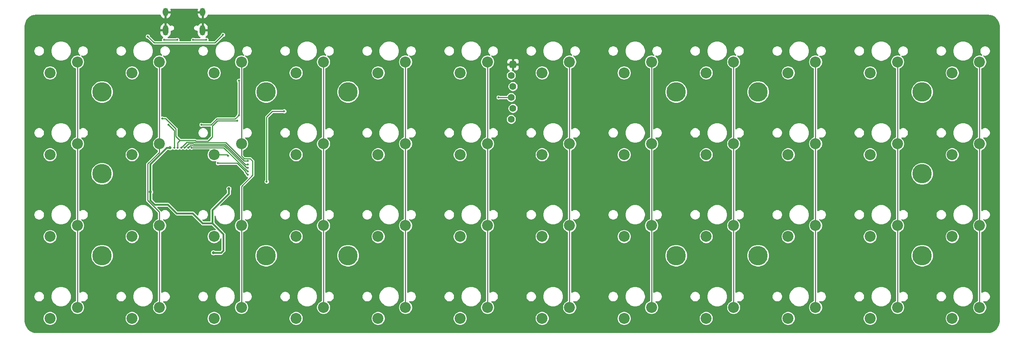
<source format=gbr>
G04 #@! TF.GenerationSoftware,KiCad,Pcbnew,(5.1.2-1)-1*
G04 #@! TF.CreationDate,2020-05-09T20:44:03-05:00*
G04 #@! TF.ProjectId,therick48,74686572-6963-46b3-9438-2e6b69636164,rev?*
G04 #@! TF.SameCoordinates,Original*
G04 #@! TF.FileFunction,Copper,L1,Top*
G04 #@! TF.FilePolarity,Positive*
%FSLAX46Y46*%
G04 Gerber Fmt 4.6, Leading zero omitted, Abs format (unit mm)*
G04 Created by KiCad (PCBNEW (5.1.2-1)-1) date 2020-05-09 20:44:03*
%MOMM*%
%LPD*%
G04 APERTURE LIST*
%ADD10C,0.100000*%
%ADD11C,1.600200*%
%ADD12C,4.500000*%
%ADD13C,2.540000*%
%ADD14O,1.300000X2.400000*%
%ADD15O,1.300000X1.900000*%
%ADD16C,0.500000*%
%ADD17C,0.700000*%
%ADD18C,0.250000*%
%ADD19C,0.400000*%
G04 APERTURE END LIST*
D10*
G36*
X160622462Y-46811826D02*
G01*
X160661296Y-46817587D01*
X160699378Y-46827126D01*
X160736343Y-46840352D01*
X160771832Y-46857137D01*
X160805506Y-46877321D01*
X160837039Y-46900707D01*
X160866128Y-46927072D01*
X160892493Y-46956161D01*
X160915879Y-46987694D01*
X160936063Y-47021368D01*
X160952848Y-47056857D01*
X160966074Y-47093822D01*
X160975613Y-47131904D01*
X160981374Y-47170738D01*
X160983300Y-47209950D01*
X160983300Y-48010050D01*
X160981374Y-48049262D01*
X160975613Y-48088096D01*
X160966074Y-48126178D01*
X160952848Y-48163143D01*
X160936063Y-48198632D01*
X160915879Y-48232306D01*
X160892493Y-48263839D01*
X160866128Y-48292928D01*
X160837039Y-48319293D01*
X160805506Y-48342679D01*
X160771832Y-48362863D01*
X160736343Y-48379648D01*
X160699378Y-48392874D01*
X160661296Y-48402413D01*
X160622462Y-48408174D01*
X160583250Y-48410100D01*
X159783150Y-48410100D01*
X159743938Y-48408174D01*
X159705104Y-48402413D01*
X159667022Y-48392874D01*
X159630057Y-48379648D01*
X159594568Y-48362863D01*
X159560894Y-48342679D01*
X159529361Y-48319293D01*
X159500272Y-48292928D01*
X159473907Y-48263839D01*
X159450521Y-48232306D01*
X159430337Y-48198632D01*
X159413552Y-48163143D01*
X159400326Y-48126178D01*
X159390787Y-48088096D01*
X159385026Y-48049262D01*
X159383100Y-48010050D01*
X159383100Y-47209950D01*
X159385026Y-47170738D01*
X159390787Y-47131904D01*
X159400326Y-47093822D01*
X159413552Y-47056857D01*
X159430337Y-47021368D01*
X159450521Y-46987694D01*
X159473907Y-46956161D01*
X159500272Y-46927072D01*
X159529361Y-46900707D01*
X159560894Y-46877321D01*
X159594568Y-46857137D01*
X159630057Y-46840352D01*
X159667022Y-46827126D01*
X159705104Y-46817587D01*
X159743938Y-46811826D01*
X159783150Y-46809900D01*
X160583250Y-46809900D01*
X160622462Y-46811826D01*
X160622462Y-46811826D01*
G37*
D11*
X160183200Y-47610000D03*
X159776800Y-50150000D03*
X160183200Y-52690000D03*
X159776800Y-55230000D03*
X160183200Y-57770000D03*
X159776800Y-60310000D03*
D12*
X197980000Y-53960000D03*
X121980000Y-53960000D03*
X197980000Y-91960000D03*
X254980000Y-91960000D03*
X121980000Y-91960000D03*
X64980000Y-91960000D03*
X254980000Y-53960000D03*
X64980000Y-53960000D03*
X254980000Y-72960000D03*
X216980000Y-91960000D03*
X216980000Y-53960000D03*
X102980000Y-91960000D03*
X102980000Y-53960000D03*
X64980000Y-72960000D03*
D13*
X268290000Y-104000000D03*
X261940000Y-106540000D03*
X249290000Y-104000000D03*
X242940000Y-106540000D03*
X230290000Y-104000000D03*
X223940000Y-106540000D03*
X211290000Y-104000000D03*
X204940000Y-106540000D03*
X192290000Y-104000000D03*
X185940000Y-106540000D03*
X173290000Y-104000000D03*
X166940000Y-106540000D03*
X154290000Y-104000000D03*
X147940000Y-106540000D03*
X135290000Y-104000000D03*
X128940000Y-106540000D03*
X116290000Y-104000000D03*
X109940000Y-106540000D03*
X97290000Y-104000000D03*
X90940000Y-106540000D03*
X78290000Y-104000000D03*
X71940000Y-106540000D03*
X59290000Y-104000000D03*
X52940000Y-106540000D03*
X268290000Y-85000000D03*
X261940000Y-87540000D03*
X249290000Y-85000000D03*
X242940000Y-87540000D03*
X230290000Y-85000000D03*
X223940000Y-87540000D03*
X211290000Y-85000000D03*
X204940000Y-87540000D03*
X192290000Y-85000000D03*
X185940000Y-87540000D03*
X173290000Y-85000000D03*
X166940000Y-87540000D03*
X154290000Y-85000000D03*
X147940000Y-87540000D03*
X135290000Y-85000000D03*
X128940000Y-87540000D03*
X116290000Y-85000000D03*
X109940000Y-87540000D03*
X97290000Y-85000000D03*
X90940000Y-87540000D03*
X78290000Y-85000000D03*
X71940000Y-87540000D03*
X59290000Y-85000000D03*
X52940000Y-87540000D03*
X268290000Y-66000000D03*
X261940000Y-68540000D03*
X249290000Y-66000000D03*
X242940000Y-68540000D03*
X230290000Y-66000000D03*
X223940000Y-68540000D03*
X211290000Y-66000000D03*
X204940000Y-68540000D03*
X192290000Y-66000000D03*
X185940000Y-68540000D03*
X173290000Y-66000000D03*
X166940000Y-68540000D03*
X154290000Y-66000000D03*
X147940000Y-68540000D03*
X135290000Y-66000000D03*
X128940000Y-68540000D03*
X116290000Y-66000000D03*
X109940000Y-68540000D03*
X97290000Y-66000000D03*
X90940000Y-68540000D03*
X78290000Y-66000000D03*
X71940000Y-68540000D03*
X59290000Y-66000000D03*
X52940000Y-68540000D03*
X268290000Y-47000000D03*
X261940000Y-49540000D03*
X249290000Y-47002700D03*
X242940000Y-49542700D03*
X230290000Y-47002700D03*
X223940000Y-49542700D03*
X211290000Y-47000000D03*
X204940000Y-49540000D03*
X192290000Y-47000000D03*
X185940000Y-49540000D03*
X173290000Y-47000000D03*
X166940000Y-49540000D03*
X154290000Y-47000000D03*
X147940000Y-49540000D03*
X135290000Y-47000000D03*
X128940000Y-49540000D03*
X116290000Y-47000000D03*
X109940000Y-49540000D03*
X97290000Y-47000000D03*
X90940000Y-49540000D03*
X78290000Y-47000000D03*
X71940000Y-49540000D03*
X59290000Y-47000000D03*
X52940000Y-49540000D03*
D14*
X79680000Y-39668625D03*
D15*
X79680000Y-35468625D03*
X88280000Y-35468625D03*
D14*
X88280000Y-39668625D03*
X79680000Y-39668625D03*
D16*
X94234000Y-68834000D03*
X96710500Y-51371500D03*
D17*
X80772000Y-66929000D03*
D16*
X88011000Y-61595000D03*
D17*
X94361000Y-76454000D03*
X76199000Y-77217000D03*
X90805000Y-91313000D03*
D16*
X96710500Y-59372500D03*
X81737500Y-66929000D03*
X80391000Y-61595000D03*
X75575373Y-41101375D03*
X93010625Y-40720375D03*
X82537500Y-66929000D03*
X96312625Y-60659375D03*
X78947375Y-60151375D03*
X83331250Y-66898000D03*
X98737500Y-70025000D03*
X84131250Y-66898000D03*
X98737500Y-70825000D03*
X98737500Y-71625000D03*
X84931250Y-66898000D03*
X85731250Y-66898000D03*
X98737500Y-72425000D03*
X98737500Y-73225000D03*
X91837500Y-70525000D03*
X156845000Y-55245000D03*
X86091000Y-41868000D03*
X89139000Y-41868000D03*
X82408000Y-41868000D03*
X79360000Y-41868000D03*
X103124000Y-74803000D03*
X107188000Y-58457710D03*
D18*
X93940000Y-68540000D02*
X94234000Y-68834000D01*
X90940000Y-68540000D02*
X93940000Y-68540000D01*
D19*
X80011000Y-66929000D02*
X80772000Y-66929000D01*
X76199000Y-70741000D02*
X80011000Y-66929000D01*
D18*
X91583220Y-60279365D02*
X90267585Y-61595000D01*
X95803635Y-60279365D02*
X91583220Y-60279365D01*
X96710500Y-59372500D02*
X95803635Y-60279365D01*
X96710500Y-51371500D02*
X96710500Y-59372500D01*
X90267585Y-61595000D02*
X88011000Y-61595000D01*
D19*
X76199000Y-77217000D02*
X76199000Y-70741000D01*
X92583000Y-91313000D02*
X90805000Y-91313000D01*
X93091000Y-90805000D02*
X92583000Y-91313000D01*
X90551000Y-84455000D02*
X93091000Y-86995000D01*
X77216000Y-80137000D02*
X80264000Y-80137000D01*
X76199000Y-79120000D02*
X77216000Y-80137000D01*
X93091000Y-87503000D02*
X93091000Y-90805000D01*
X82296000Y-82169000D02*
X85979000Y-82169000D01*
X76199000Y-77217000D02*
X76199000Y-79120000D01*
X93091000Y-86995000D02*
X93091000Y-87503000D01*
X80264000Y-80137000D02*
X82296000Y-82169000D01*
X90551000Y-83693000D02*
X90551000Y-84455000D01*
X90551000Y-81407000D02*
X90551000Y-83693000D01*
X94361000Y-76454000D02*
X94361000Y-77597000D01*
X85979000Y-82169000D02*
X88265000Y-84455000D01*
X88265000Y-84455000D02*
X90551000Y-84455000D01*
X94361000Y-77597000D02*
X90551000Y-81407000D01*
D18*
X80391000Y-61595000D02*
X81737500Y-62941500D01*
X81737500Y-66929000D02*
X81737500Y-62941500D01*
X91150999Y-42580001D02*
X93010625Y-40720375D01*
X77053999Y-42580001D02*
X91150999Y-42580001D01*
X75575373Y-41101375D02*
X77053999Y-42580001D01*
X83058030Y-65252970D02*
X82537500Y-65773500D01*
X82537500Y-66929000D02*
X82537500Y-65773500D01*
X82117510Y-64312450D02*
X83058030Y-65252970D01*
X82117510Y-62574108D02*
X82117510Y-64312450D01*
X79694777Y-60151375D02*
X82117510Y-62574108D01*
X78947375Y-60151375D02*
X79694777Y-60151375D01*
X91740625Y-60659375D02*
X96312625Y-60659375D01*
X90551000Y-61849000D02*
X91740625Y-60659375D01*
X90551000Y-64389000D02*
X90551000Y-61849000D01*
X89562040Y-65377960D02*
X90551000Y-64389000D01*
X86713960Y-65377960D02*
X89562040Y-65377960D01*
X86588970Y-65252970D02*
X86713960Y-65377960D01*
X83058030Y-65252970D02*
X86588970Y-65252970D01*
X59290000Y-102203949D02*
X59290000Y-47000000D01*
X59290000Y-104000000D02*
X59290000Y-102203949D01*
X78290000Y-85000000D02*
X78290000Y-104000000D01*
X78290000Y-66000000D02*
X78290000Y-47000000D01*
X78290000Y-85000000D02*
X78290000Y-81854481D01*
X78290000Y-81854481D02*
X75593999Y-79158479D01*
X78290000Y-66000000D02*
X78290000Y-68006520D01*
X78290000Y-68006520D02*
X75593999Y-70702521D01*
X75593999Y-79158479D02*
X75593999Y-70702521D01*
X97290000Y-104000000D02*
X97290000Y-85000000D01*
X97290000Y-75912002D02*
X99872501Y-73329501D01*
X97290000Y-85000000D02*
X97290000Y-75912002D01*
X97290000Y-66000000D02*
X97290000Y-47000000D01*
X97290000Y-66000000D02*
X97290000Y-68827843D01*
X97290000Y-68827843D02*
X97924078Y-69461921D01*
X99306921Y-69461921D02*
X99872501Y-70027501D01*
X97924078Y-69461921D02*
X99306921Y-69461921D01*
X99872501Y-70027501D02*
X99872501Y-73329501D01*
X116290000Y-47002700D02*
X116290000Y-104000000D01*
X86397479Y-65632979D02*
X86522470Y-65757970D01*
X86522470Y-65757970D02*
X93682713Y-65757970D01*
X84596271Y-65632979D02*
X86397479Y-65632979D01*
X97949743Y-70025000D02*
X98737500Y-70025000D01*
X93682713Y-65757970D02*
X97949743Y-70025000D01*
X83331250Y-66898000D02*
X84596271Y-65632979D01*
X93525309Y-66137980D02*
X98212328Y-70825000D01*
X85016261Y-66012989D02*
X86154289Y-66012989D01*
X86154289Y-66012989D02*
X86279280Y-66137980D01*
X98212328Y-70825000D02*
X98737500Y-70825000D01*
X86279280Y-66137980D02*
X93525309Y-66137980D01*
X84131250Y-66898000D02*
X85016261Y-66012989D01*
X135290000Y-59528000D02*
X135290000Y-104000000D01*
X135290000Y-47000000D02*
X135290000Y-59528000D01*
X98474914Y-71625000D02*
X98737500Y-71625000D01*
X93367904Y-66517990D02*
X98474914Y-71625000D01*
X84931250Y-66898000D02*
X85436251Y-66392999D01*
X85996884Y-66392999D02*
X86121875Y-66517990D01*
X86121875Y-66517990D02*
X93367904Y-66517990D01*
X85436251Y-66392999D02*
X85996884Y-66392999D01*
X154290000Y-66000000D02*
X154290000Y-104000000D01*
X154290000Y-47000000D02*
X154290000Y-66000000D01*
X173290000Y-104000000D02*
X173290000Y-47000000D01*
X93210500Y-66898000D02*
X98737500Y-72425000D01*
X85731250Y-66898000D02*
X93210500Y-66898000D01*
X192290000Y-47000000D02*
X192290000Y-104000000D01*
X98232499Y-72709501D02*
X98227250Y-72714750D01*
X98232499Y-72457413D02*
X98232499Y-72709501D01*
X96300086Y-70525000D02*
X98232499Y-72457413D01*
X98227250Y-72714750D02*
X98737500Y-73225000D01*
X91837500Y-70525000D02*
X96300086Y-70525000D01*
X211290000Y-104000000D02*
X211290000Y-47000000D01*
X230290000Y-47002700D02*
X230290000Y-104000000D01*
X249290000Y-104000000D02*
X249290000Y-47002700D01*
X268290000Y-104000000D02*
X268290000Y-85000000D01*
X268290000Y-85000000D02*
X268290000Y-47000000D01*
X159761800Y-55245000D02*
X159776800Y-55230000D01*
X156845000Y-55245000D02*
X159761800Y-55245000D01*
X86091000Y-41868000D02*
X89139000Y-41868000D01*
X82408000Y-41868000D02*
X79360000Y-41868000D01*
X103124000Y-74803000D02*
X103124000Y-59817000D01*
X104483290Y-58457710D02*
X107188000Y-58457710D01*
X103124000Y-59817000D02*
X104483290Y-58457710D01*
G36*
X87046819Y-34791803D02*
G01*
X86997000Y-35039625D01*
X86997000Y-35339625D01*
X88151000Y-35339625D01*
X88151000Y-35319625D01*
X88409000Y-35319625D01*
X88409000Y-35339625D01*
X88429000Y-35339625D01*
X88429000Y-35597625D01*
X88409000Y-35597625D01*
X88409000Y-36885953D01*
X88607100Y-37009227D01*
X88651802Y-37003329D01*
X88885537Y-36907069D01*
X89096001Y-36767060D01*
X89275107Y-36588681D01*
X89415971Y-36378788D01*
X89513181Y-36145447D01*
X89519027Y-36116365D01*
X89536630Y-36118091D01*
X89536643Y-36118091D01*
X89556015Y-36119999D01*
X270173183Y-36121250D01*
X270692405Y-36172160D01*
X271185294Y-36320972D01*
X271639889Y-36562684D01*
X272038884Y-36888095D01*
X272367070Y-37284805D01*
X272611951Y-37737703D01*
X272764200Y-38229538D01*
X272819999Y-38760433D01*
X272820001Y-38761108D01*
X272820000Y-107140437D01*
X272767840Y-107672404D01*
X272619028Y-108165295D01*
X272377313Y-108619894D01*
X272051905Y-109018884D01*
X271655198Y-109347068D01*
X271202297Y-109591951D01*
X270710463Y-109744199D01*
X270179567Y-109799999D01*
X270179179Y-109800000D01*
X49799563Y-109800000D01*
X49267596Y-109747840D01*
X48774705Y-109599028D01*
X48320106Y-109357313D01*
X47921116Y-109031905D01*
X47592932Y-108635198D01*
X47348049Y-108182297D01*
X47195801Y-107690463D01*
X47140001Y-107159567D01*
X47140000Y-107159179D01*
X47140000Y-106377982D01*
X51295000Y-106377982D01*
X51295000Y-106702018D01*
X51358217Y-107019829D01*
X51482220Y-107319199D01*
X51662245Y-107588626D01*
X51891374Y-107817755D01*
X52160801Y-107997780D01*
X52460171Y-108121783D01*
X52777982Y-108185000D01*
X53102018Y-108185000D01*
X53419829Y-108121783D01*
X53719199Y-107997780D01*
X53988626Y-107817755D01*
X54217755Y-107588626D01*
X54397780Y-107319199D01*
X54521783Y-107019829D01*
X54585000Y-106702018D01*
X54585000Y-106377982D01*
X70295000Y-106377982D01*
X70295000Y-106702018D01*
X70358217Y-107019829D01*
X70482220Y-107319199D01*
X70662245Y-107588626D01*
X70891374Y-107817755D01*
X71160801Y-107997780D01*
X71460171Y-108121783D01*
X71777982Y-108185000D01*
X72102018Y-108185000D01*
X72419829Y-108121783D01*
X72719199Y-107997780D01*
X72988626Y-107817755D01*
X73217755Y-107588626D01*
X73397780Y-107319199D01*
X73521783Y-107019829D01*
X73585000Y-106702018D01*
X73585000Y-106377982D01*
X89295000Y-106377982D01*
X89295000Y-106702018D01*
X89358217Y-107019829D01*
X89482220Y-107319199D01*
X89662245Y-107588626D01*
X89891374Y-107817755D01*
X90160801Y-107997780D01*
X90460171Y-108121783D01*
X90777982Y-108185000D01*
X91102018Y-108185000D01*
X91419829Y-108121783D01*
X91719199Y-107997780D01*
X91988626Y-107817755D01*
X92217755Y-107588626D01*
X92397780Y-107319199D01*
X92521783Y-107019829D01*
X92585000Y-106702018D01*
X92585000Y-106377982D01*
X108295000Y-106377982D01*
X108295000Y-106702018D01*
X108358217Y-107019829D01*
X108482220Y-107319199D01*
X108662245Y-107588626D01*
X108891374Y-107817755D01*
X109160801Y-107997780D01*
X109460171Y-108121783D01*
X109777982Y-108185000D01*
X110102018Y-108185000D01*
X110419829Y-108121783D01*
X110719199Y-107997780D01*
X110988626Y-107817755D01*
X111217755Y-107588626D01*
X111397780Y-107319199D01*
X111521783Y-107019829D01*
X111585000Y-106702018D01*
X111585000Y-106377982D01*
X127295000Y-106377982D01*
X127295000Y-106702018D01*
X127358217Y-107019829D01*
X127482220Y-107319199D01*
X127662245Y-107588626D01*
X127891374Y-107817755D01*
X128160801Y-107997780D01*
X128460171Y-108121783D01*
X128777982Y-108185000D01*
X129102018Y-108185000D01*
X129419829Y-108121783D01*
X129719199Y-107997780D01*
X129988626Y-107817755D01*
X130217755Y-107588626D01*
X130397780Y-107319199D01*
X130521783Y-107019829D01*
X130585000Y-106702018D01*
X130585000Y-106377982D01*
X146295000Y-106377982D01*
X146295000Y-106702018D01*
X146358217Y-107019829D01*
X146482220Y-107319199D01*
X146662245Y-107588626D01*
X146891374Y-107817755D01*
X147160801Y-107997780D01*
X147460171Y-108121783D01*
X147777982Y-108185000D01*
X148102018Y-108185000D01*
X148419829Y-108121783D01*
X148719199Y-107997780D01*
X148988626Y-107817755D01*
X149217755Y-107588626D01*
X149397780Y-107319199D01*
X149521783Y-107019829D01*
X149585000Y-106702018D01*
X149585000Y-106377982D01*
X165295000Y-106377982D01*
X165295000Y-106702018D01*
X165358217Y-107019829D01*
X165482220Y-107319199D01*
X165662245Y-107588626D01*
X165891374Y-107817755D01*
X166160801Y-107997780D01*
X166460171Y-108121783D01*
X166777982Y-108185000D01*
X167102018Y-108185000D01*
X167419829Y-108121783D01*
X167719199Y-107997780D01*
X167988626Y-107817755D01*
X168217755Y-107588626D01*
X168397780Y-107319199D01*
X168521783Y-107019829D01*
X168585000Y-106702018D01*
X168585000Y-106377982D01*
X184295000Y-106377982D01*
X184295000Y-106702018D01*
X184358217Y-107019829D01*
X184482220Y-107319199D01*
X184662245Y-107588626D01*
X184891374Y-107817755D01*
X185160801Y-107997780D01*
X185460171Y-108121783D01*
X185777982Y-108185000D01*
X186102018Y-108185000D01*
X186419829Y-108121783D01*
X186719199Y-107997780D01*
X186988626Y-107817755D01*
X187217755Y-107588626D01*
X187397780Y-107319199D01*
X187521783Y-107019829D01*
X187585000Y-106702018D01*
X187585000Y-106377982D01*
X203295000Y-106377982D01*
X203295000Y-106702018D01*
X203358217Y-107019829D01*
X203482220Y-107319199D01*
X203662245Y-107588626D01*
X203891374Y-107817755D01*
X204160801Y-107997780D01*
X204460171Y-108121783D01*
X204777982Y-108185000D01*
X205102018Y-108185000D01*
X205419829Y-108121783D01*
X205719199Y-107997780D01*
X205988626Y-107817755D01*
X206217755Y-107588626D01*
X206397780Y-107319199D01*
X206521783Y-107019829D01*
X206585000Y-106702018D01*
X206585000Y-106377982D01*
X222295000Y-106377982D01*
X222295000Y-106702018D01*
X222358217Y-107019829D01*
X222482220Y-107319199D01*
X222662245Y-107588626D01*
X222891374Y-107817755D01*
X223160801Y-107997780D01*
X223460171Y-108121783D01*
X223777982Y-108185000D01*
X224102018Y-108185000D01*
X224419829Y-108121783D01*
X224719199Y-107997780D01*
X224988626Y-107817755D01*
X225217755Y-107588626D01*
X225397780Y-107319199D01*
X225521783Y-107019829D01*
X225585000Y-106702018D01*
X225585000Y-106377982D01*
X241295000Y-106377982D01*
X241295000Y-106702018D01*
X241358217Y-107019829D01*
X241482220Y-107319199D01*
X241662245Y-107588626D01*
X241891374Y-107817755D01*
X242160801Y-107997780D01*
X242460171Y-108121783D01*
X242777982Y-108185000D01*
X243102018Y-108185000D01*
X243419829Y-108121783D01*
X243719199Y-107997780D01*
X243988626Y-107817755D01*
X244217755Y-107588626D01*
X244397780Y-107319199D01*
X244521783Y-107019829D01*
X244585000Y-106702018D01*
X244585000Y-106377982D01*
X260295000Y-106377982D01*
X260295000Y-106702018D01*
X260358217Y-107019829D01*
X260482220Y-107319199D01*
X260662245Y-107588626D01*
X260891374Y-107817755D01*
X261160801Y-107997780D01*
X261460171Y-108121783D01*
X261777982Y-108185000D01*
X262102018Y-108185000D01*
X262419829Y-108121783D01*
X262719199Y-107997780D01*
X262988626Y-107817755D01*
X263217755Y-107588626D01*
X263397780Y-107319199D01*
X263521783Y-107019829D01*
X263585000Y-106702018D01*
X263585000Y-106377982D01*
X263521783Y-106060171D01*
X263397780Y-105760801D01*
X263217755Y-105491374D01*
X262988626Y-105262245D01*
X262719199Y-105082220D01*
X262419829Y-104958217D01*
X262102018Y-104895000D01*
X261777982Y-104895000D01*
X261460171Y-104958217D01*
X261160801Y-105082220D01*
X260891374Y-105262245D01*
X260662245Y-105491374D01*
X260482220Y-105760801D01*
X260358217Y-106060171D01*
X260295000Y-106377982D01*
X244585000Y-106377982D01*
X244521783Y-106060171D01*
X244397780Y-105760801D01*
X244217755Y-105491374D01*
X243988626Y-105262245D01*
X243719199Y-105082220D01*
X243419829Y-104958217D01*
X243102018Y-104895000D01*
X242777982Y-104895000D01*
X242460171Y-104958217D01*
X242160801Y-105082220D01*
X241891374Y-105262245D01*
X241662245Y-105491374D01*
X241482220Y-105760801D01*
X241358217Y-106060171D01*
X241295000Y-106377982D01*
X225585000Y-106377982D01*
X225521783Y-106060171D01*
X225397780Y-105760801D01*
X225217755Y-105491374D01*
X224988626Y-105262245D01*
X224719199Y-105082220D01*
X224419829Y-104958217D01*
X224102018Y-104895000D01*
X223777982Y-104895000D01*
X223460171Y-104958217D01*
X223160801Y-105082220D01*
X222891374Y-105262245D01*
X222662245Y-105491374D01*
X222482220Y-105760801D01*
X222358217Y-106060171D01*
X222295000Y-106377982D01*
X206585000Y-106377982D01*
X206521783Y-106060171D01*
X206397780Y-105760801D01*
X206217755Y-105491374D01*
X205988626Y-105262245D01*
X205719199Y-105082220D01*
X205419829Y-104958217D01*
X205102018Y-104895000D01*
X204777982Y-104895000D01*
X204460171Y-104958217D01*
X204160801Y-105082220D01*
X203891374Y-105262245D01*
X203662245Y-105491374D01*
X203482220Y-105760801D01*
X203358217Y-106060171D01*
X203295000Y-106377982D01*
X187585000Y-106377982D01*
X187521783Y-106060171D01*
X187397780Y-105760801D01*
X187217755Y-105491374D01*
X186988626Y-105262245D01*
X186719199Y-105082220D01*
X186419829Y-104958217D01*
X186102018Y-104895000D01*
X185777982Y-104895000D01*
X185460171Y-104958217D01*
X185160801Y-105082220D01*
X184891374Y-105262245D01*
X184662245Y-105491374D01*
X184482220Y-105760801D01*
X184358217Y-106060171D01*
X184295000Y-106377982D01*
X168585000Y-106377982D01*
X168521783Y-106060171D01*
X168397780Y-105760801D01*
X168217755Y-105491374D01*
X167988626Y-105262245D01*
X167719199Y-105082220D01*
X167419829Y-104958217D01*
X167102018Y-104895000D01*
X166777982Y-104895000D01*
X166460171Y-104958217D01*
X166160801Y-105082220D01*
X165891374Y-105262245D01*
X165662245Y-105491374D01*
X165482220Y-105760801D01*
X165358217Y-106060171D01*
X165295000Y-106377982D01*
X149585000Y-106377982D01*
X149521783Y-106060171D01*
X149397780Y-105760801D01*
X149217755Y-105491374D01*
X148988626Y-105262245D01*
X148719199Y-105082220D01*
X148419829Y-104958217D01*
X148102018Y-104895000D01*
X147777982Y-104895000D01*
X147460171Y-104958217D01*
X147160801Y-105082220D01*
X146891374Y-105262245D01*
X146662245Y-105491374D01*
X146482220Y-105760801D01*
X146358217Y-106060171D01*
X146295000Y-106377982D01*
X130585000Y-106377982D01*
X130521783Y-106060171D01*
X130397780Y-105760801D01*
X130217755Y-105491374D01*
X129988626Y-105262245D01*
X129719199Y-105082220D01*
X129419829Y-104958217D01*
X129102018Y-104895000D01*
X128777982Y-104895000D01*
X128460171Y-104958217D01*
X128160801Y-105082220D01*
X127891374Y-105262245D01*
X127662245Y-105491374D01*
X127482220Y-105760801D01*
X127358217Y-106060171D01*
X127295000Y-106377982D01*
X111585000Y-106377982D01*
X111521783Y-106060171D01*
X111397780Y-105760801D01*
X111217755Y-105491374D01*
X110988626Y-105262245D01*
X110719199Y-105082220D01*
X110419829Y-104958217D01*
X110102018Y-104895000D01*
X109777982Y-104895000D01*
X109460171Y-104958217D01*
X109160801Y-105082220D01*
X108891374Y-105262245D01*
X108662245Y-105491374D01*
X108482220Y-105760801D01*
X108358217Y-106060171D01*
X108295000Y-106377982D01*
X92585000Y-106377982D01*
X92521783Y-106060171D01*
X92397780Y-105760801D01*
X92217755Y-105491374D01*
X91988626Y-105262245D01*
X91719199Y-105082220D01*
X91419829Y-104958217D01*
X91102018Y-104895000D01*
X90777982Y-104895000D01*
X90460171Y-104958217D01*
X90160801Y-105082220D01*
X89891374Y-105262245D01*
X89662245Y-105491374D01*
X89482220Y-105760801D01*
X89358217Y-106060171D01*
X89295000Y-106377982D01*
X73585000Y-106377982D01*
X73521783Y-106060171D01*
X73397780Y-105760801D01*
X73217755Y-105491374D01*
X72988626Y-105262245D01*
X72719199Y-105082220D01*
X72419829Y-104958217D01*
X72102018Y-104895000D01*
X71777982Y-104895000D01*
X71460171Y-104958217D01*
X71160801Y-105082220D01*
X70891374Y-105262245D01*
X70662245Y-105491374D01*
X70482220Y-105760801D01*
X70358217Y-106060171D01*
X70295000Y-106377982D01*
X54585000Y-106377982D01*
X54521783Y-106060171D01*
X54397780Y-105760801D01*
X54217755Y-105491374D01*
X53988626Y-105262245D01*
X53719199Y-105082220D01*
X53419829Y-104958217D01*
X53102018Y-104895000D01*
X52777982Y-104895000D01*
X52460171Y-104958217D01*
X52160801Y-105082220D01*
X51891374Y-105262245D01*
X51662245Y-105491374D01*
X51482220Y-105760801D01*
X51358217Y-106060171D01*
X51295000Y-106377982D01*
X47140000Y-106377982D01*
X47140000Y-101339259D01*
X49174100Y-101339259D01*
X49174100Y-101580741D01*
X49221210Y-101817582D01*
X49313621Y-102040682D01*
X49447781Y-102241466D01*
X49618534Y-102412219D01*
X49819318Y-102546379D01*
X50042418Y-102638790D01*
X50279259Y-102685900D01*
X50520741Y-102685900D01*
X50757582Y-102638790D01*
X50980682Y-102546379D01*
X51181466Y-102412219D01*
X51352219Y-102241466D01*
X51486379Y-102040682D01*
X51578790Y-101817582D01*
X51625900Y-101580741D01*
X51625900Y-101339259D01*
X51603508Y-101226684D01*
X53111100Y-101226684D01*
X53111100Y-101693316D01*
X53202136Y-102150983D01*
X53380708Y-102582095D01*
X53639955Y-102970086D01*
X53969914Y-103300045D01*
X54357905Y-103559292D01*
X54789017Y-103737864D01*
X55246684Y-103828900D01*
X55713316Y-103828900D01*
X56170983Y-103737864D01*
X56602095Y-103559292D01*
X56990086Y-103300045D01*
X57320045Y-102970086D01*
X57579292Y-102582095D01*
X57757864Y-102150983D01*
X57848900Y-101693316D01*
X57848900Y-101226684D01*
X57757864Y-100769017D01*
X57579292Y-100337905D01*
X57320045Y-99949914D01*
X56990086Y-99619955D01*
X56602095Y-99360708D01*
X56170983Y-99182136D01*
X55713316Y-99091100D01*
X55246684Y-99091100D01*
X54789017Y-99182136D01*
X54357905Y-99360708D01*
X53969914Y-99619955D01*
X53639955Y-99949914D01*
X53380708Y-100337905D01*
X53202136Y-100769017D01*
X53111100Y-101226684D01*
X51603508Y-101226684D01*
X51578790Y-101102418D01*
X51486379Y-100879318D01*
X51352219Y-100678534D01*
X51181466Y-100507781D01*
X50980682Y-100373621D01*
X50757582Y-100281210D01*
X50520741Y-100234100D01*
X50279259Y-100234100D01*
X50042418Y-100281210D01*
X49819318Y-100373621D01*
X49618534Y-100507781D01*
X49447781Y-100678534D01*
X49313621Y-100879318D01*
X49221210Y-101102418D01*
X49174100Y-101339259D01*
X47140000Y-101339259D01*
X47140000Y-87377982D01*
X51295000Y-87377982D01*
X51295000Y-87702018D01*
X51358217Y-88019829D01*
X51482220Y-88319199D01*
X51662245Y-88588626D01*
X51891374Y-88817755D01*
X52160801Y-88997780D01*
X52460171Y-89121783D01*
X52777982Y-89185000D01*
X53102018Y-89185000D01*
X53419829Y-89121783D01*
X53719199Y-88997780D01*
X53988626Y-88817755D01*
X54217755Y-88588626D01*
X54397780Y-88319199D01*
X54521783Y-88019829D01*
X54585000Y-87702018D01*
X54585000Y-87377982D01*
X54521783Y-87060171D01*
X54397780Y-86760801D01*
X54217755Y-86491374D01*
X53988626Y-86262245D01*
X53719199Y-86082220D01*
X53419829Y-85958217D01*
X53102018Y-85895000D01*
X52777982Y-85895000D01*
X52460171Y-85958217D01*
X52160801Y-86082220D01*
X51891374Y-86262245D01*
X51662245Y-86491374D01*
X51482220Y-86760801D01*
X51358217Y-87060171D01*
X51295000Y-87377982D01*
X47140000Y-87377982D01*
X47140000Y-82339259D01*
X49174100Y-82339259D01*
X49174100Y-82580741D01*
X49221210Y-82817582D01*
X49313621Y-83040682D01*
X49447781Y-83241466D01*
X49618534Y-83412219D01*
X49819318Y-83546379D01*
X50042418Y-83638790D01*
X50279259Y-83685900D01*
X50520741Y-83685900D01*
X50757582Y-83638790D01*
X50980682Y-83546379D01*
X51181466Y-83412219D01*
X51352219Y-83241466D01*
X51486379Y-83040682D01*
X51578790Y-82817582D01*
X51625900Y-82580741D01*
X51625900Y-82339259D01*
X51603508Y-82226684D01*
X53111100Y-82226684D01*
X53111100Y-82693316D01*
X53202136Y-83150983D01*
X53380708Y-83582095D01*
X53639955Y-83970086D01*
X53969914Y-84300045D01*
X54357905Y-84559292D01*
X54789017Y-84737864D01*
X55246684Y-84828900D01*
X55713316Y-84828900D01*
X56170983Y-84737864D01*
X56602095Y-84559292D01*
X56990086Y-84300045D01*
X57320045Y-83970086D01*
X57579292Y-83582095D01*
X57757864Y-83150983D01*
X57848900Y-82693316D01*
X57848900Y-82226684D01*
X57757864Y-81769017D01*
X57579292Y-81337905D01*
X57320045Y-80949914D01*
X56990086Y-80619955D01*
X56602095Y-80360708D01*
X56170983Y-80182136D01*
X55713316Y-80091100D01*
X55246684Y-80091100D01*
X54789017Y-80182136D01*
X54357905Y-80360708D01*
X53969914Y-80619955D01*
X53639955Y-80949914D01*
X53380708Y-81337905D01*
X53202136Y-81769017D01*
X53111100Y-82226684D01*
X51603508Y-82226684D01*
X51578790Y-82102418D01*
X51486379Y-81879318D01*
X51352219Y-81678534D01*
X51181466Y-81507781D01*
X50980682Y-81373621D01*
X50757582Y-81281210D01*
X50520741Y-81234100D01*
X50279259Y-81234100D01*
X50042418Y-81281210D01*
X49819318Y-81373621D01*
X49618534Y-81507781D01*
X49447781Y-81678534D01*
X49313621Y-81879318D01*
X49221210Y-82102418D01*
X49174100Y-82339259D01*
X47140000Y-82339259D01*
X47140000Y-68377982D01*
X51295000Y-68377982D01*
X51295000Y-68702018D01*
X51358217Y-69019829D01*
X51482220Y-69319199D01*
X51662245Y-69588626D01*
X51891374Y-69817755D01*
X52160801Y-69997780D01*
X52460171Y-70121783D01*
X52777982Y-70185000D01*
X53102018Y-70185000D01*
X53419829Y-70121783D01*
X53719199Y-69997780D01*
X53988626Y-69817755D01*
X54217755Y-69588626D01*
X54397780Y-69319199D01*
X54521783Y-69019829D01*
X54585000Y-68702018D01*
X54585000Y-68377982D01*
X54521783Y-68060171D01*
X54397780Y-67760801D01*
X54217755Y-67491374D01*
X53988626Y-67262245D01*
X53719199Y-67082220D01*
X53419829Y-66958217D01*
X53102018Y-66895000D01*
X52777982Y-66895000D01*
X52460171Y-66958217D01*
X52160801Y-67082220D01*
X51891374Y-67262245D01*
X51662245Y-67491374D01*
X51482220Y-67760801D01*
X51358217Y-68060171D01*
X51295000Y-68377982D01*
X47140000Y-68377982D01*
X47140000Y-63339259D01*
X49174100Y-63339259D01*
X49174100Y-63580741D01*
X49221210Y-63817582D01*
X49313621Y-64040682D01*
X49447781Y-64241466D01*
X49618534Y-64412219D01*
X49819318Y-64546379D01*
X50042418Y-64638790D01*
X50279259Y-64685900D01*
X50520741Y-64685900D01*
X50757582Y-64638790D01*
X50980682Y-64546379D01*
X51181466Y-64412219D01*
X51352219Y-64241466D01*
X51486379Y-64040682D01*
X51578790Y-63817582D01*
X51625900Y-63580741D01*
X51625900Y-63339259D01*
X51603508Y-63226684D01*
X53111100Y-63226684D01*
X53111100Y-63693316D01*
X53202136Y-64150983D01*
X53380708Y-64582095D01*
X53639955Y-64970086D01*
X53969914Y-65300045D01*
X54357905Y-65559292D01*
X54789017Y-65737864D01*
X55246684Y-65828900D01*
X55713316Y-65828900D01*
X56170983Y-65737864D01*
X56602095Y-65559292D01*
X56990086Y-65300045D01*
X57320045Y-64970086D01*
X57579292Y-64582095D01*
X57757864Y-64150983D01*
X57848900Y-63693316D01*
X57848900Y-63226684D01*
X57757864Y-62769017D01*
X57579292Y-62337905D01*
X57320045Y-61949914D01*
X56990086Y-61619955D01*
X56602095Y-61360708D01*
X56170983Y-61182136D01*
X55713316Y-61091100D01*
X55246684Y-61091100D01*
X54789017Y-61182136D01*
X54357905Y-61360708D01*
X53969914Y-61619955D01*
X53639955Y-61949914D01*
X53380708Y-62337905D01*
X53202136Y-62769017D01*
X53111100Y-63226684D01*
X51603508Y-63226684D01*
X51578790Y-63102418D01*
X51486379Y-62879318D01*
X51352219Y-62678534D01*
X51181466Y-62507781D01*
X50980682Y-62373621D01*
X50757582Y-62281210D01*
X50520741Y-62234100D01*
X50279259Y-62234100D01*
X50042418Y-62281210D01*
X49819318Y-62373621D01*
X49618534Y-62507781D01*
X49447781Y-62678534D01*
X49313621Y-62879318D01*
X49221210Y-63102418D01*
X49174100Y-63339259D01*
X47140000Y-63339259D01*
X47140000Y-49377982D01*
X51295000Y-49377982D01*
X51295000Y-49702018D01*
X51358217Y-50019829D01*
X51482220Y-50319199D01*
X51662245Y-50588626D01*
X51891374Y-50817755D01*
X52160801Y-50997780D01*
X52460171Y-51121783D01*
X52777982Y-51185000D01*
X53102018Y-51185000D01*
X53419829Y-51121783D01*
X53719199Y-50997780D01*
X53988626Y-50817755D01*
X54217755Y-50588626D01*
X54397780Y-50319199D01*
X54521783Y-50019829D01*
X54585000Y-49702018D01*
X54585000Y-49377982D01*
X54521783Y-49060171D01*
X54397780Y-48760801D01*
X54217755Y-48491374D01*
X53988626Y-48262245D01*
X53719199Y-48082220D01*
X53419829Y-47958217D01*
X53102018Y-47895000D01*
X52777982Y-47895000D01*
X52460171Y-47958217D01*
X52160801Y-48082220D01*
X51891374Y-48262245D01*
X51662245Y-48491374D01*
X51482220Y-48760801D01*
X51358217Y-49060171D01*
X51295000Y-49377982D01*
X47140000Y-49377982D01*
X47140000Y-46837982D01*
X57645000Y-46837982D01*
X57645000Y-47162018D01*
X57708217Y-47479829D01*
X57832220Y-47779199D01*
X58012245Y-48048626D01*
X58241374Y-48277755D01*
X58510801Y-48457780D01*
X58790001Y-48573428D01*
X58790001Y-64426572D01*
X58510801Y-64542220D01*
X58241374Y-64722245D01*
X58012245Y-64951374D01*
X57832220Y-65220801D01*
X57708217Y-65520171D01*
X57645000Y-65837982D01*
X57645000Y-66162018D01*
X57708217Y-66479829D01*
X57832220Y-66779199D01*
X58012245Y-67048626D01*
X58241374Y-67277755D01*
X58510801Y-67457780D01*
X58790001Y-67573428D01*
X58790000Y-83426572D01*
X58510801Y-83542220D01*
X58241374Y-83722245D01*
X58012245Y-83951374D01*
X57832220Y-84220801D01*
X57708217Y-84520171D01*
X57645000Y-84837982D01*
X57645000Y-85162018D01*
X57708217Y-85479829D01*
X57832220Y-85779199D01*
X58012245Y-86048626D01*
X58241374Y-86277755D01*
X58510801Y-86457780D01*
X58790000Y-86573428D01*
X58790000Y-102228508D01*
X58790001Y-102228518D01*
X58790001Y-102426572D01*
X58510801Y-102542220D01*
X58241374Y-102722245D01*
X58012245Y-102951374D01*
X57832220Y-103220801D01*
X57708217Y-103520171D01*
X57645000Y-103837982D01*
X57645000Y-104162018D01*
X57708217Y-104479829D01*
X57832220Y-104779199D01*
X58012245Y-105048626D01*
X58241374Y-105277755D01*
X58510801Y-105457780D01*
X58810171Y-105581783D01*
X59127982Y-105645000D01*
X59452018Y-105645000D01*
X59769829Y-105581783D01*
X60069199Y-105457780D01*
X60338626Y-105277755D01*
X60567755Y-105048626D01*
X60747780Y-104779199D01*
X60871783Y-104479829D01*
X60935000Y-104162018D01*
X60935000Y-103837982D01*
X60871783Y-103520171D01*
X60747780Y-103220801D01*
X60567755Y-102951374D01*
X60338626Y-102722245D01*
X60218520Y-102641993D01*
X60439259Y-102685900D01*
X60680741Y-102685900D01*
X60917582Y-102638790D01*
X61140682Y-102546379D01*
X61341466Y-102412219D01*
X61512219Y-102241466D01*
X61646379Y-102040682D01*
X61738790Y-101817582D01*
X61785900Y-101580741D01*
X61785900Y-101339259D01*
X68174100Y-101339259D01*
X68174100Y-101580741D01*
X68221210Y-101817582D01*
X68313621Y-102040682D01*
X68447781Y-102241466D01*
X68618534Y-102412219D01*
X68819318Y-102546379D01*
X69042418Y-102638790D01*
X69279259Y-102685900D01*
X69520741Y-102685900D01*
X69757582Y-102638790D01*
X69980682Y-102546379D01*
X70181466Y-102412219D01*
X70352219Y-102241466D01*
X70486379Y-102040682D01*
X70578790Y-101817582D01*
X70625900Y-101580741D01*
X70625900Y-101339259D01*
X70603508Y-101226684D01*
X72111100Y-101226684D01*
X72111100Y-101693316D01*
X72202136Y-102150983D01*
X72380708Y-102582095D01*
X72639955Y-102970086D01*
X72969914Y-103300045D01*
X73357905Y-103559292D01*
X73789017Y-103737864D01*
X74246684Y-103828900D01*
X74713316Y-103828900D01*
X75170983Y-103737864D01*
X75602095Y-103559292D01*
X75990086Y-103300045D01*
X76320045Y-102970086D01*
X76579292Y-102582095D01*
X76757864Y-102150983D01*
X76848900Y-101693316D01*
X76848900Y-101226684D01*
X76757864Y-100769017D01*
X76579292Y-100337905D01*
X76320045Y-99949914D01*
X75990086Y-99619955D01*
X75602095Y-99360708D01*
X75170983Y-99182136D01*
X74713316Y-99091100D01*
X74246684Y-99091100D01*
X73789017Y-99182136D01*
X73357905Y-99360708D01*
X72969914Y-99619955D01*
X72639955Y-99949914D01*
X72380708Y-100337905D01*
X72202136Y-100769017D01*
X72111100Y-101226684D01*
X70603508Y-101226684D01*
X70578790Y-101102418D01*
X70486379Y-100879318D01*
X70352219Y-100678534D01*
X70181466Y-100507781D01*
X69980682Y-100373621D01*
X69757582Y-100281210D01*
X69520741Y-100234100D01*
X69279259Y-100234100D01*
X69042418Y-100281210D01*
X68819318Y-100373621D01*
X68618534Y-100507781D01*
X68447781Y-100678534D01*
X68313621Y-100879318D01*
X68221210Y-101102418D01*
X68174100Y-101339259D01*
X61785900Y-101339259D01*
X61738790Y-101102418D01*
X61646379Y-100879318D01*
X61512219Y-100678534D01*
X61341466Y-100507781D01*
X61140682Y-100373621D01*
X60917582Y-100281210D01*
X60680741Y-100234100D01*
X60439259Y-100234100D01*
X60202418Y-100281210D01*
X59979318Y-100373621D01*
X59790000Y-100500120D01*
X59790000Y-91701460D01*
X62355000Y-91701460D01*
X62355000Y-92218540D01*
X62455878Y-92725684D01*
X62653755Y-93203404D01*
X62941030Y-93633340D01*
X63306660Y-93998970D01*
X63736596Y-94286245D01*
X64214316Y-94484122D01*
X64721460Y-94585000D01*
X65238540Y-94585000D01*
X65745684Y-94484122D01*
X66223404Y-94286245D01*
X66653340Y-93998970D01*
X67018970Y-93633340D01*
X67306245Y-93203404D01*
X67504122Y-92725684D01*
X67605000Y-92218540D01*
X67605000Y-91701460D01*
X67504122Y-91194316D01*
X67306245Y-90716596D01*
X67018970Y-90286660D01*
X66653340Y-89921030D01*
X66223404Y-89633755D01*
X65745684Y-89435878D01*
X65238540Y-89335000D01*
X64721460Y-89335000D01*
X64214316Y-89435878D01*
X63736596Y-89633755D01*
X63306660Y-89921030D01*
X62941030Y-90286660D01*
X62653755Y-90716596D01*
X62455878Y-91194316D01*
X62355000Y-91701460D01*
X59790000Y-91701460D01*
X59790000Y-87377982D01*
X70295000Y-87377982D01*
X70295000Y-87702018D01*
X70358217Y-88019829D01*
X70482220Y-88319199D01*
X70662245Y-88588626D01*
X70891374Y-88817755D01*
X71160801Y-88997780D01*
X71460171Y-89121783D01*
X71777982Y-89185000D01*
X72102018Y-89185000D01*
X72419829Y-89121783D01*
X72719199Y-88997780D01*
X72988626Y-88817755D01*
X73217755Y-88588626D01*
X73397780Y-88319199D01*
X73521783Y-88019829D01*
X73585000Y-87702018D01*
X73585000Y-87377982D01*
X73521783Y-87060171D01*
X73397780Y-86760801D01*
X73217755Y-86491374D01*
X72988626Y-86262245D01*
X72719199Y-86082220D01*
X72419829Y-85958217D01*
X72102018Y-85895000D01*
X71777982Y-85895000D01*
X71460171Y-85958217D01*
X71160801Y-86082220D01*
X70891374Y-86262245D01*
X70662245Y-86491374D01*
X70482220Y-86760801D01*
X70358217Y-87060171D01*
X70295000Y-87377982D01*
X59790000Y-87377982D01*
X59790000Y-86573428D01*
X60069199Y-86457780D01*
X60338626Y-86277755D01*
X60567755Y-86048626D01*
X60747780Y-85779199D01*
X60871783Y-85479829D01*
X60935000Y-85162018D01*
X60935000Y-84837982D01*
X60871783Y-84520171D01*
X60747780Y-84220801D01*
X60567755Y-83951374D01*
X60338626Y-83722245D01*
X60218520Y-83641993D01*
X60439259Y-83685900D01*
X60680741Y-83685900D01*
X60917582Y-83638790D01*
X61140682Y-83546379D01*
X61341466Y-83412219D01*
X61512219Y-83241466D01*
X61646379Y-83040682D01*
X61738790Y-82817582D01*
X61785900Y-82580741D01*
X61785900Y-82339259D01*
X68174100Y-82339259D01*
X68174100Y-82580741D01*
X68221210Y-82817582D01*
X68313621Y-83040682D01*
X68447781Y-83241466D01*
X68618534Y-83412219D01*
X68819318Y-83546379D01*
X69042418Y-83638790D01*
X69279259Y-83685900D01*
X69520741Y-83685900D01*
X69757582Y-83638790D01*
X69980682Y-83546379D01*
X70181466Y-83412219D01*
X70352219Y-83241466D01*
X70486379Y-83040682D01*
X70578790Y-82817582D01*
X70625900Y-82580741D01*
X70625900Y-82339259D01*
X70603508Y-82226684D01*
X72111100Y-82226684D01*
X72111100Y-82693316D01*
X72202136Y-83150983D01*
X72380708Y-83582095D01*
X72639955Y-83970086D01*
X72969914Y-84300045D01*
X73357905Y-84559292D01*
X73789017Y-84737864D01*
X74246684Y-84828900D01*
X74713316Y-84828900D01*
X75170983Y-84737864D01*
X75602095Y-84559292D01*
X75990086Y-84300045D01*
X76320045Y-83970086D01*
X76579292Y-83582095D01*
X76757864Y-83150983D01*
X76848900Y-82693316D01*
X76848900Y-82226684D01*
X76757864Y-81769017D01*
X76579292Y-81337905D01*
X76320045Y-80949914D01*
X75990086Y-80619955D01*
X75602095Y-80360708D01*
X75170983Y-80182136D01*
X74713316Y-80091100D01*
X74246684Y-80091100D01*
X73789017Y-80182136D01*
X73357905Y-80360708D01*
X72969914Y-80619955D01*
X72639955Y-80949914D01*
X72380708Y-81337905D01*
X72202136Y-81769017D01*
X72111100Y-82226684D01*
X70603508Y-82226684D01*
X70578790Y-82102418D01*
X70486379Y-81879318D01*
X70352219Y-81678534D01*
X70181466Y-81507781D01*
X69980682Y-81373621D01*
X69757582Y-81281210D01*
X69520741Y-81234100D01*
X69279259Y-81234100D01*
X69042418Y-81281210D01*
X68819318Y-81373621D01*
X68618534Y-81507781D01*
X68447781Y-81678534D01*
X68313621Y-81879318D01*
X68221210Y-82102418D01*
X68174100Y-82339259D01*
X61785900Y-82339259D01*
X61738790Y-82102418D01*
X61646379Y-81879318D01*
X61512219Y-81678534D01*
X61341466Y-81507781D01*
X61140682Y-81373621D01*
X60917582Y-81281210D01*
X60680741Y-81234100D01*
X60439259Y-81234100D01*
X60202418Y-81281210D01*
X59979318Y-81373621D01*
X59790000Y-81500120D01*
X59790000Y-72701460D01*
X62355000Y-72701460D01*
X62355000Y-73218540D01*
X62455878Y-73725684D01*
X62653755Y-74203404D01*
X62941030Y-74633340D01*
X63306660Y-74998970D01*
X63736596Y-75286245D01*
X64214316Y-75484122D01*
X64721460Y-75585000D01*
X65238540Y-75585000D01*
X65745684Y-75484122D01*
X66223404Y-75286245D01*
X66653340Y-74998970D01*
X67018970Y-74633340D01*
X67306245Y-74203404D01*
X67504122Y-73725684D01*
X67605000Y-73218540D01*
X67605000Y-72701460D01*
X67504122Y-72194316D01*
X67306245Y-71716596D01*
X67018970Y-71286660D01*
X66653340Y-70921030D01*
X66326320Y-70702521D01*
X75091580Y-70702521D01*
X75094000Y-70727091D01*
X75093999Y-79133919D01*
X75091580Y-79158479D01*
X75093999Y-79183038D01*
X75101234Y-79256495D01*
X75129824Y-79350745D01*
X75176253Y-79437608D01*
X75238735Y-79513743D01*
X75257823Y-79529408D01*
X77790001Y-82061588D01*
X77790001Y-83426572D01*
X77510801Y-83542220D01*
X77241374Y-83722245D01*
X77012245Y-83951374D01*
X76832220Y-84220801D01*
X76708217Y-84520171D01*
X76645000Y-84837982D01*
X76645000Y-85162018D01*
X76708217Y-85479829D01*
X76832220Y-85779199D01*
X77012245Y-86048626D01*
X77241374Y-86277755D01*
X77510801Y-86457780D01*
X77790000Y-86573428D01*
X77790001Y-102426572D01*
X77510801Y-102542220D01*
X77241374Y-102722245D01*
X77012245Y-102951374D01*
X76832220Y-103220801D01*
X76708217Y-103520171D01*
X76645000Y-103837982D01*
X76645000Y-104162018D01*
X76708217Y-104479829D01*
X76832220Y-104779199D01*
X77012245Y-105048626D01*
X77241374Y-105277755D01*
X77510801Y-105457780D01*
X77810171Y-105581783D01*
X78127982Y-105645000D01*
X78452018Y-105645000D01*
X78769829Y-105581783D01*
X79069199Y-105457780D01*
X79338626Y-105277755D01*
X79567755Y-105048626D01*
X79747780Y-104779199D01*
X79871783Y-104479829D01*
X79935000Y-104162018D01*
X79935000Y-103837982D01*
X79871783Y-103520171D01*
X79747780Y-103220801D01*
X79567755Y-102951374D01*
X79338626Y-102722245D01*
X79218520Y-102641993D01*
X79439259Y-102685900D01*
X79680741Y-102685900D01*
X79917582Y-102638790D01*
X80140682Y-102546379D01*
X80341466Y-102412219D01*
X80512219Y-102241466D01*
X80646379Y-102040682D01*
X80738790Y-101817582D01*
X80785900Y-101580741D01*
X80785900Y-101339259D01*
X87174100Y-101339259D01*
X87174100Y-101580741D01*
X87221210Y-101817582D01*
X87313621Y-102040682D01*
X87447781Y-102241466D01*
X87618534Y-102412219D01*
X87819318Y-102546379D01*
X88042418Y-102638790D01*
X88279259Y-102685900D01*
X88520741Y-102685900D01*
X88757582Y-102638790D01*
X88980682Y-102546379D01*
X89181466Y-102412219D01*
X89352219Y-102241466D01*
X89486379Y-102040682D01*
X89578790Y-101817582D01*
X89625900Y-101580741D01*
X89625900Y-101339259D01*
X89603508Y-101226684D01*
X91111100Y-101226684D01*
X91111100Y-101693316D01*
X91202136Y-102150983D01*
X91380708Y-102582095D01*
X91639955Y-102970086D01*
X91969914Y-103300045D01*
X92357905Y-103559292D01*
X92789017Y-103737864D01*
X93246684Y-103828900D01*
X93713316Y-103828900D01*
X94170983Y-103737864D01*
X94602095Y-103559292D01*
X94990086Y-103300045D01*
X95320045Y-102970086D01*
X95579292Y-102582095D01*
X95757864Y-102150983D01*
X95848900Y-101693316D01*
X95848900Y-101226684D01*
X95757864Y-100769017D01*
X95579292Y-100337905D01*
X95320045Y-99949914D01*
X94990086Y-99619955D01*
X94602095Y-99360708D01*
X94170983Y-99182136D01*
X93713316Y-99091100D01*
X93246684Y-99091100D01*
X92789017Y-99182136D01*
X92357905Y-99360708D01*
X91969914Y-99619955D01*
X91639955Y-99949914D01*
X91380708Y-100337905D01*
X91202136Y-100769017D01*
X91111100Y-101226684D01*
X89603508Y-101226684D01*
X89578790Y-101102418D01*
X89486379Y-100879318D01*
X89352219Y-100678534D01*
X89181466Y-100507781D01*
X88980682Y-100373621D01*
X88757582Y-100281210D01*
X88520741Y-100234100D01*
X88279259Y-100234100D01*
X88042418Y-100281210D01*
X87819318Y-100373621D01*
X87618534Y-100507781D01*
X87447781Y-100678534D01*
X87313621Y-100879318D01*
X87221210Y-101102418D01*
X87174100Y-101339259D01*
X80785900Y-101339259D01*
X80738790Y-101102418D01*
X80646379Y-100879318D01*
X80512219Y-100678534D01*
X80341466Y-100507781D01*
X80140682Y-100373621D01*
X79917582Y-100281210D01*
X79680741Y-100234100D01*
X79439259Y-100234100D01*
X79202418Y-100281210D01*
X78979318Y-100373621D01*
X78790000Y-100500120D01*
X78790000Y-86573428D01*
X79069199Y-86457780D01*
X79338626Y-86277755D01*
X79567755Y-86048626D01*
X79747780Y-85779199D01*
X79871783Y-85479829D01*
X79935000Y-85162018D01*
X79935000Y-84837982D01*
X79871783Y-84520171D01*
X79747780Y-84220801D01*
X79567755Y-83951374D01*
X79338626Y-83722245D01*
X79218520Y-83641993D01*
X79439259Y-83685900D01*
X79680741Y-83685900D01*
X79917582Y-83638790D01*
X80140682Y-83546379D01*
X80341466Y-83412219D01*
X80512219Y-83241466D01*
X80646379Y-83040682D01*
X80738790Y-82817582D01*
X80785900Y-82580741D01*
X80785900Y-82339259D01*
X80738790Y-82102418D01*
X80646379Y-81879318D01*
X80512219Y-81678534D01*
X80341466Y-81507781D01*
X80140682Y-81373621D01*
X79917582Y-81281210D01*
X79680741Y-81234100D01*
X79439259Y-81234100D01*
X79202418Y-81281210D01*
X78979318Y-81373621D01*
X78778534Y-81507781D01*
X78708867Y-81577448D01*
X78707746Y-81575352D01*
X78645264Y-81499217D01*
X78626187Y-81483561D01*
X77854626Y-80712000D01*
X80025828Y-80712000D01*
X81869439Y-82555612D01*
X81887446Y-82577554D01*
X81909386Y-82595559D01*
X81975001Y-82649408D01*
X82057147Y-82693316D01*
X82074892Y-82702801D01*
X82183280Y-82735680D01*
X82267754Y-82744000D01*
X82267757Y-82744000D01*
X82296000Y-82746782D01*
X82324243Y-82744000D01*
X85740828Y-82744000D01*
X87838439Y-84841612D01*
X87856446Y-84863554D01*
X87878386Y-84881559D01*
X87944001Y-84935408D01*
X88043892Y-84988801D01*
X88152280Y-85021680D01*
X88236754Y-85030000D01*
X88236756Y-85030000D01*
X88264999Y-85032782D01*
X88293242Y-85030000D01*
X90312828Y-85030000D01*
X91196651Y-85913824D01*
X91102018Y-85895000D01*
X90777982Y-85895000D01*
X90460171Y-85958217D01*
X90160801Y-86082220D01*
X89891374Y-86262245D01*
X89662245Y-86491374D01*
X89482220Y-86760801D01*
X89358217Y-87060171D01*
X89295000Y-87377982D01*
X89295000Y-87702018D01*
X89358217Y-88019829D01*
X89482220Y-88319199D01*
X89662245Y-88588626D01*
X89891374Y-88817755D01*
X90160801Y-88997780D01*
X90460171Y-89121783D01*
X90777982Y-89185000D01*
X91102018Y-89185000D01*
X91419829Y-89121783D01*
X91719199Y-88997780D01*
X91988626Y-88817755D01*
X92217755Y-88588626D01*
X92397780Y-88319199D01*
X92516000Y-88033790D01*
X92516001Y-90566827D01*
X92344828Y-90738000D01*
X91249417Y-90738000D01*
X91148416Y-90670513D01*
X91016475Y-90615861D01*
X90876406Y-90588000D01*
X90733594Y-90588000D01*
X90593525Y-90615861D01*
X90461584Y-90670513D01*
X90342839Y-90749856D01*
X90241856Y-90850839D01*
X90162513Y-90969584D01*
X90107861Y-91101525D01*
X90080000Y-91241594D01*
X90080000Y-91384406D01*
X90107861Y-91524475D01*
X90162513Y-91656416D01*
X90241856Y-91775161D01*
X90342839Y-91876144D01*
X90461584Y-91955487D01*
X90593525Y-92010139D01*
X90733594Y-92038000D01*
X90876406Y-92038000D01*
X91016475Y-92010139D01*
X91148416Y-91955487D01*
X91249417Y-91888000D01*
X92554757Y-91888000D01*
X92583000Y-91890782D01*
X92611243Y-91888000D01*
X92611246Y-91888000D01*
X92695720Y-91879680D01*
X92804108Y-91846801D01*
X92903998Y-91793408D01*
X92991554Y-91721554D01*
X93009566Y-91699606D01*
X93477606Y-91231566D01*
X93499554Y-91213554D01*
X93551085Y-91150762D01*
X93571408Y-91125999D01*
X93590006Y-91091204D01*
X93624801Y-91026108D01*
X93657680Y-90917720D01*
X93666000Y-90833246D01*
X93666000Y-90833244D01*
X93668782Y-90805001D01*
X93666000Y-90776758D01*
X93666000Y-87023242D01*
X93668782Y-86994999D01*
X93661909Y-86925218D01*
X93657680Y-86882280D01*
X93624801Y-86773892D01*
X93571409Y-86674003D01*
X93571408Y-86674001D01*
X93517559Y-86608386D01*
X93499554Y-86586446D01*
X93477613Y-86568440D01*
X91126000Y-84216828D01*
X91126000Y-82768223D01*
X91202136Y-83150983D01*
X91380708Y-83582095D01*
X91639955Y-83970086D01*
X91969914Y-84300045D01*
X92357905Y-84559292D01*
X92789017Y-84737864D01*
X93246684Y-84828900D01*
X93713316Y-84828900D01*
X94170983Y-84737864D01*
X94602095Y-84559292D01*
X94990086Y-84300045D01*
X95320045Y-83970086D01*
X95579292Y-83582095D01*
X95757864Y-83150983D01*
X95848900Y-82693316D01*
X95848900Y-82226684D01*
X95757864Y-81769017D01*
X95579292Y-81337905D01*
X95320045Y-80949914D01*
X94990086Y-80619955D01*
X94602095Y-80360708D01*
X94170983Y-80182136D01*
X93713316Y-80091100D01*
X93246684Y-80091100D01*
X92789017Y-80182136D01*
X92447629Y-80323543D01*
X94747612Y-78023561D01*
X94769554Y-78005554D01*
X94841408Y-77917998D01*
X94894801Y-77818108D01*
X94927680Y-77709720D01*
X94936000Y-77625246D01*
X94936000Y-77625243D01*
X94938782Y-77597000D01*
X94936000Y-77568757D01*
X94936000Y-76898417D01*
X95003487Y-76797416D01*
X95058139Y-76665475D01*
X95086000Y-76525406D01*
X95086000Y-76382594D01*
X95058139Y-76242525D01*
X95003487Y-76110584D01*
X94924144Y-75991839D01*
X94823161Y-75890856D01*
X94704416Y-75811513D01*
X94572475Y-75756861D01*
X94432406Y-75729000D01*
X94289594Y-75729000D01*
X94149525Y-75756861D01*
X94017584Y-75811513D01*
X93898839Y-75890856D01*
X93797856Y-75991839D01*
X93718513Y-76110584D01*
X93663861Y-76242525D01*
X93636000Y-76382594D01*
X93636000Y-76525406D01*
X93663861Y-76665475D01*
X93718513Y-76797416D01*
X93786000Y-76898418D01*
X93786001Y-77358826D01*
X90164393Y-80980434D01*
X90142446Y-80998446D01*
X90095287Y-81055911D01*
X90070592Y-81086002D01*
X90017200Y-81185892D01*
X90017199Y-81185893D01*
X89984320Y-81294281D01*
X89976506Y-81373621D01*
X89973218Y-81407000D01*
X89976000Y-81435243D01*
X89976001Y-83664745D01*
X89976000Y-83664755D01*
X89976000Y-83880000D01*
X88503173Y-83880000D01*
X88309073Y-83685900D01*
X88520741Y-83685900D01*
X88757582Y-83638790D01*
X88980682Y-83546379D01*
X89181466Y-83412219D01*
X89352219Y-83241466D01*
X89486379Y-83040682D01*
X89578790Y-82817582D01*
X89625900Y-82580741D01*
X89625900Y-82339259D01*
X89578790Y-82102418D01*
X89486379Y-81879318D01*
X89352219Y-81678534D01*
X89181466Y-81507781D01*
X88980682Y-81373621D01*
X88757582Y-81281210D01*
X88520741Y-81234100D01*
X88279259Y-81234100D01*
X88042418Y-81281210D01*
X87819318Y-81373621D01*
X87618534Y-81507781D01*
X87447781Y-81678534D01*
X87313621Y-81879318D01*
X87221210Y-82102418D01*
X87174100Y-82339259D01*
X87174100Y-82550928D01*
X86405565Y-81782393D01*
X86387554Y-81760446D01*
X86299998Y-81688592D01*
X86200108Y-81635199D01*
X86091720Y-81602320D01*
X86007246Y-81594000D01*
X86007243Y-81594000D01*
X85979000Y-81591218D01*
X85950757Y-81594000D01*
X82534173Y-81594000D01*
X80690565Y-79750393D01*
X80672554Y-79728446D01*
X80584998Y-79656592D01*
X80485108Y-79603199D01*
X80376720Y-79570320D01*
X80292246Y-79562000D01*
X80292243Y-79562000D01*
X80264000Y-79559218D01*
X80235757Y-79562000D01*
X77454173Y-79562000D01*
X76774000Y-78881828D01*
X76774000Y-77661417D01*
X76841487Y-77560416D01*
X76896139Y-77428475D01*
X76924000Y-77288406D01*
X76924000Y-77145594D01*
X76896139Y-77005525D01*
X76841487Y-76873584D01*
X76774000Y-76772583D01*
X76774000Y-70979172D01*
X80249173Y-67504000D01*
X80327583Y-67504000D01*
X80428584Y-67571487D01*
X80560525Y-67626139D01*
X80700594Y-67654000D01*
X80843406Y-67654000D01*
X80983475Y-67626139D01*
X81115416Y-67571487D01*
X81234161Y-67492144D01*
X81325461Y-67400844D01*
X81339086Y-67414469D01*
X81441452Y-67482868D01*
X81555194Y-67529981D01*
X81675943Y-67554000D01*
X81799057Y-67554000D01*
X81919806Y-67529981D01*
X82033548Y-67482868D01*
X82135914Y-67414469D01*
X82137500Y-67412883D01*
X82139086Y-67414469D01*
X82241452Y-67482868D01*
X82355194Y-67529981D01*
X82475943Y-67554000D01*
X82599057Y-67554000D01*
X82719806Y-67529981D01*
X82833548Y-67482868D01*
X82935914Y-67414469D01*
X82953264Y-67397119D01*
X83035202Y-67451868D01*
X83148944Y-67498981D01*
X83269693Y-67523000D01*
X83392807Y-67523000D01*
X83513556Y-67498981D01*
X83627298Y-67451868D01*
X83729664Y-67383469D01*
X83731250Y-67381883D01*
X83732836Y-67383469D01*
X83835202Y-67451868D01*
X83948944Y-67498981D01*
X84069693Y-67523000D01*
X84192807Y-67523000D01*
X84313556Y-67498981D01*
X84427298Y-67451868D01*
X84529664Y-67383469D01*
X84531250Y-67381883D01*
X84532836Y-67383469D01*
X84635202Y-67451868D01*
X84748944Y-67498981D01*
X84869693Y-67523000D01*
X84992807Y-67523000D01*
X85113556Y-67498981D01*
X85227298Y-67451868D01*
X85329664Y-67383469D01*
X85331250Y-67381883D01*
X85332836Y-67383469D01*
X85435202Y-67451868D01*
X85548944Y-67498981D01*
X85669693Y-67523000D01*
X85792807Y-67523000D01*
X85913556Y-67498981D01*
X86027298Y-67451868D01*
X86107917Y-67398000D01*
X89755619Y-67398000D01*
X89662245Y-67491374D01*
X89482220Y-67760801D01*
X89358217Y-68060171D01*
X89295000Y-68377982D01*
X89295000Y-68702018D01*
X89358217Y-69019829D01*
X89482220Y-69319199D01*
X89662245Y-69588626D01*
X89891374Y-69817755D01*
X90160801Y-69997780D01*
X90460171Y-70121783D01*
X90777982Y-70185000D01*
X91102018Y-70185000D01*
X91345340Y-70136600D01*
X91283632Y-70228952D01*
X91236519Y-70342694D01*
X91212500Y-70463443D01*
X91212500Y-70586557D01*
X91236519Y-70707306D01*
X91283632Y-70821048D01*
X91352031Y-70923414D01*
X91439086Y-71010469D01*
X91541452Y-71078868D01*
X91655194Y-71125981D01*
X91775943Y-71150000D01*
X91899057Y-71150000D01*
X92019806Y-71125981D01*
X92133548Y-71078868D01*
X92214167Y-71025000D01*
X96092981Y-71025000D01*
X97730022Y-72662043D01*
X97724831Y-72714750D01*
X97734485Y-72812767D01*
X97763076Y-72907017D01*
X97809505Y-72993878D01*
X97871987Y-73070013D01*
X97891063Y-73085668D01*
X98117603Y-73312208D01*
X98136519Y-73407306D01*
X98183632Y-73521048D01*
X98252031Y-73623414D01*
X98339086Y-73710469D01*
X98441452Y-73778868D01*
X98555194Y-73825981D01*
X98650047Y-73844849D01*
X96953819Y-75541078D01*
X96934737Y-75556738D01*
X96872255Y-75632873D01*
X96825826Y-75719735D01*
X96797235Y-75813985D01*
X96787581Y-75912002D01*
X96790001Y-75936572D01*
X96790000Y-83426572D01*
X96510801Y-83542220D01*
X96241374Y-83722245D01*
X96012245Y-83951374D01*
X95832220Y-84220801D01*
X95708217Y-84520171D01*
X95645000Y-84837982D01*
X95645000Y-85162018D01*
X95708217Y-85479829D01*
X95832220Y-85779199D01*
X96012245Y-86048626D01*
X96241374Y-86277755D01*
X96510801Y-86457780D01*
X96790001Y-86573428D01*
X96790000Y-102426572D01*
X96510801Y-102542220D01*
X96241374Y-102722245D01*
X96012245Y-102951374D01*
X95832220Y-103220801D01*
X95708217Y-103520171D01*
X95645000Y-103837982D01*
X95645000Y-104162018D01*
X95708217Y-104479829D01*
X95832220Y-104779199D01*
X96012245Y-105048626D01*
X96241374Y-105277755D01*
X96510801Y-105457780D01*
X96810171Y-105581783D01*
X97127982Y-105645000D01*
X97452018Y-105645000D01*
X97769829Y-105581783D01*
X98069199Y-105457780D01*
X98338626Y-105277755D01*
X98567755Y-105048626D01*
X98747780Y-104779199D01*
X98871783Y-104479829D01*
X98935000Y-104162018D01*
X98935000Y-103837982D01*
X98871783Y-103520171D01*
X98747780Y-103220801D01*
X98567755Y-102951374D01*
X98338626Y-102722245D01*
X98218520Y-102641993D01*
X98439259Y-102685900D01*
X98680741Y-102685900D01*
X98917582Y-102638790D01*
X99140682Y-102546379D01*
X99341466Y-102412219D01*
X99512219Y-102241466D01*
X99646379Y-102040682D01*
X99738790Y-101817582D01*
X99785900Y-101580741D01*
X99785900Y-101339259D01*
X106174100Y-101339259D01*
X106174100Y-101580741D01*
X106221210Y-101817582D01*
X106313621Y-102040682D01*
X106447781Y-102241466D01*
X106618534Y-102412219D01*
X106819318Y-102546379D01*
X107042418Y-102638790D01*
X107279259Y-102685900D01*
X107520741Y-102685900D01*
X107757582Y-102638790D01*
X107980682Y-102546379D01*
X108181466Y-102412219D01*
X108352219Y-102241466D01*
X108486379Y-102040682D01*
X108578790Y-101817582D01*
X108625900Y-101580741D01*
X108625900Y-101339259D01*
X108603508Y-101226684D01*
X110111100Y-101226684D01*
X110111100Y-101693316D01*
X110202136Y-102150983D01*
X110380708Y-102582095D01*
X110639955Y-102970086D01*
X110969914Y-103300045D01*
X111357905Y-103559292D01*
X111789017Y-103737864D01*
X112246684Y-103828900D01*
X112713316Y-103828900D01*
X113170983Y-103737864D01*
X113602095Y-103559292D01*
X113990086Y-103300045D01*
X114320045Y-102970086D01*
X114579292Y-102582095D01*
X114757864Y-102150983D01*
X114848900Y-101693316D01*
X114848900Y-101226684D01*
X114757864Y-100769017D01*
X114579292Y-100337905D01*
X114320045Y-99949914D01*
X113990086Y-99619955D01*
X113602095Y-99360708D01*
X113170983Y-99182136D01*
X112713316Y-99091100D01*
X112246684Y-99091100D01*
X111789017Y-99182136D01*
X111357905Y-99360708D01*
X110969914Y-99619955D01*
X110639955Y-99949914D01*
X110380708Y-100337905D01*
X110202136Y-100769017D01*
X110111100Y-101226684D01*
X108603508Y-101226684D01*
X108578790Y-101102418D01*
X108486379Y-100879318D01*
X108352219Y-100678534D01*
X108181466Y-100507781D01*
X107980682Y-100373621D01*
X107757582Y-100281210D01*
X107520741Y-100234100D01*
X107279259Y-100234100D01*
X107042418Y-100281210D01*
X106819318Y-100373621D01*
X106618534Y-100507781D01*
X106447781Y-100678534D01*
X106313621Y-100879318D01*
X106221210Y-101102418D01*
X106174100Y-101339259D01*
X99785900Y-101339259D01*
X99738790Y-101102418D01*
X99646379Y-100879318D01*
X99512219Y-100678534D01*
X99341466Y-100507781D01*
X99140682Y-100373621D01*
X98917582Y-100281210D01*
X98680741Y-100234100D01*
X98439259Y-100234100D01*
X98202418Y-100281210D01*
X97979318Y-100373621D01*
X97790000Y-100500120D01*
X97790000Y-91701460D01*
X100355000Y-91701460D01*
X100355000Y-92218540D01*
X100455878Y-92725684D01*
X100653755Y-93203404D01*
X100941030Y-93633340D01*
X101306660Y-93998970D01*
X101736596Y-94286245D01*
X102214316Y-94484122D01*
X102721460Y-94585000D01*
X103238540Y-94585000D01*
X103745684Y-94484122D01*
X104223404Y-94286245D01*
X104653340Y-93998970D01*
X105018970Y-93633340D01*
X105306245Y-93203404D01*
X105504122Y-92725684D01*
X105605000Y-92218540D01*
X105605000Y-91701460D01*
X105504122Y-91194316D01*
X105306245Y-90716596D01*
X105018970Y-90286660D01*
X104653340Y-89921030D01*
X104223404Y-89633755D01*
X103745684Y-89435878D01*
X103238540Y-89335000D01*
X102721460Y-89335000D01*
X102214316Y-89435878D01*
X101736596Y-89633755D01*
X101306660Y-89921030D01*
X100941030Y-90286660D01*
X100653755Y-90716596D01*
X100455878Y-91194316D01*
X100355000Y-91701460D01*
X97790000Y-91701460D01*
X97790000Y-87377982D01*
X108295000Y-87377982D01*
X108295000Y-87702018D01*
X108358217Y-88019829D01*
X108482220Y-88319199D01*
X108662245Y-88588626D01*
X108891374Y-88817755D01*
X109160801Y-88997780D01*
X109460171Y-89121783D01*
X109777982Y-89185000D01*
X110102018Y-89185000D01*
X110419829Y-89121783D01*
X110719199Y-88997780D01*
X110988626Y-88817755D01*
X111217755Y-88588626D01*
X111397780Y-88319199D01*
X111521783Y-88019829D01*
X111585000Y-87702018D01*
X111585000Y-87377982D01*
X111521783Y-87060171D01*
X111397780Y-86760801D01*
X111217755Y-86491374D01*
X110988626Y-86262245D01*
X110719199Y-86082220D01*
X110419829Y-85958217D01*
X110102018Y-85895000D01*
X109777982Y-85895000D01*
X109460171Y-85958217D01*
X109160801Y-86082220D01*
X108891374Y-86262245D01*
X108662245Y-86491374D01*
X108482220Y-86760801D01*
X108358217Y-87060171D01*
X108295000Y-87377982D01*
X97790000Y-87377982D01*
X97790000Y-86573428D01*
X98069199Y-86457780D01*
X98338626Y-86277755D01*
X98567755Y-86048626D01*
X98747780Y-85779199D01*
X98871783Y-85479829D01*
X98935000Y-85162018D01*
X98935000Y-84837982D01*
X98871783Y-84520171D01*
X98747780Y-84220801D01*
X98567755Y-83951374D01*
X98338626Y-83722245D01*
X98218520Y-83641993D01*
X98439259Y-83685900D01*
X98680741Y-83685900D01*
X98917582Y-83638790D01*
X99140682Y-83546379D01*
X99341466Y-83412219D01*
X99512219Y-83241466D01*
X99646379Y-83040682D01*
X99738790Y-82817582D01*
X99785900Y-82580741D01*
X99785900Y-82339259D01*
X106174100Y-82339259D01*
X106174100Y-82580741D01*
X106221210Y-82817582D01*
X106313621Y-83040682D01*
X106447781Y-83241466D01*
X106618534Y-83412219D01*
X106819318Y-83546379D01*
X107042418Y-83638790D01*
X107279259Y-83685900D01*
X107520741Y-83685900D01*
X107757582Y-83638790D01*
X107980682Y-83546379D01*
X108181466Y-83412219D01*
X108352219Y-83241466D01*
X108486379Y-83040682D01*
X108578790Y-82817582D01*
X108625900Y-82580741D01*
X108625900Y-82339259D01*
X108603508Y-82226684D01*
X110111100Y-82226684D01*
X110111100Y-82693316D01*
X110202136Y-83150983D01*
X110380708Y-83582095D01*
X110639955Y-83970086D01*
X110969914Y-84300045D01*
X111357905Y-84559292D01*
X111789017Y-84737864D01*
X112246684Y-84828900D01*
X112713316Y-84828900D01*
X113170983Y-84737864D01*
X113602095Y-84559292D01*
X113990086Y-84300045D01*
X114320045Y-83970086D01*
X114579292Y-83582095D01*
X114757864Y-83150983D01*
X114848900Y-82693316D01*
X114848900Y-82226684D01*
X114757864Y-81769017D01*
X114579292Y-81337905D01*
X114320045Y-80949914D01*
X113990086Y-80619955D01*
X113602095Y-80360708D01*
X113170983Y-80182136D01*
X112713316Y-80091100D01*
X112246684Y-80091100D01*
X111789017Y-80182136D01*
X111357905Y-80360708D01*
X110969914Y-80619955D01*
X110639955Y-80949914D01*
X110380708Y-81337905D01*
X110202136Y-81769017D01*
X110111100Y-82226684D01*
X108603508Y-82226684D01*
X108578790Y-82102418D01*
X108486379Y-81879318D01*
X108352219Y-81678534D01*
X108181466Y-81507781D01*
X107980682Y-81373621D01*
X107757582Y-81281210D01*
X107520741Y-81234100D01*
X107279259Y-81234100D01*
X107042418Y-81281210D01*
X106819318Y-81373621D01*
X106618534Y-81507781D01*
X106447781Y-81678534D01*
X106313621Y-81879318D01*
X106221210Y-82102418D01*
X106174100Y-82339259D01*
X99785900Y-82339259D01*
X99738790Y-82102418D01*
X99646379Y-81879318D01*
X99512219Y-81678534D01*
X99341466Y-81507781D01*
X99140682Y-81373621D01*
X98917582Y-81281210D01*
X98680741Y-81234100D01*
X98439259Y-81234100D01*
X98202418Y-81281210D01*
X97979318Y-81373621D01*
X97790000Y-81500120D01*
X97790000Y-76119107D01*
X99167664Y-74741443D01*
X102499000Y-74741443D01*
X102499000Y-74864557D01*
X102523019Y-74985306D01*
X102570132Y-75099048D01*
X102638531Y-75201414D01*
X102725586Y-75288469D01*
X102827952Y-75356868D01*
X102941694Y-75403981D01*
X103062443Y-75428000D01*
X103185557Y-75428000D01*
X103306306Y-75403981D01*
X103420048Y-75356868D01*
X103522414Y-75288469D01*
X103609469Y-75201414D01*
X103677868Y-75099048D01*
X103724981Y-74985306D01*
X103749000Y-74864557D01*
X103749000Y-74741443D01*
X103724981Y-74620694D01*
X103677868Y-74506952D01*
X103624000Y-74426333D01*
X103624000Y-68377982D01*
X108295000Y-68377982D01*
X108295000Y-68702018D01*
X108358217Y-69019829D01*
X108482220Y-69319199D01*
X108662245Y-69588626D01*
X108891374Y-69817755D01*
X109160801Y-69997780D01*
X109460171Y-70121783D01*
X109777982Y-70185000D01*
X110102018Y-70185000D01*
X110419829Y-70121783D01*
X110719199Y-69997780D01*
X110988626Y-69817755D01*
X111217755Y-69588626D01*
X111397780Y-69319199D01*
X111521783Y-69019829D01*
X111585000Y-68702018D01*
X111585000Y-68377982D01*
X111521783Y-68060171D01*
X111397780Y-67760801D01*
X111217755Y-67491374D01*
X110988626Y-67262245D01*
X110719199Y-67082220D01*
X110419829Y-66958217D01*
X110102018Y-66895000D01*
X109777982Y-66895000D01*
X109460171Y-66958217D01*
X109160801Y-67082220D01*
X108891374Y-67262245D01*
X108662245Y-67491374D01*
X108482220Y-67760801D01*
X108358217Y-68060171D01*
X108295000Y-68377982D01*
X103624000Y-68377982D01*
X103624000Y-63339259D01*
X106174100Y-63339259D01*
X106174100Y-63580741D01*
X106221210Y-63817582D01*
X106313621Y-64040682D01*
X106447781Y-64241466D01*
X106618534Y-64412219D01*
X106819318Y-64546379D01*
X107042418Y-64638790D01*
X107279259Y-64685900D01*
X107520741Y-64685900D01*
X107757582Y-64638790D01*
X107980682Y-64546379D01*
X108181466Y-64412219D01*
X108352219Y-64241466D01*
X108486379Y-64040682D01*
X108578790Y-63817582D01*
X108625900Y-63580741D01*
X108625900Y-63339259D01*
X108603508Y-63226684D01*
X110111100Y-63226684D01*
X110111100Y-63693316D01*
X110202136Y-64150983D01*
X110380708Y-64582095D01*
X110639955Y-64970086D01*
X110969914Y-65300045D01*
X111357905Y-65559292D01*
X111789017Y-65737864D01*
X112246684Y-65828900D01*
X112713316Y-65828900D01*
X113170983Y-65737864D01*
X113602095Y-65559292D01*
X113990086Y-65300045D01*
X114320045Y-64970086D01*
X114579292Y-64582095D01*
X114757864Y-64150983D01*
X114848900Y-63693316D01*
X114848900Y-63226684D01*
X114757864Y-62769017D01*
X114579292Y-62337905D01*
X114320045Y-61949914D01*
X113990086Y-61619955D01*
X113602095Y-61360708D01*
X113170983Y-61182136D01*
X112713316Y-61091100D01*
X112246684Y-61091100D01*
X111789017Y-61182136D01*
X111357905Y-61360708D01*
X110969914Y-61619955D01*
X110639955Y-61949914D01*
X110380708Y-62337905D01*
X110202136Y-62769017D01*
X110111100Y-63226684D01*
X108603508Y-63226684D01*
X108578790Y-63102418D01*
X108486379Y-62879318D01*
X108352219Y-62678534D01*
X108181466Y-62507781D01*
X107980682Y-62373621D01*
X107757582Y-62281210D01*
X107520741Y-62234100D01*
X107279259Y-62234100D01*
X107042418Y-62281210D01*
X106819318Y-62373621D01*
X106618534Y-62507781D01*
X106447781Y-62678534D01*
X106313621Y-62879318D01*
X106221210Y-63102418D01*
X106174100Y-63339259D01*
X103624000Y-63339259D01*
X103624000Y-60024105D01*
X104690397Y-58957710D01*
X106811333Y-58957710D01*
X106891952Y-59011578D01*
X107005694Y-59058691D01*
X107126443Y-59082710D01*
X107249557Y-59082710D01*
X107370306Y-59058691D01*
X107484048Y-59011578D01*
X107586414Y-58943179D01*
X107673469Y-58856124D01*
X107741868Y-58753758D01*
X107788981Y-58640016D01*
X107813000Y-58519267D01*
X107813000Y-58396153D01*
X107788981Y-58275404D01*
X107741868Y-58161662D01*
X107673469Y-58059296D01*
X107586414Y-57972241D01*
X107484048Y-57903842D01*
X107370306Y-57856729D01*
X107249557Y-57832710D01*
X107126443Y-57832710D01*
X107005694Y-57856729D01*
X106891952Y-57903842D01*
X106811333Y-57957710D01*
X104507839Y-57957710D01*
X104483289Y-57955292D01*
X104458739Y-57957710D01*
X104458730Y-57957710D01*
X104385273Y-57964945D01*
X104291023Y-57993535D01*
X104204161Y-58039964D01*
X104128026Y-58102446D01*
X104112370Y-58121523D01*
X102787819Y-59446076D01*
X102768737Y-59461736D01*
X102706255Y-59537871D01*
X102674379Y-59597507D01*
X102659826Y-59624733D01*
X102631235Y-59718983D01*
X102621581Y-59817000D01*
X102624001Y-59841570D01*
X102624000Y-74426333D01*
X102570132Y-74506952D01*
X102523019Y-74620694D01*
X102499000Y-74741443D01*
X99167664Y-74741443D01*
X100208682Y-73700426D01*
X100227765Y-73684765D01*
X100290247Y-73608630D01*
X100336676Y-73521768D01*
X100365266Y-73427518D01*
X100372501Y-73354061D01*
X100374920Y-73329501D01*
X100372501Y-73304941D01*
X100372501Y-70052061D01*
X100374920Y-70027501D01*
X100365266Y-69929484D01*
X100350154Y-69879667D01*
X100336676Y-69835234D01*
X100290247Y-69748372D01*
X100227765Y-69672237D01*
X100208682Y-69656576D01*
X99677850Y-69125745D01*
X99662185Y-69106657D01*
X99586050Y-69044175D01*
X99499188Y-68997746D01*
X99404938Y-68969156D01*
X99331481Y-68961921D01*
X99306921Y-68959502D01*
X99282361Y-68961921D01*
X98131185Y-68961921D01*
X97790000Y-68620738D01*
X97790000Y-67573428D01*
X98069199Y-67457780D01*
X98338626Y-67277755D01*
X98567755Y-67048626D01*
X98747780Y-66779199D01*
X98871783Y-66479829D01*
X98935000Y-66162018D01*
X98935000Y-65837982D01*
X98871783Y-65520171D01*
X98747780Y-65220801D01*
X98567755Y-64951374D01*
X98338626Y-64722245D01*
X98218520Y-64641993D01*
X98439259Y-64685900D01*
X98680741Y-64685900D01*
X98917582Y-64638790D01*
X99140682Y-64546379D01*
X99341466Y-64412219D01*
X99512219Y-64241466D01*
X99646379Y-64040682D01*
X99738790Y-63817582D01*
X99785900Y-63580741D01*
X99785900Y-63339259D01*
X99738790Y-63102418D01*
X99646379Y-62879318D01*
X99512219Y-62678534D01*
X99341466Y-62507781D01*
X99140682Y-62373621D01*
X98917582Y-62281210D01*
X98680741Y-62234100D01*
X98439259Y-62234100D01*
X98202418Y-62281210D01*
X97979318Y-62373621D01*
X97790000Y-62500120D01*
X97790000Y-53701460D01*
X100355000Y-53701460D01*
X100355000Y-54218540D01*
X100455878Y-54725684D01*
X100653755Y-55203404D01*
X100941030Y-55633340D01*
X101306660Y-55998970D01*
X101736596Y-56286245D01*
X102214316Y-56484122D01*
X102721460Y-56585000D01*
X103238540Y-56585000D01*
X103745684Y-56484122D01*
X104223404Y-56286245D01*
X104653340Y-55998970D01*
X105018970Y-55633340D01*
X105306245Y-55203404D01*
X105504122Y-54725684D01*
X105605000Y-54218540D01*
X105605000Y-53701460D01*
X105504122Y-53194316D01*
X105306245Y-52716596D01*
X105018970Y-52286660D01*
X104653340Y-51921030D01*
X104223404Y-51633755D01*
X103745684Y-51435878D01*
X103238540Y-51335000D01*
X102721460Y-51335000D01*
X102214316Y-51435878D01*
X101736596Y-51633755D01*
X101306660Y-51921030D01*
X100941030Y-52286660D01*
X100653755Y-52716596D01*
X100455878Y-53194316D01*
X100355000Y-53701460D01*
X97790000Y-53701460D01*
X97790000Y-49377982D01*
X108295000Y-49377982D01*
X108295000Y-49702018D01*
X108358217Y-50019829D01*
X108482220Y-50319199D01*
X108662245Y-50588626D01*
X108891374Y-50817755D01*
X109160801Y-50997780D01*
X109460171Y-51121783D01*
X109777982Y-51185000D01*
X110102018Y-51185000D01*
X110419829Y-51121783D01*
X110719199Y-50997780D01*
X110988626Y-50817755D01*
X111217755Y-50588626D01*
X111397780Y-50319199D01*
X111521783Y-50019829D01*
X111585000Y-49702018D01*
X111585000Y-49377982D01*
X111521783Y-49060171D01*
X111397780Y-48760801D01*
X111217755Y-48491374D01*
X110988626Y-48262245D01*
X110719199Y-48082220D01*
X110419829Y-47958217D01*
X110102018Y-47895000D01*
X109777982Y-47895000D01*
X109460171Y-47958217D01*
X109160801Y-48082220D01*
X108891374Y-48262245D01*
X108662245Y-48491374D01*
X108482220Y-48760801D01*
X108358217Y-49060171D01*
X108295000Y-49377982D01*
X97790000Y-49377982D01*
X97790000Y-48573428D01*
X98069199Y-48457780D01*
X98338626Y-48277755D01*
X98567755Y-48048626D01*
X98747780Y-47779199D01*
X98871783Y-47479829D01*
X98935000Y-47162018D01*
X98935000Y-46837982D01*
X114645000Y-46837982D01*
X114645000Y-47162018D01*
X114708217Y-47479829D01*
X114832220Y-47779199D01*
X115012245Y-48048626D01*
X115241374Y-48277755D01*
X115510801Y-48457780D01*
X115790000Y-48573428D01*
X115790000Y-64426572D01*
X115510801Y-64542220D01*
X115241374Y-64722245D01*
X115012245Y-64951374D01*
X114832220Y-65220801D01*
X114708217Y-65520171D01*
X114645000Y-65837982D01*
X114645000Y-66162018D01*
X114708217Y-66479829D01*
X114832220Y-66779199D01*
X115012245Y-67048626D01*
X115241374Y-67277755D01*
X115510801Y-67457780D01*
X115790000Y-67573428D01*
X115790001Y-83426572D01*
X115510801Y-83542220D01*
X115241374Y-83722245D01*
X115012245Y-83951374D01*
X114832220Y-84220801D01*
X114708217Y-84520171D01*
X114645000Y-84837982D01*
X114645000Y-85162018D01*
X114708217Y-85479829D01*
X114832220Y-85779199D01*
X115012245Y-86048626D01*
X115241374Y-86277755D01*
X115510801Y-86457780D01*
X115790001Y-86573428D01*
X115790001Y-102426572D01*
X115510801Y-102542220D01*
X115241374Y-102722245D01*
X115012245Y-102951374D01*
X114832220Y-103220801D01*
X114708217Y-103520171D01*
X114645000Y-103837982D01*
X114645000Y-104162018D01*
X114708217Y-104479829D01*
X114832220Y-104779199D01*
X115012245Y-105048626D01*
X115241374Y-105277755D01*
X115510801Y-105457780D01*
X115810171Y-105581783D01*
X116127982Y-105645000D01*
X116452018Y-105645000D01*
X116769829Y-105581783D01*
X117069199Y-105457780D01*
X117338626Y-105277755D01*
X117567755Y-105048626D01*
X117747780Y-104779199D01*
X117871783Y-104479829D01*
X117935000Y-104162018D01*
X117935000Y-103837982D01*
X117871783Y-103520171D01*
X117747780Y-103220801D01*
X117567755Y-102951374D01*
X117338626Y-102722245D01*
X117218520Y-102641993D01*
X117439259Y-102685900D01*
X117680741Y-102685900D01*
X117917582Y-102638790D01*
X118140682Y-102546379D01*
X118341466Y-102412219D01*
X118512219Y-102241466D01*
X118646379Y-102040682D01*
X118738790Y-101817582D01*
X118785900Y-101580741D01*
X118785900Y-101339259D01*
X125174100Y-101339259D01*
X125174100Y-101580741D01*
X125221210Y-101817582D01*
X125313621Y-102040682D01*
X125447781Y-102241466D01*
X125618534Y-102412219D01*
X125819318Y-102546379D01*
X126042418Y-102638790D01*
X126279259Y-102685900D01*
X126520741Y-102685900D01*
X126757582Y-102638790D01*
X126980682Y-102546379D01*
X127181466Y-102412219D01*
X127352219Y-102241466D01*
X127486379Y-102040682D01*
X127578790Y-101817582D01*
X127625900Y-101580741D01*
X127625900Y-101339259D01*
X127603508Y-101226684D01*
X129111100Y-101226684D01*
X129111100Y-101693316D01*
X129202136Y-102150983D01*
X129380708Y-102582095D01*
X129639955Y-102970086D01*
X129969914Y-103300045D01*
X130357905Y-103559292D01*
X130789017Y-103737864D01*
X131246684Y-103828900D01*
X131713316Y-103828900D01*
X132170983Y-103737864D01*
X132602095Y-103559292D01*
X132990086Y-103300045D01*
X133320045Y-102970086D01*
X133579292Y-102582095D01*
X133757864Y-102150983D01*
X133848900Y-101693316D01*
X133848900Y-101226684D01*
X133757864Y-100769017D01*
X133579292Y-100337905D01*
X133320045Y-99949914D01*
X132990086Y-99619955D01*
X132602095Y-99360708D01*
X132170983Y-99182136D01*
X131713316Y-99091100D01*
X131246684Y-99091100D01*
X130789017Y-99182136D01*
X130357905Y-99360708D01*
X129969914Y-99619955D01*
X129639955Y-99949914D01*
X129380708Y-100337905D01*
X129202136Y-100769017D01*
X129111100Y-101226684D01*
X127603508Y-101226684D01*
X127578790Y-101102418D01*
X127486379Y-100879318D01*
X127352219Y-100678534D01*
X127181466Y-100507781D01*
X126980682Y-100373621D01*
X126757582Y-100281210D01*
X126520741Y-100234100D01*
X126279259Y-100234100D01*
X126042418Y-100281210D01*
X125819318Y-100373621D01*
X125618534Y-100507781D01*
X125447781Y-100678534D01*
X125313621Y-100879318D01*
X125221210Y-101102418D01*
X125174100Y-101339259D01*
X118785900Y-101339259D01*
X118738790Y-101102418D01*
X118646379Y-100879318D01*
X118512219Y-100678534D01*
X118341466Y-100507781D01*
X118140682Y-100373621D01*
X117917582Y-100281210D01*
X117680741Y-100234100D01*
X117439259Y-100234100D01*
X117202418Y-100281210D01*
X116979318Y-100373621D01*
X116790000Y-100500120D01*
X116790000Y-91701460D01*
X119355000Y-91701460D01*
X119355000Y-92218540D01*
X119455878Y-92725684D01*
X119653755Y-93203404D01*
X119941030Y-93633340D01*
X120306660Y-93998970D01*
X120736596Y-94286245D01*
X121214316Y-94484122D01*
X121721460Y-94585000D01*
X122238540Y-94585000D01*
X122745684Y-94484122D01*
X123223404Y-94286245D01*
X123653340Y-93998970D01*
X124018970Y-93633340D01*
X124306245Y-93203404D01*
X124504122Y-92725684D01*
X124605000Y-92218540D01*
X124605000Y-91701460D01*
X124504122Y-91194316D01*
X124306245Y-90716596D01*
X124018970Y-90286660D01*
X123653340Y-89921030D01*
X123223404Y-89633755D01*
X122745684Y-89435878D01*
X122238540Y-89335000D01*
X121721460Y-89335000D01*
X121214316Y-89435878D01*
X120736596Y-89633755D01*
X120306660Y-89921030D01*
X119941030Y-90286660D01*
X119653755Y-90716596D01*
X119455878Y-91194316D01*
X119355000Y-91701460D01*
X116790000Y-91701460D01*
X116790000Y-87377982D01*
X127295000Y-87377982D01*
X127295000Y-87702018D01*
X127358217Y-88019829D01*
X127482220Y-88319199D01*
X127662245Y-88588626D01*
X127891374Y-88817755D01*
X128160801Y-88997780D01*
X128460171Y-89121783D01*
X128777982Y-89185000D01*
X129102018Y-89185000D01*
X129419829Y-89121783D01*
X129719199Y-88997780D01*
X129988626Y-88817755D01*
X130217755Y-88588626D01*
X130397780Y-88319199D01*
X130521783Y-88019829D01*
X130585000Y-87702018D01*
X130585000Y-87377982D01*
X130521783Y-87060171D01*
X130397780Y-86760801D01*
X130217755Y-86491374D01*
X129988626Y-86262245D01*
X129719199Y-86082220D01*
X129419829Y-85958217D01*
X129102018Y-85895000D01*
X128777982Y-85895000D01*
X128460171Y-85958217D01*
X128160801Y-86082220D01*
X127891374Y-86262245D01*
X127662245Y-86491374D01*
X127482220Y-86760801D01*
X127358217Y-87060171D01*
X127295000Y-87377982D01*
X116790000Y-87377982D01*
X116790000Y-86573428D01*
X117069199Y-86457780D01*
X117338626Y-86277755D01*
X117567755Y-86048626D01*
X117747780Y-85779199D01*
X117871783Y-85479829D01*
X117935000Y-85162018D01*
X117935000Y-84837982D01*
X117871783Y-84520171D01*
X117747780Y-84220801D01*
X117567755Y-83951374D01*
X117338626Y-83722245D01*
X117218520Y-83641993D01*
X117439259Y-83685900D01*
X117680741Y-83685900D01*
X117917582Y-83638790D01*
X118140682Y-83546379D01*
X118341466Y-83412219D01*
X118512219Y-83241466D01*
X118646379Y-83040682D01*
X118738790Y-82817582D01*
X118785900Y-82580741D01*
X118785900Y-82339259D01*
X125174100Y-82339259D01*
X125174100Y-82580741D01*
X125221210Y-82817582D01*
X125313621Y-83040682D01*
X125447781Y-83241466D01*
X125618534Y-83412219D01*
X125819318Y-83546379D01*
X126042418Y-83638790D01*
X126279259Y-83685900D01*
X126520741Y-83685900D01*
X126757582Y-83638790D01*
X126980682Y-83546379D01*
X127181466Y-83412219D01*
X127352219Y-83241466D01*
X127486379Y-83040682D01*
X127578790Y-82817582D01*
X127625900Y-82580741D01*
X127625900Y-82339259D01*
X127603508Y-82226684D01*
X129111100Y-82226684D01*
X129111100Y-82693316D01*
X129202136Y-83150983D01*
X129380708Y-83582095D01*
X129639955Y-83970086D01*
X129969914Y-84300045D01*
X130357905Y-84559292D01*
X130789017Y-84737864D01*
X131246684Y-84828900D01*
X131713316Y-84828900D01*
X132170983Y-84737864D01*
X132602095Y-84559292D01*
X132990086Y-84300045D01*
X133320045Y-83970086D01*
X133579292Y-83582095D01*
X133757864Y-83150983D01*
X133848900Y-82693316D01*
X133848900Y-82226684D01*
X133757864Y-81769017D01*
X133579292Y-81337905D01*
X133320045Y-80949914D01*
X132990086Y-80619955D01*
X132602095Y-80360708D01*
X132170983Y-80182136D01*
X131713316Y-80091100D01*
X131246684Y-80091100D01*
X130789017Y-80182136D01*
X130357905Y-80360708D01*
X129969914Y-80619955D01*
X129639955Y-80949914D01*
X129380708Y-81337905D01*
X129202136Y-81769017D01*
X129111100Y-82226684D01*
X127603508Y-82226684D01*
X127578790Y-82102418D01*
X127486379Y-81879318D01*
X127352219Y-81678534D01*
X127181466Y-81507781D01*
X126980682Y-81373621D01*
X126757582Y-81281210D01*
X126520741Y-81234100D01*
X126279259Y-81234100D01*
X126042418Y-81281210D01*
X125819318Y-81373621D01*
X125618534Y-81507781D01*
X125447781Y-81678534D01*
X125313621Y-81879318D01*
X125221210Y-82102418D01*
X125174100Y-82339259D01*
X118785900Y-82339259D01*
X118738790Y-82102418D01*
X118646379Y-81879318D01*
X118512219Y-81678534D01*
X118341466Y-81507781D01*
X118140682Y-81373621D01*
X117917582Y-81281210D01*
X117680741Y-81234100D01*
X117439259Y-81234100D01*
X117202418Y-81281210D01*
X116979318Y-81373621D01*
X116790000Y-81500120D01*
X116790000Y-68377982D01*
X127295000Y-68377982D01*
X127295000Y-68702018D01*
X127358217Y-69019829D01*
X127482220Y-69319199D01*
X127662245Y-69588626D01*
X127891374Y-69817755D01*
X128160801Y-69997780D01*
X128460171Y-70121783D01*
X128777982Y-70185000D01*
X129102018Y-70185000D01*
X129419829Y-70121783D01*
X129719199Y-69997780D01*
X129988626Y-69817755D01*
X130217755Y-69588626D01*
X130397780Y-69319199D01*
X130521783Y-69019829D01*
X130585000Y-68702018D01*
X130585000Y-68377982D01*
X130521783Y-68060171D01*
X130397780Y-67760801D01*
X130217755Y-67491374D01*
X129988626Y-67262245D01*
X129719199Y-67082220D01*
X129419829Y-66958217D01*
X129102018Y-66895000D01*
X128777982Y-66895000D01*
X128460171Y-66958217D01*
X128160801Y-67082220D01*
X127891374Y-67262245D01*
X127662245Y-67491374D01*
X127482220Y-67760801D01*
X127358217Y-68060171D01*
X127295000Y-68377982D01*
X116790000Y-68377982D01*
X116790000Y-67573428D01*
X117069199Y-67457780D01*
X117338626Y-67277755D01*
X117567755Y-67048626D01*
X117747780Y-66779199D01*
X117871783Y-66479829D01*
X117935000Y-66162018D01*
X117935000Y-65837982D01*
X117871783Y-65520171D01*
X117747780Y-65220801D01*
X117567755Y-64951374D01*
X117338626Y-64722245D01*
X117218520Y-64641993D01*
X117439259Y-64685900D01*
X117680741Y-64685900D01*
X117917582Y-64638790D01*
X118140682Y-64546379D01*
X118341466Y-64412219D01*
X118512219Y-64241466D01*
X118646379Y-64040682D01*
X118738790Y-63817582D01*
X118785900Y-63580741D01*
X118785900Y-63339259D01*
X125174100Y-63339259D01*
X125174100Y-63580741D01*
X125221210Y-63817582D01*
X125313621Y-64040682D01*
X125447781Y-64241466D01*
X125618534Y-64412219D01*
X125819318Y-64546379D01*
X126042418Y-64638790D01*
X126279259Y-64685900D01*
X126520741Y-64685900D01*
X126757582Y-64638790D01*
X126980682Y-64546379D01*
X127181466Y-64412219D01*
X127352219Y-64241466D01*
X127486379Y-64040682D01*
X127578790Y-63817582D01*
X127625900Y-63580741D01*
X127625900Y-63339259D01*
X127603508Y-63226684D01*
X129111100Y-63226684D01*
X129111100Y-63693316D01*
X129202136Y-64150983D01*
X129380708Y-64582095D01*
X129639955Y-64970086D01*
X129969914Y-65300045D01*
X130357905Y-65559292D01*
X130789017Y-65737864D01*
X131246684Y-65828900D01*
X131713316Y-65828900D01*
X132170983Y-65737864D01*
X132602095Y-65559292D01*
X132990086Y-65300045D01*
X133320045Y-64970086D01*
X133579292Y-64582095D01*
X133757864Y-64150983D01*
X133848900Y-63693316D01*
X133848900Y-63226684D01*
X133757864Y-62769017D01*
X133579292Y-62337905D01*
X133320045Y-61949914D01*
X132990086Y-61619955D01*
X132602095Y-61360708D01*
X132170983Y-61182136D01*
X131713316Y-61091100D01*
X131246684Y-61091100D01*
X130789017Y-61182136D01*
X130357905Y-61360708D01*
X129969914Y-61619955D01*
X129639955Y-61949914D01*
X129380708Y-62337905D01*
X129202136Y-62769017D01*
X129111100Y-63226684D01*
X127603508Y-63226684D01*
X127578790Y-63102418D01*
X127486379Y-62879318D01*
X127352219Y-62678534D01*
X127181466Y-62507781D01*
X126980682Y-62373621D01*
X126757582Y-62281210D01*
X126520741Y-62234100D01*
X126279259Y-62234100D01*
X126042418Y-62281210D01*
X125819318Y-62373621D01*
X125618534Y-62507781D01*
X125447781Y-62678534D01*
X125313621Y-62879318D01*
X125221210Y-63102418D01*
X125174100Y-63339259D01*
X118785900Y-63339259D01*
X118738790Y-63102418D01*
X118646379Y-62879318D01*
X118512219Y-62678534D01*
X118341466Y-62507781D01*
X118140682Y-62373621D01*
X117917582Y-62281210D01*
X117680741Y-62234100D01*
X117439259Y-62234100D01*
X117202418Y-62281210D01*
X116979318Y-62373621D01*
X116790000Y-62500120D01*
X116790000Y-53701460D01*
X119355000Y-53701460D01*
X119355000Y-54218540D01*
X119455878Y-54725684D01*
X119653755Y-55203404D01*
X119941030Y-55633340D01*
X120306660Y-55998970D01*
X120736596Y-56286245D01*
X121214316Y-56484122D01*
X121721460Y-56585000D01*
X122238540Y-56585000D01*
X122745684Y-56484122D01*
X123223404Y-56286245D01*
X123653340Y-55998970D01*
X124018970Y-55633340D01*
X124306245Y-55203404D01*
X124504122Y-54725684D01*
X124605000Y-54218540D01*
X124605000Y-53701460D01*
X124504122Y-53194316D01*
X124306245Y-52716596D01*
X124018970Y-52286660D01*
X123653340Y-51921030D01*
X123223404Y-51633755D01*
X122745684Y-51435878D01*
X122238540Y-51335000D01*
X121721460Y-51335000D01*
X121214316Y-51435878D01*
X120736596Y-51633755D01*
X120306660Y-51921030D01*
X119941030Y-52286660D01*
X119653755Y-52716596D01*
X119455878Y-53194316D01*
X119355000Y-53701460D01*
X116790000Y-53701460D01*
X116790000Y-49377982D01*
X127295000Y-49377982D01*
X127295000Y-49702018D01*
X127358217Y-50019829D01*
X127482220Y-50319199D01*
X127662245Y-50588626D01*
X127891374Y-50817755D01*
X128160801Y-50997780D01*
X128460171Y-51121783D01*
X128777982Y-51185000D01*
X129102018Y-51185000D01*
X129419829Y-51121783D01*
X129719199Y-50997780D01*
X129988626Y-50817755D01*
X130217755Y-50588626D01*
X130397780Y-50319199D01*
X130521783Y-50019829D01*
X130585000Y-49702018D01*
X130585000Y-49377982D01*
X130521783Y-49060171D01*
X130397780Y-48760801D01*
X130217755Y-48491374D01*
X129988626Y-48262245D01*
X129719199Y-48082220D01*
X129419829Y-47958217D01*
X129102018Y-47895000D01*
X128777982Y-47895000D01*
X128460171Y-47958217D01*
X128160801Y-48082220D01*
X127891374Y-48262245D01*
X127662245Y-48491374D01*
X127482220Y-48760801D01*
X127358217Y-49060171D01*
X127295000Y-49377982D01*
X116790000Y-49377982D01*
X116790000Y-48573428D01*
X117069199Y-48457780D01*
X117338626Y-48277755D01*
X117567755Y-48048626D01*
X117747780Y-47779199D01*
X117871783Y-47479829D01*
X117935000Y-47162018D01*
X117935000Y-46837982D01*
X133645000Y-46837982D01*
X133645000Y-47162018D01*
X133708217Y-47479829D01*
X133832220Y-47779199D01*
X134012245Y-48048626D01*
X134241374Y-48277755D01*
X134510801Y-48457780D01*
X134790000Y-48573428D01*
X134790001Y-59503431D01*
X134790000Y-59503441D01*
X134790000Y-64426572D01*
X134510801Y-64542220D01*
X134241374Y-64722245D01*
X134012245Y-64951374D01*
X133832220Y-65220801D01*
X133708217Y-65520171D01*
X133645000Y-65837982D01*
X133645000Y-66162018D01*
X133708217Y-66479829D01*
X133832220Y-66779199D01*
X134012245Y-67048626D01*
X134241374Y-67277755D01*
X134510801Y-67457780D01*
X134790000Y-67573428D01*
X134790001Y-83426572D01*
X134510801Y-83542220D01*
X134241374Y-83722245D01*
X134012245Y-83951374D01*
X133832220Y-84220801D01*
X133708217Y-84520171D01*
X133645000Y-84837982D01*
X133645000Y-85162018D01*
X133708217Y-85479829D01*
X133832220Y-85779199D01*
X134012245Y-86048626D01*
X134241374Y-86277755D01*
X134510801Y-86457780D01*
X134790001Y-86573428D01*
X134790001Y-102426572D01*
X134510801Y-102542220D01*
X134241374Y-102722245D01*
X134012245Y-102951374D01*
X133832220Y-103220801D01*
X133708217Y-103520171D01*
X133645000Y-103837982D01*
X133645000Y-104162018D01*
X133708217Y-104479829D01*
X133832220Y-104779199D01*
X134012245Y-105048626D01*
X134241374Y-105277755D01*
X134510801Y-105457780D01*
X134810171Y-105581783D01*
X135127982Y-105645000D01*
X135452018Y-105645000D01*
X135769829Y-105581783D01*
X136069199Y-105457780D01*
X136338626Y-105277755D01*
X136567755Y-105048626D01*
X136747780Y-104779199D01*
X136871783Y-104479829D01*
X136935000Y-104162018D01*
X136935000Y-103837982D01*
X136871783Y-103520171D01*
X136747780Y-103220801D01*
X136567755Y-102951374D01*
X136338626Y-102722245D01*
X136218520Y-102641993D01*
X136439259Y-102685900D01*
X136680741Y-102685900D01*
X136917582Y-102638790D01*
X137140682Y-102546379D01*
X137341466Y-102412219D01*
X137512219Y-102241466D01*
X137646379Y-102040682D01*
X137738790Y-101817582D01*
X137785900Y-101580741D01*
X137785900Y-101339259D01*
X144174100Y-101339259D01*
X144174100Y-101580741D01*
X144221210Y-101817582D01*
X144313621Y-102040682D01*
X144447781Y-102241466D01*
X144618534Y-102412219D01*
X144819318Y-102546379D01*
X145042418Y-102638790D01*
X145279259Y-102685900D01*
X145520741Y-102685900D01*
X145757582Y-102638790D01*
X145980682Y-102546379D01*
X146181466Y-102412219D01*
X146352219Y-102241466D01*
X146486379Y-102040682D01*
X146578790Y-101817582D01*
X146625900Y-101580741D01*
X146625900Y-101339259D01*
X146603508Y-101226684D01*
X148111100Y-101226684D01*
X148111100Y-101693316D01*
X148202136Y-102150983D01*
X148380708Y-102582095D01*
X148639955Y-102970086D01*
X148969914Y-103300045D01*
X149357905Y-103559292D01*
X149789017Y-103737864D01*
X150246684Y-103828900D01*
X150713316Y-103828900D01*
X151170983Y-103737864D01*
X151602095Y-103559292D01*
X151990086Y-103300045D01*
X152320045Y-102970086D01*
X152579292Y-102582095D01*
X152757864Y-102150983D01*
X152848900Y-101693316D01*
X152848900Y-101226684D01*
X152757864Y-100769017D01*
X152579292Y-100337905D01*
X152320045Y-99949914D01*
X151990086Y-99619955D01*
X151602095Y-99360708D01*
X151170983Y-99182136D01*
X150713316Y-99091100D01*
X150246684Y-99091100D01*
X149789017Y-99182136D01*
X149357905Y-99360708D01*
X148969914Y-99619955D01*
X148639955Y-99949914D01*
X148380708Y-100337905D01*
X148202136Y-100769017D01*
X148111100Y-101226684D01*
X146603508Y-101226684D01*
X146578790Y-101102418D01*
X146486379Y-100879318D01*
X146352219Y-100678534D01*
X146181466Y-100507781D01*
X145980682Y-100373621D01*
X145757582Y-100281210D01*
X145520741Y-100234100D01*
X145279259Y-100234100D01*
X145042418Y-100281210D01*
X144819318Y-100373621D01*
X144618534Y-100507781D01*
X144447781Y-100678534D01*
X144313621Y-100879318D01*
X144221210Y-101102418D01*
X144174100Y-101339259D01*
X137785900Y-101339259D01*
X137738790Y-101102418D01*
X137646379Y-100879318D01*
X137512219Y-100678534D01*
X137341466Y-100507781D01*
X137140682Y-100373621D01*
X136917582Y-100281210D01*
X136680741Y-100234100D01*
X136439259Y-100234100D01*
X136202418Y-100281210D01*
X135979318Y-100373621D01*
X135790000Y-100500120D01*
X135790000Y-87377982D01*
X146295000Y-87377982D01*
X146295000Y-87702018D01*
X146358217Y-88019829D01*
X146482220Y-88319199D01*
X146662245Y-88588626D01*
X146891374Y-88817755D01*
X147160801Y-88997780D01*
X147460171Y-89121783D01*
X147777982Y-89185000D01*
X148102018Y-89185000D01*
X148419829Y-89121783D01*
X148719199Y-88997780D01*
X148988626Y-88817755D01*
X149217755Y-88588626D01*
X149397780Y-88319199D01*
X149521783Y-88019829D01*
X149585000Y-87702018D01*
X149585000Y-87377982D01*
X149521783Y-87060171D01*
X149397780Y-86760801D01*
X149217755Y-86491374D01*
X148988626Y-86262245D01*
X148719199Y-86082220D01*
X148419829Y-85958217D01*
X148102018Y-85895000D01*
X147777982Y-85895000D01*
X147460171Y-85958217D01*
X147160801Y-86082220D01*
X146891374Y-86262245D01*
X146662245Y-86491374D01*
X146482220Y-86760801D01*
X146358217Y-87060171D01*
X146295000Y-87377982D01*
X135790000Y-87377982D01*
X135790000Y-86573428D01*
X136069199Y-86457780D01*
X136338626Y-86277755D01*
X136567755Y-86048626D01*
X136747780Y-85779199D01*
X136871783Y-85479829D01*
X136935000Y-85162018D01*
X136935000Y-84837982D01*
X136871783Y-84520171D01*
X136747780Y-84220801D01*
X136567755Y-83951374D01*
X136338626Y-83722245D01*
X136218520Y-83641993D01*
X136439259Y-83685900D01*
X136680741Y-83685900D01*
X136917582Y-83638790D01*
X137140682Y-83546379D01*
X137341466Y-83412219D01*
X137512219Y-83241466D01*
X137646379Y-83040682D01*
X137738790Y-82817582D01*
X137785900Y-82580741D01*
X137785900Y-82339259D01*
X144174100Y-82339259D01*
X144174100Y-82580741D01*
X144221210Y-82817582D01*
X144313621Y-83040682D01*
X144447781Y-83241466D01*
X144618534Y-83412219D01*
X144819318Y-83546379D01*
X145042418Y-83638790D01*
X145279259Y-83685900D01*
X145520741Y-83685900D01*
X145757582Y-83638790D01*
X145980682Y-83546379D01*
X146181466Y-83412219D01*
X146352219Y-83241466D01*
X146486379Y-83040682D01*
X146578790Y-82817582D01*
X146625900Y-82580741D01*
X146625900Y-82339259D01*
X146603508Y-82226684D01*
X148111100Y-82226684D01*
X148111100Y-82693316D01*
X148202136Y-83150983D01*
X148380708Y-83582095D01*
X148639955Y-83970086D01*
X148969914Y-84300045D01*
X149357905Y-84559292D01*
X149789017Y-84737864D01*
X150246684Y-84828900D01*
X150713316Y-84828900D01*
X151170983Y-84737864D01*
X151602095Y-84559292D01*
X151990086Y-84300045D01*
X152320045Y-83970086D01*
X152579292Y-83582095D01*
X152757864Y-83150983D01*
X152848900Y-82693316D01*
X152848900Y-82226684D01*
X152757864Y-81769017D01*
X152579292Y-81337905D01*
X152320045Y-80949914D01*
X151990086Y-80619955D01*
X151602095Y-80360708D01*
X151170983Y-80182136D01*
X150713316Y-80091100D01*
X150246684Y-80091100D01*
X149789017Y-80182136D01*
X149357905Y-80360708D01*
X148969914Y-80619955D01*
X148639955Y-80949914D01*
X148380708Y-81337905D01*
X148202136Y-81769017D01*
X148111100Y-82226684D01*
X146603508Y-82226684D01*
X146578790Y-82102418D01*
X146486379Y-81879318D01*
X146352219Y-81678534D01*
X146181466Y-81507781D01*
X145980682Y-81373621D01*
X145757582Y-81281210D01*
X145520741Y-81234100D01*
X145279259Y-81234100D01*
X145042418Y-81281210D01*
X144819318Y-81373621D01*
X144618534Y-81507781D01*
X144447781Y-81678534D01*
X144313621Y-81879318D01*
X144221210Y-82102418D01*
X144174100Y-82339259D01*
X137785900Y-82339259D01*
X137738790Y-82102418D01*
X137646379Y-81879318D01*
X137512219Y-81678534D01*
X137341466Y-81507781D01*
X137140682Y-81373621D01*
X136917582Y-81281210D01*
X136680741Y-81234100D01*
X136439259Y-81234100D01*
X136202418Y-81281210D01*
X135979318Y-81373621D01*
X135790000Y-81500120D01*
X135790000Y-68377982D01*
X146295000Y-68377982D01*
X146295000Y-68702018D01*
X146358217Y-69019829D01*
X146482220Y-69319199D01*
X146662245Y-69588626D01*
X146891374Y-69817755D01*
X147160801Y-69997780D01*
X147460171Y-70121783D01*
X147777982Y-70185000D01*
X148102018Y-70185000D01*
X148419829Y-70121783D01*
X148719199Y-69997780D01*
X148988626Y-69817755D01*
X149217755Y-69588626D01*
X149397780Y-69319199D01*
X149521783Y-69019829D01*
X149585000Y-68702018D01*
X149585000Y-68377982D01*
X149521783Y-68060171D01*
X149397780Y-67760801D01*
X149217755Y-67491374D01*
X148988626Y-67262245D01*
X148719199Y-67082220D01*
X148419829Y-66958217D01*
X148102018Y-66895000D01*
X147777982Y-66895000D01*
X147460171Y-66958217D01*
X147160801Y-67082220D01*
X146891374Y-67262245D01*
X146662245Y-67491374D01*
X146482220Y-67760801D01*
X146358217Y-68060171D01*
X146295000Y-68377982D01*
X135790000Y-68377982D01*
X135790000Y-67573428D01*
X136069199Y-67457780D01*
X136338626Y-67277755D01*
X136567755Y-67048626D01*
X136747780Y-66779199D01*
X136871783Y-66479829D01*
X136935000Y-66162018D01*
X136935000Y-65837982D01*
X136871783Y-65520171D01*
X136747780Y-65220801D01*
X136567755Y-64951374D01*
X136338626Y-64722245D01*
X136218520Y-64641993D01*
X136439259Y-64685900D01*
X136680741Y-64685900D01*
X136917582Y-64638790D01*
X137140682Y-64546379D01*
X137341466Y-64412219D01*
X137512219Y-64241466D01*
X137646379Y-64040682D01*
X137738790Y-63817582D01*
X137785900Y-63580741D01*
X137785900Y-63339259D01*
X144174100Y-63339259D01*
X144174100Y-63580741D01*
X144221210Y-63817582D01*
X144313621Y-64040682D01*
X144447781Y-64241466D01*
X144618534Y-64412219D01*
X144819318Y-64546379D01*
X145042418Y-64638790D01*
X145279259Y-64685900D01*
X145520741Y-64685900D01*
X145757582Y-64638790D01*
X145980682Y-64546379D01*
X146181466Y-64412219D01*
X146352219Y-64241466D01*
X146486379Y-64040682D01*
X146578790Y-63817582D01*
X146625900Y-63580741D01*
X146625900Y-63339259D01*
X146603508Y-63226684D01*
X148111100Y-63226684D01*
X148111100Y-63693316D01*
X148202136Y-64150983D01*
X148380708Y-64582095D01*
X148639955Y-64970086D01*
X148969914Y-65300045D01*
X149357905Y-65559292D01*
X149789017Y-65737864D01*
X150246684Y-65828900D01*
X150713316Y-65828900D01*
X151170983Y-65737864D01*
X151602095Y-65559292D01*
X151990086Y-65300045D01*
X152320045Y-64970086D01*
X152579292Y-64582095D01*
X152757864Y-64150983D01*
X152848900Y-63693316D01*
X152848900Y-63226684D01*
X152757864Y-62769017D01*
X152579292Y-62337905D01*
X152320045Y-61949914D01*
X151990086Y-61619955D01*
X151602095Y-61360708D01*
X151170983Y-61182136D01*
X150713316Y-61091100D01*
X150246684Y-61091100D01*
X149789017Y-61182136D01*
X149357905Y-61360708D01*
X148969914Y-61619955D01*
X148639955Y-61949914D01*
X148380708Y-62337905D01*
X148202136Y-62769017D01*
X148111100Y-63226684D01*
X146603508Y-63226684D01*
X146578790Y-63102418D01*
X146486379Y-62879318D01*
X146352219Y-62678534D01*
X146181466Y-62507781D01*
X145980682Y-62373621D01*
X145757582Y-62281210D01*
X145520741Y-62234100D01*
X145279259Y-62234100D01*
X145042418Y-62281210D01*
X144819318Y-62373621D01*
X144618534Y-62507781D01*
X144447781Y-62678534D01*
X144313621Y-62879318D01*
X144221210Y-63102418D01*
X144174100Y-63339259D01*
X137785900Y-63339259D01*
X137738790Y-63102418D01*
X137646379Y-62879318D01*
X137512219Y-62678534D01*
X137341466Y-62507781D01*
X137140682Y-62373621D01*
X136917582Y-62281210D01*
X136680741Y-62234100D01*
X136439259Y-62234100D01*
X136202418Y-62281210D01*
X135979318Y-62373621D01*
X135790000Y-62500120D01*
X135790000Y-49377982D01*
X146295000Y-49377982D01*
X146295000Y-49702018D01*
X146358217Y-50019829D01*
X146482220Y-50319199D01*
X146662245Y-50588626D01*
X146891374Y-50817755D01*
X147160801Y-50997780D01*
X147460171Y-51121783D01*
X147777982Y-51185000D01*
X148102018Y-51185000D01*
X148419829Y-51121783D01*
X148719199Y-50997780D01*
X148988626Y-50817755D01*
X149217755Y-50588626D01*
X149397780Y-50319199D01*
X149521783Y-50019829D01*
X149585000Y-49702018D01*
X149585000Y-49377982D01*
X149521783Y-49060171D01*
X149397780Y-48760801D01*
X149217755Y-48491374D01*
X148988626Y-48262245D01*
X148719199Y-48082220D01*
X148419829Y-47958217D01*
X148102018Y-47895000D01*
X147777982Y-47895000D01*
X147460171Y-47958217D01*
X147160801Y-48082220D01*
X146891374Y-48262245D01*
X146662245Y-48491374D01*
X146482220Y-48760801D01*
X146358217Y-49060171D01*
X146295000Y-49377982D01*
X135790000Y-49377982D01*
X135790000Y-48573428D01*
X136069199Y-48457780D01*
X136338626Y-48277755D01*
X136567755Y-48048626D01*
X136747780Y-47779199D01*
X136871783Y-47479829D01*
X136935000Y-47162018D01*
X136935000Y-46837982D01*
X152645000Y-46837982D01*
X152645000Y-47162018D01*
X152708217Y-47479829D01*
X152832220Y-47779199D01*
X153012245Y-48048626D01*
X153241374Y-48277755D01*
X153510801Y-48457780D01*
X153790000Y-48573428D01*
X153790001Y-64426572D01*
X153510801Y-64542220D01*
X153241374Y-64722245D01*
X153012245Y-64951374D01*
X152832220Y-65220801D01*
X152708217Y-65520171D01*
X152645000Y-65837982D01*
X152645000Y-66162018D01*
X152708217Y-66479829D01*
X152832220Y-66779199D01*
X153012245Y-67048626D01*
X153241374Y-67277755D01*
X153510801Y-67457780D01*
X153790000Y-67573428D01*
X153790000Y-83426572D01*
X153510801Y-83542220D01*
X153241374Y-83722245D01*
X153012245Y-83951374D01*
X152832220Y-84220801D01*
X152708217Y-84520171D01*
X152645000Y-84837982D01*
X152645000Y-85162018D01*
X152708217Y-85479829D01*
X152832220Y-85779199D01*
X153012245Y-86048626D01*
X153241374Y-86277755D01*
X153510801Y-86457780D01*
X153790001Y-86573428D01*
X153790001Y-102426572D01*
X153510801Y-102542220D01*
X153241374Y-102722245D01*
X153012245Y-102951374D01*
X152832220Y-103220801D01*
X152708217Y-103520171D01*
X152645000Y-103837982D01*
X152645000Y-104162018D01*
X152708217Y-104479829D01*
X152832220Y-104779199D01*
X153012245Y-105048626D01*
X153241374Y-105277755D01*
X153510801Y-105457780D01*
X153810171Y-105581783D01*
X154127982Y-105645000D01*
X154452018Y-105645000D01*
X154769829Y-105581783D01*
X155069199Y-105457780D01*
X155338626Y-105277755D01*
X155567755Y-105048626D01*
X155747780Y-104779199D01*
X155871783Y-104479829D01*
X155935000Y-104162018D01*
X155935000Y-103837982D01*
X155871783Y-103520171D01*
X155747780Y-103220801D01*
X155567755Y-102951374D01*
X155338626Y-102722245D01*
X155218520Y-102641993D01*
X155439259Y-102685900D01*
X155680741Y-102685900D01*
X155917582Y-102638790D01*
X156140682Y-102546379D01*
X156341466Y-102412219D01*
X156512219Y-102241466D01*
X156646379Y-102040682D01*
X156738790Y-101817582D01*
X156785900Y-101580741D01*
X156785900Y-101339259D01*
X163174100Y-101339259D01*
X163174100Y-101580741D01*
X163221210Y-101817582D01*
X163313621Y-102040682D01*
X163447781Y-102241466D01*
X163618534Y-102412219D01*
X163819318Y-102546379D01*
X164042418Y-102638790D01*
X164279259Y-102685900D01*
X164520741Y-102685900D01*
X164757582Y-102638790D01*
X164980682Y-102546379D01*
X165181466Y-102412219D01*
X165352219Y-102241466D01*
X165486379Y-102040682D01*
X165578790Y-101817582D01*
X165625900Y-101580741D01*
X165625900Y-101339259D01*
X165603508Y-101226684D01*
X167111100Y-101226684D01*
X167111100Y-101693316D01*
X167202136Y-102150983D01*
X167380708Y-102582095D01*
X167639955Y-102970086D01*
X167969914Y-103300045D01*
X168357905Y-103559292D01*
X168789017Y-103737864D01*
X169246684Y-103828900D01*
X169713316Y-103828900D01*
X170170983Y-103737864D01*
X170602095Y-103559292D01*
X170990086Y-103300045D01*
X171320045Y-102970086D01*
X171579292Y-102582095D01*
X171757864Y-102150983D01*
X171848900Y-101693316D01*
X171848900Y-101226684D01*
X171757864Y-100769017D01*
X171579292Y-100337905D01*
X171320045Y-99949914D01*
X170990086Y-99619955D01*
X170602095Y-99360708D01*
X170170983Y-99182136D01*
X169713316Y-99091100D01*
X169246684Y-99091100D01*
X168789017Y-99182136D01*
X168357905Y-99360708D01*
X167969914Y-99619955D01*
X167639955Y-99949914D01*
X167380708Y-100337905D01*
X167202136Y-100769017D01*
X167111100Y-101226684D01*
X165603508Y-101226684D01*
X165578790Y-101102418D01*
X165486379Y-100879318D01*
X165352219Y-100678534D01*
X165181466Y-100507781D01*
X164980682Y-100373621D01*
X164757582Y-100281210D01*
X164520741Y-100234100D01*
X164279259Y-100234100D01*
X164042418Y-100281210D01*
X163819318Y-100373621D01*
X163618534Y-100507781D01*
X163447781Y-100678534D01*
X163313621Y-100879318D01*
X163221210Y-101102418D01*
X163174100Y-101339259D01*
X156785900Y-101339259D01*
X156738790Y-101102418D01*
X156646379Y-100879318D01*
X156512219Y-100678534D01*
X156341466Y-100507781D01*
X156140682Y-100373621D01*
X155917582Y-100281210D01*
X155680741Y-100234100D01*
X155439259Y-100234100D01*
X155202418Y-100281210D01*
X154979318Y-100373621D01*
X154790000Y-100500120D01*
X154790000Y-87377982D01*
X165295000Y-87377982D01*
X165295000Y-87702018D01*
X165358217Y-88019829D01*
X165482220Y-88319199D01*
X165662245Y-88588626D01*
X165891374Y-88817755D01*
X166160801Y-88997780D01*
X166460171Y-89121783D01*
X166777982Y-89185000D01*
X167102018Y-89185000D01*
X167419829Y-89121783D01*
X167719199Y-88997780D01*
X167988626Y-88817755D01*
X168217755Y-88588626D01*
X168397780Y-88319199D01*
X168521783Y-88019829D01*
X168585000Y-87702018D01*
X168585000Y-87377982D01*
X168521783Y-87060171D01*
X168397780Y-86760801D01*
X168217755Y-86491374D01*
X167988626Y-86262245D01*
X167719199Y-86082220D01*
X167419829Y-85958217D01*
X167102018Y-85895000D01*
X166777982Y-85895000D01*
X166460171Y-85958217D01*
X166160801Y-86082220D01*
X165891374Y-86262245D01*
X165662245Y-86491374D01*
X165482220Y-86760801D01*
X165358217Y-87060171D01*
X165295000Y-87377982D01*
X154790000Y-87377982D01*
X154790000Y-86573428D01*
X155069199Y-86457780D01*
X155338626Y-86277755D01*
X155567755Y-86048626D01*
X155747780Y-85779199D01*
X155871783Y-85479829D01*
X155935000Y-85162018D01*
X155935000Y-84837982D01*
X155871783Y-84520171D01*
X155747780Y-84220801D01*
X155567755Y-83951374D01*
X155338626Y-83722245D01*
X155218520Y-83641993D01*
X155439259Y-83685900D01*
X155680741Y-83685900D01*
X155917582Y-83638790D01*
X156140682Y-83546379D01*
X156341466Y-83412219D01*
X156512219Y-83241466D01*
X156646379Y-83040682D01*
X156738790Y-82817582D01*
X156785900Y-82580741D01*
X156785900Y-82339259D01*
X163174100Y-82339259D01*
X163174100Y-82580741D01*
X163221210Y-82817582D01*
X163313621Y-83040682D01*
X163447781Y-83241466D01*
X163618534Y-83412219D01*
X163819318Y-83546379D01*
X164042418Y-83638790D01*
X164279259Y-83685900D01*
X164520741Y-83685900D01*
X164757582Y-83638790D01*
X164980682Y-83546379D01*
X165181466Y-83412219D01*
X165352219Y-83241466D01*
X165486379Y-83040682D01*
X165578790Y-82817582D01*
X165625900Y-82580741D01*
X165625900Y-82339259D01*
X165603508Y-82226684D01*
X167111100Y-82226684D01*
X167111100Y-82693316D01*
X167202136Y-83150983D01*
X167380708Y-83582095D01*
X167639955Y-83970086D01*
X167969914Y-84300045D01*
X168357905Y-84559292D01*
X168789017Y-84737864D01*
X169246684Y-84828900D01*
X169713316Y-84828900D01*
X170170983Y-84737864D01*
X170602095Y-84559292D01*
X170990086Y-84300045D01*
X171320045Y-83970086D01*
X171579292Y-83582095D01*
X171757864Y-83150983D01*
X171848900Y-82693316D01*
X171848900Y-82226684D01*
X171757864Y-81769017D01*
X171579292Y-81337905D01*
X171320045Y-80949914D01*
X170990086Y-80619955D01*
X170602095Y-80360708D01*
X170170983Y-80182136D01*
X169713316Y-80091100D01*
X169246684Y-80091100D01*
X168789017Y-80182136D01*
X168357905Y-80360708D01*
X167969914Y-80619955D01*
X167639955Y-80949914D01*
X167380708Y-81337905D01*
X167202136Y-81769017D01*
X167111100Y-82226684D01*
X165603508Y-82226684D01*
X165578790Y-82102418D01*
X165486379Y-81879318D01*
X165352219Y-81678534D01*
X165181466Y-81507781D01*
X164980682Y-81373621D01*
X164757582Y-81281210D01*
X164520741Y-81234100D01*
X164279259Y-81234100D01*
X164042418Y-81281210D01*
X163819318Y-81373621D01*
X163618534Y-81507781D01*
X163447781Y-81678534D01*
X163313621Y-81879318D01*
X163221210Y-82102418D01*
X163174100Y-82339259D01*
X156785900Y-82339259D01*
X156738790Y-82102418D01*
X156646379Y-81879318D01*
X156512219Y-81678534D01*
X156341466Y-81507781D01*
X156140682Y-81373621D01*
X155917582Y-81281210D01*
X155680741Y-81234100D01*
X155439259Y-81234100D01*
X155202418Y-81281210D01*
X154979318Y-81373621D01*
X154790000Y-81500120D01*
X154790000Y-68377982D01*
X165295000Y-68377982D01*
X165295000Y-68702018D01*
X165358217Y-69019829D01*
X165482220Y-69319199D01*
X165662245Y-69588626D01*
X165891374Y-69817755D01*
X166160801Y-69997780D01*
X166460171Y-70121783D01*
X166777982Y-70185000D01*
X167102018Y-70185000D01*
X167419829Y-70121783D01*
X167719199Y-69997780D01*
X167988626Y-69817755D01*
X168217755Y-69588626D01*
X168397780Y-69319199D01*
X168521783Y-69019829D01*
X168585000Y-68702018D01*
X168585000Y-68377982D01*
X168521783Y-68060171D01*
X168397780Y-67760801D01*
X168217755Y-67491374D01*
X167988626Y-67262245D01*
X167719199Y-67082220D01*
X167419829Y-66958217D01*
X167102018Y-66895000D01*
X166777982Y-66895000D01*
X166460171Y-66958217D01*
X166160801Y-67082220D01*
X165891374Y-67262245D01*
X165662245Y-67491374D01*
X165482220Y-67760801D01*
X165358217Y-68060171D01*
X165295000Y-68377982D01*
X154790000Y-68377982D01*
X154790000Y-67573428D01*
X155069199Y-67457780D01*
X155338626Y-67277755D01*
X155567755Y-67048626D01*
X155747780Y-66779199D01*
X155871783Y-66479829D01*
X155935000Y-66162018D01*
X155935000Y-65837982D01*
X155871783Y-65520171D01*
X155747780Y-65220801D01*
X155567755Y-64951374D01*
X155338626Y-64722245D01*
X155218520Y-64641993D01*
X155439259Y-64685900D01*
X155680741Y-64685900D01*
X155917582Y-64638790D01*
X156140682Y-64546379D01*
X156341466Y-64412219D01*
X156512219Y-64241466D01*
X156646379Y-64040682D01*
X156738790Y-63817582D01*
X156785900Y-63580741D01*
X156785900Y-63339259D01*
X163174100Y-63339259D01*
X163174100Y-63580741D01*
X163221210Y-63817582D01*
X163313621Y-64040682D01*
X163447781Y-64241466D01*
X163618534Y-64412219D01*
X163819318Y-64546379D01*
X164042418Y-64638790D01*
X164279259Y-64685900D01*
X164520741Y-64685900D01*
X164757582Y-64638790D01*
X164980682Y-64546379D01*
X165181466Y-64412219D01*
X165352219Y-64241466D01*
X165486379Y-64040682D01*
X165578790Y-63817582D01*
X165625900Y-63580741D01*
X165625900Y-63339259D01*
X165603508Y-63226684D01*
X167111100Y-63226684D01*
X167111100Y-63693316D01*
X167202136Y-64150983D01*
X167380708Y-64582095D01*
X167639955Y-64970086D01*
X167969914Y-65300045D01*
X168357905Y-65559292D01*
X168789017Y-65737864D01*
X169246684Y-65828900D01*
X169713316Y-65828900D01*
X170170983Y-65737864D01*
X170602095Y-65559292D01*
X170990086Y-65300045D01*
X171320045Y-64970086D01*
X171579292Y-64582095D01*
X171757864Y-64150983D01*
X171848900Y-63693316D01*
X171848900Y-63226684D01*
X171757864Y-62769017D01*
X171579292Y-62337905D01*
X171320045Y-61949914D01*
X170990086Y-61619955D01*
X170602095Y-61360708D01*
X170170983Y-61182136D01*
X169713316Y-61091100D01*
X169246684Y-61091100D01*
X168789017Y-61182136D01*
X168357905Y-61360708D01*
X167969914Y-61619955D01*
X167639955Y-61949914D01*
X167380708Y-62337905D01*
X167202136Y-62769017D01*
X167111100Y-63226684D01*
X165603508Y-63226684D01*
X165578790Y-63102418D01*
X165486379Y-62879318D01*
X165352219Y-62678534D01*
X165181466Y-62507781D01*
X164980682Y-62373621D01*
X164757582Y-62281210D01*
X164520741Y-62234100D01*
X164279259Y-62234100D01*
X164042418Y-62281210D01*
X163819318Y-62373621D01*
X163618534Y-62507781D01*
X163447781Y-62678534D01*
X163313621Y-62879318D01*
X163221210Y-63102418D01*
X163174100Y-63339259D01*
X156785900Y-63339259D01*
X156738790Y-63102418D01*
X156646379Y-62879318D01*
X156512219Y-62678534D01*
X156341466Y-62507781D01*
X156140682Y-62373621D01*
X155917582Y-62281210D01*
X155680741Y-62234100D01*
X155439259Y-62234100D01*
X155202418Y-62281210D01*
X154979318Y-62373621D01*
X154790000Y-62500120D01*
X154790000Y-60194263D01*
X158601700Y-60194263D01*
X158601700Y-60425737D01*
X158646858Y-60652764D01*
X158735440Y-60866619D01*
X158864040Y-61059083D01*
X159027717Y-61222760D01*
X159220181Y-61351360D01*
X159434036Y-61439942D01*
X159661063Y-61485100D01*
X159892537Y-61485100D01*
X160119564Y-61439942D01*
X160333419Y-61351360D01*
X160525883Y-61222760D01*
X160689560Y-61059083D01*
X160818160Y-60866619D01*
X160906742Y-60652764D01*
X160951900Y-60425737D01*
X160951900Y-60194263D01*
X160906742Y-59967236D01*
X160818160Y-59753381D01*
X160689560Y-59560917D01*
X160525883Y-59397240D01*
X160333419Y-59268640D01*
X160119564Y-59180058D01*
X159892537Y-59134900D01*
X159661063Y-59134900D01*
X159434036Y-59180058D01*
X159220181Y-59268640D01*
X159027717Y-59397240D01*
X158864040Y-59560917D01*
X158735440Y-59753381D01*
X158646858Y-59967236D01*
X158601700Y-60194263D01*
X154790000Y-60194263D01*
X154790000Y-57654263D01*
X159008100Y-57654263D01*
X159008100Y-57885737D01*
X159053258Y-58112764D01*
X159141840Y-58326619D01*
X159270440Y-58519083D01*
X159434117Y-58682760D01*
X159626581Y-58811360D01*
X159840436Y-58899942D01*
X160067463Y-58945100D01*
X160298937Y-58945100D01*
X160525964Y-58899942D01*
X160739819Y-58811360D01*
X160932283Y-58682760D01*
X161095960Y-58519083D01*
X161224560Y-58326619D01*
X161313142Y-58112764D01*
X161358300Y-57885737D01*
X161358300Y-57654263D01*
X161313142Y-57427236D01*
X161224560Y-57213381D01*
X161095960Y-57020917D01*
X160932283Y-56857240D01*
X160739819Y-56728640D01*
X160525964Y-56640058D01*
X160298937Y-56594900D01*
X160067463Y-56594900D01*
X159840436Y-56640058D01*
X159626581Y-56728640D01*
X159434117Y-56857240D01*
X159270440Y-57020917D01*
X159141840Y-57213381D01*
X159053258Y-57427236D01*
X159008100Y-57654263D01*
X154790000Y-57654263D01*
X154790000Y-55183443D01*
X156220000Y-55183443D01*
X156220000Y-55306557D01*
X156244019Y-55427306D01*
X156291132Y-55541048D01*
X156359531Y-55643414D01*
X156446586Y-55730469D01*
X156548952Y-55798868D01*
X156662694Y-55845981D01*
X156783443Y-55870000D01*
X156906557Y-55870000D01*
X157027306Y-55845981D01*
X157141048Y-55798868D01*
X157221667Y-55745000D01*
X158718201Y-55745000D01*
X158735440Y-55786619D01*
X158864040Y-55979083D01*
X159027717Y-56142760D01*
X159220181Y-56271360D01*
X159434036Y-56359942D01*
X159661063Y-56405100D01*
X159892537Y-56405100D01*
X160119564Y-56359942D01*
X160333419Y-56271360D01*
X160525883Y-56142760D01*
X160689560Y-55979083D01*
X160818160Y-55786619D01*
X160906742Y-55572764D01*
X160951900Y-55345737D01*
X160951900Y-55114263D01*
X160906742Y-54887236D01*
X160818160Y-54673381D01*
X160689560Y-54480917D01*
X160525883Y-54317240D01*
X160333419Y-54188640D01*
X160119564Y-54100058D01*
X159892537Y-54054900D01*
X159661063Y-54054900D01*
X159434036Y-54100058D01*
X159220181Y-54188640D01*
X159027717Y-54317240D01*
X158864040Y-54480917D01*
X158735440Y-54673381D01*
X158705774Y-54745000D01*
X157221667Y-54745000D01*
X157141048Y-54691132D01*
X157027306Y-54644019D01*
X156906557Y-54620000D01*
X156783443Y-54620000D01*
X156662694Y-54644019D01*
X156548952Y-54691132D01*
X156446586Y-54759531D01*
X156359531Y-54846586D01*
X156291132Y-54948952D01*
X156244019Y-55062694D01*
X156220000Y-55183443D01*
X154790000Y-55183443D01*
X154790000Y-52574263D01*
X159008100Y-52574263D01*
X159008100Y-52805737D01*
X159053258Y-53032764D01*
X159141840Y-53246619D01*
X159270440Y-53439083D01*
X159434117Y-53602760D01*
X159626581Y-53731360D01*
X159840436Y-53819942D01*
X160067463Y-53865100D01*
X160298937Y-53865100D01*
X160525964Y-53819942D01*
X160739819Y-53731360D01*
X160932283Y-53602760D01*
X161095960Y-53439083D01*
X161224560Y-53246619D01*
X161313142Y-53032764D01*
X161358300Y-52805737D01*
X161358300Y-52574263D01*
X161313142Y-52347236D01*
X161224560Y-52133381D01*
X161095960Y-51940917D01*
X160932283Y-51777240D01*
X160739819Y-51648640D01*
X160525964Y-51560058D01*
X160298937Y-51514900D01*
X160067463Y-51514900D01*
X159840436Y-51560058D01*
X159626581Y-51648640D01*
X159434117Y-51777240D01*
X159270440Y-51940917D01*
X159141840Y-52133381D01*
X159053258Y-52347236D01*
X159008100Y-52574263D01*
X154790000Y-52574263D01*
X154790000Y-50034263D01*
X158601700Y-50034263D01*
X158601700Y-50265737D01*
X158646858Y-50492764D01*
X158735440Y-50706619D01*
X158864040Y-50899083D01*
X159027717Y-51062760D01*
X159220181Y-51191360D01*
X159434036Y-51279942D01*
X159661063Y-51325100D01*
X159892537Y-51325100D01*
X160119564Y-51279942D01*
X160333419Y-51191360D01*
X160525883Y-51062760D01*
X160689560Y-50899083D01*
X160818160Y-50706619D01*
X160906742Y-50492764D01*
X160951900Y-50265737D01*
X160951900Y-50034263D01*
X160906742Y-49807236D01*
X160818160Y-49593381D01*
X160689560Y-49400917D01*
X160666625Y-49377982D01*
X165295000Y-49377982D01*
X165295000Y-49702018D01*
X165358217Y-50019829D01*
X165482220Y-50319199D01*
X165662245Y-50588626D01*
X165891374Y-50817755D01*
X166160801Y-50997780D01*
X166460171Y-51121783D01*
X166777982Y-51185000D01*
X167102018Y-51185000D01*
X167419829Y-51121783D01*
X167719199Y-50997780D01*
X167988626Y-50817755D01*
X168217755Y-50588626D01*
X168397780Y-50319199D01*
X168521783Y-50019829D01*
X168585000Y-49702018D01*
X168585000Y-49377982D01*
X168521783Y-49060171D01*
X168397780Y-48760801D01*
X168217755Y-48491374D01*
X167988626Y-48262245D01*
X167719199Y-48082220D01*
X167419829Y-47958217D01*
X167102018Y-47895000D01*
X166777982Y-47895000D01*
X166460171Y-47958217D01*
X166160801Y-48082220D01*
X165891374Y-48262245D01*
X165662245Y-48491374D01*
X165482220Y-48760801D01*
X165358217Y-49060171D01*
X165295000Y-49377982D01*
X160666625Y-49377982D01*
X160525883Y-49237240D01*
X160333419Y-49108640D01*
X160119564Y-49020058D01*
X159952269Y-48986781D01*
X160054200Y-48884850D01*
X160054200Y-47739000D01*
X160312200Y-47739000D01*
X160312200Y-48884850D01*
X160470450Y-49043100D01*
X160983300Y-49046163D01*
X161107390Y-49033941D01*
X161226711Y-48997746D01*
X161336678Y-48938967D01*
X161433064Y-48859864D01*
X161512167Y-48763478D01*
X161570946Y-48653511D01*
X161607141Y-48534190D01*
X161619363Y-48410100D01*
X161616300Y-47897250D01*
X161458050Y-47739000D01*
X160312200Y-47739000D01*
X160054200Y-47739000D01*
X158908350Y-47739000D01*
X158750100Y-47897250D01*
X158747037Y-48410100D01*
X158759259Y-48534190D01*
X158795454Y-48653511D01*
X158854233Y-48763478D01*
X158933336Y-48859864D01*
X159029722Y-48938967D01*
X159139689Y-48997746D01*
X159259010Y-49033941D01*
X159373335Y-49045201D01*
X159220181Y-49108640D01*
X159027717Y-49237240D01*
X158864040Y-49400917D01*
X158735440Y-49593381D01*
X158646858Y-49807236D01*
X158601700Y-50034263D01*
X154790000Y-50034263D01*
X154790000Y-48573428D01*
X155069199Y-48457780D01*
X155338626Y-48277755D01*
X155567755Y-48048626D01*
X155747780Y-47779199D01*
X155871783Y-47479829D01*
X155935000Y-47162018D01*
X155935000Y-46837982D01*
X155929415Y-46809900D01*
X158747037Y-46809900D01*
X158750100Y-47322750D01*
X158908350Y-47481000D01*
X160054200Y-47481000D01*
X160054200Y-46335150D01*
X160312200Y-46335150D01*
X160312200Y-47481000D01*
X161458050Y-47481000D01*
X161616300Y-47322750D01*
X161619195Y-46837982D01*
X171645000Y-46837982D01*
X171645000Y-47162018D01*
X171708217Y-47479829D01*
X171832220Y-47779199D01*
X172012245Y-48048626D01*
X172241374Y-48277755D01*
X172510801Y-48457780D01*
X172790001Y-48573428D01*
X172790001Y-64426572D01*
X172510801Y-64542220D01*
X172241374Y-64722245D01*
X172012245Y-64951374D01*
X171832220Y-65220801D01*
X171708217Y-65520171D01*
X171645000Y-65837982D01*
X171645000Y-66162018D01*
X171708217Y-66479829D01*
X171832220Y-66779199D01*
X172012245Y-67048626D01*
X172241374Y-67277755D01*
X172510801Y-67457780D01*
X172790001Y-67573428D01*
X172790000Y-83426572D01*
X172510801Y-83542220D01*
X172241374Y-83722245D01*
X172012245Y-83951374D01*
X171832220Y-84220801D01*
X171708217Y-84520171D01*
X171645000Y-84837982D01*
X171645000Y-85162018D01*
X171708217Y-85479829D01*
X171832220Y-85779199D01*
X172012245Y-86048626D01*
X172241374Y-86277755D01*
X172510801Y-86457780D01*
X172790000Y-86573428D01*
X172790000Y-102426572D01*
X172510801Y-102542220D01*
X172241374Y-102722245D01*
X172012245Y-102951374D01*
X171832220Y-103220801D01*
X171708217Y-103520171D01*
X171645000Y-103837982D01*
X171645000Y-104162018D01*
X171708217Y-104479829D01*
X171832220Y-104779199D01*
X172012245Y-105048626D01*
X172241374Y-105277755D01*
X172510801Y-105457780D01*
X172810171Y-105581783D01*
X173127982Y-105645000D01*
X173452018Y-105645000D01*
X173769829Y-105581783D01*
X174069199Y-105457780D01*
X174338626Y-105277755D01*
X174567755Y-105048626D01*
X174747780Y-104779199D01*
X174871783Y-104479829D01*
X174935000Y-104162018D01*
X174935000Y-103837982D01*
X174871783Y-103520171D01*
X174747780Y-103220801D01*
X174567755Y-102951374D01*
X174338626Y-102722245D01*
X174218520Y-102641993D01*
X174439259Y-102685900D01*
X174680741Y-102685900D01*
X174917582Y-102638790D01*
X175140682Y-102546379D01*
X175341466Y-102412219D01*
X175512219Y-102241466D01*
X175646379Y-102040682D01*
X175738790Y-101817582D01*
X175785900Y-101580741D01*
X175785900Y-101339259D01*
X182174100Y-101339259D01*
X182174100Y-101580741D01*
X182221210Y-101817582D01*
X182313621Y-102040682D01*
X182447781Y-102241466D01*
X182618534Y-102412219D01*
X182819318Y-102546379D01*
X183042418Y-102638790D01*
X183279259Y-102685900D01*
X183520741Y-102685900D01*
X183757582Y-102638790D01*
X183980682Y-102546379D01*
X184181466Y-102412219D01*
X184352219Y-102241466D01*
X184486379Y-102040682D01*
X184578790Y-101817582D01*
X184625900Y-101580741D01*
X184625900Y-101339259D01*
X184603508Y-101226684D01*
X186111100Y-101226684D01*
X186111100Y-101693316D01*
X186202136Y-102150983D01*
X186380708Y-102582095D01*
X186639955Y-102970086D01*
X186969914Y-103300045D01*
X187357905Y-103559292D01*
X187789017Y-103737864D01*
X188246684Y-103828900D01*
X188713316Y-103828900D01*
X189170983Y-103737864D01*
X189602095Y-103559292D01*
X189990086Y-103300045D01*
X190320045Y-102970086D01*
X190579292Y-102582095D01*
X190757864Y-102150983D01*
X190848900Y-101693316D01*
X190848900Y-101226684D01*
X190757864Y-100769017D01*
X190579292Y-100337905D01*
X190320045Y-99949914D01*
X189990086Y-99619955D01*
X189602095Y-99360708D01*
X189170983Y-99182136D01*
X188713316Y-99091100D01*
X188246684Y-99091100D01*
X187789017Y-99182136D01*
X187357905Y-99360708D01*
X186969914Y-99619955D01*
X186639955Y-99949914D01*
X186380708Y-100337905D01*
X186202136Y-100769017D01*
X186111100Y-101226684D01*
X184603508Y-101226684D01*
X184578790Y-101102418D01*
X184486379Y-100879318D01*
X184352219Y-100678534D01*
X184181466Y-100507781D01*
X183980682Y-100373621D01*
X183757582Y-100281210D01*
X183520741Y-100234100D01*
X183279259Y-100234100D01*
X183042418Y-100281210D01*
X182819318Y-100373621D01*
X182618534Y-100507781D01*
X182447781Y-100678534D01*
X182313621Y-100879318D01*
X182221210Y-101102418D01*
X182174100Y-101339259D01*
X175785900Y-101339259D01*
X175738790Y-101102418D01*
X175646379Y-100879318D01*
X175512219Y-100678534D01*
X175341466Y-100507781D01*
X175140682Y-100373621D01*
X174917582Y-100281210D01*
X174680741Y-100234100D01*
X174439259Y-100234100D01*
X174202418Y-100281210D01*
X173979318Y-100373621D01*
X173790000Y-100500120D01*
X173790000Y-87377982D01*
X184295000Y-87377982D01*
X184295000Y-87702018D01*
X184358217Y-88019829D01*
X184482220Y-88319199D01*
X184662245Y-88588626D01*
X184891374Y-88817755D01*
X185160801Y-88997780D01*
X185460171Y-89121783D01*
X185777982Y-89185000D01*
X186102018Y-89185000D01*
X186419829Y-89121783D01*
X186719199Y-88997780D01*
X186988626Y-88817755D01*
X187217755Y-88588626D01*
X187397780Y-88319199D01*
X187521783Y-88019829D01*
X187585000Y-87702018D01*
X187585000Y-87377982D01*
X187521783Y-87060171D01*
X187397780Y-86760801D01*
X187217755Y-86491374D01*
X186988626Y-86262245D01*
X186719199Y-86082220D01*
X186419829Y-85958217D01*
X186102018Y-85895000D01*
X185777982Y-85895000D01*
X185460171Y-85958217D01*
X185160801Y-86082220D01*
X184891374Y-86262245D01*
X184662245Y-86491374D01*
X184482220Y-86760801D01*
X184358217Y-87060171D01*
X184295000Y-87377982D01*
X173790000Y-87377982D01*
X173790000Y-86573428D01*
X174069199Y-86457780D01*
X174338626Y-86277755D01*
X174567755Y-86048626D01*
X174747780Y-85779199D01*
X174871783Y-85479829D01*
X174935000Y-85162018D01*
X174935000Y-84837982D01*
X174871783Y-84520171D01*
X174747780Y-84220801D01*
X174567755Y-83951374D01*
X174338626Y-83722245D01*
X174218520Y-83641993D01*
X174439259Y-83685900D01*
X174680741Y-83685900D01*
X174917582Y-83638790D01*
X175140682Y-83546379D01*
X175341466Y-83412219D01*
X175512219Y-83241466D01*
X175646379Y-83040682D01*
X175738790Y-82817582D01*
X175785900Y-82580741D01*
X175785900Y-82339259D01*
X182174100Y-82339259D01*
X182174100Y-82580741D01*
X182221210Y-82817582D01*
X182313621Y-83040682D01*
X182447781Y-83241466D01*
X182618534Y-83412219D01*
X182819318Y-83546379D01*
X183042418Y-83638790D01*
X183279259Y-83685900D01*
X183520741Y-83685900D01*
X183757582Y-83638790D01*
X183980682Y-83546379D01*
X184181466Y-83412219D01*
X184352219Y-83241466D01*
X184486379Y-83040682D01*
X184578790Y-82817582D01*
X184625900Y-82580741D01*
X184625900Y-82339259D01*
X184603508Y-82226684D01*
X186111100Y-82226684D01*
X186111100Y-82693316D01*
X186202136Y-83150983D01*
X186380708Y-83582095D01*
X186639955Y-83970086D01*
X186969914Y-84300045D01*
X187357905Y-84559292D01*
X187789017Y-84737864D01*
X188246684Y-84828900D01*
X188713316Y-84828900D01*
X189170983Y-84737864D01*
X189602095Y-84559292D01*
X189990086Y-84300045D01*
X190320045Y-83970086D01*
X190579292Y-83582095D01*
X190757864Y-83150983D01*
X190848900Y-82693316D01*
X190848900Y-82226684D01*
X190757864Y-81769017D01*
X190579292Y-81337905D01*
X190320045Y-80949914D01*
X189990086Y-80619955D01*
X189602095Y-80360708D01*
X189170983Y-80182136D01*
X188713316Y-80091100D01*
X188246684Y-80091100D01*
X187789017Y-80182136D01*
X187357905Y-80360708D01*
X186969914Y-80619955D01*
X186639955Y-80949914D01*
X186380708Y-81337905D01*
X186202136Y-81769017D01*
X186111100Y-82226684D01*
X184603508Y-82226684D01*
X184578790Y-82102418D01*
X184486379Y-81879318D01*
X184352219Y-81678534D01*
X184181466Y-81507781D01*
X183980682Y-81373621D01*
X183757582Y-81281210D01*
X183520741Y-81234100D01*
X183279259Y-81234100D01*
X183042418Y-81281210D01*
X182819318Y-81373621D01*
X182618534Y-81507781D01*
X182447781Y-81678534D01*
X182313621Y-81879318D01*
X182221210Y-82102418D01*
X182174100Y-82339259D01*
X175785900Y-82339259D01*
X175738790Y-82102418D01*
X175646379Y-81879318D01*
X175512219Y-81678534D01*
X175341466Y-81507781D01*
X175140682Y-81373621D01*
X174917582Y-81281210D01*
X174680741Y-81234100D01*
X174439259Y-81234100D01*
X174202418Y-81281210D01*
X173979318Y-81373621D01*
X173790000Y-81500120D01*
X173790000Y-68377982D01*
X184295000Y-68377982D01*
X184295000Y-68702018D01*
X184358217Y-69019829D01*
X184482220Y-69319199D01*
X184662245Y-69588626D01*
X184891374Y-69817755D01*
X185160801Y-69997780D01*
X185460171Y-70121783D01*
X185777982Y-70185000D01*
X186102018Y-70185000D01*
X186419829Y-70121783D01*
X186719199Y-69997780D01*
X186988626Y-69817755D01*
X187217755Y-69588626D01*
X187397780Y-69319199D01*
X187521783Y-69019829D01*
X187585000Y-68702018D01*
X187585000Y-68377982D01*
X187521783Y-68060171D01*
X187397780Y-67760801D01*
X187217755Y-67491374D01*
X186988626Y-67262245D01*
X186719199Y-67082220D01*
X186419829Y-66958217D01*
X186102018Y-66895000D01*
X185777982Y-66895000D01*
X185460171Y-66958217D01*
X185160801Y-67082220D01*
X184891374Y-67262245D01*
X184662245Y-67491374D01*
X184482220Y-67760801D01*
X184358217Y-68060171D01*
X184295000Y-68377982D01*
X173790000Y-68377982D01*
X173790000Y-67573428D01*
X174069199Y-67457780D01*
X174338626Y-67277755D01*
X174567755Y-67048626D01*
X174747780Y-66779199D01*
X174871783Y-66479829D01*
X174935000Y-66162018D01*
X174935000Y-65837982D01*
X174871783Y-65520171D01*
X174747780Y-65220801D01*
X174567755Y-64951374D01*
X174338626Y-64722245D01*
X174218520Y-64641993D01*
X174439259Y-64685900D01*
X174680741Y-64685900D01*
X174917582Y-64638790D01*
X175140682Y-64546379D01*
X175341466Y-64412219D01*
X175512219Y-64241466D01*
X175646379Y-64040682D01*
X175738790Y-63817582D01*
X175785900Y-63580741D01*
X175785900Y-63339259D01*
X182174100Y-63339259D01*
X182174100Y-63580741D01*
X182221210Y-63817582D01*
X182313621Y-64040682D01*
X182447781Y-64241466D01*
X182618534Y-64412219D01*
X182819318Y-64546379D01*
X183042418Y-64638790D01*
X183279259Y-64685900D01*
X183520741Y-64685900D01*
X183757582Y-64638790D01*
X183980682Y-64546379D01*
X184181466Y-64412219D01*
X184352219Y-64241466D01*
X184486379Y-64040682D01*
X184578790Y-63817582D01*
X184625900Y-63580741D01*
X184625900Y-63339259D01*
X184603508Y-63226684D01*
X186111100Y-63226684D01*
X186111100Y-63693316D01*
X186202136Y-64150983D01*
X186380708Y-64582095D01*
X186639955Y-64970086D01*
X186969914Y-65300045D01*
X187357905Y-65559292D01*
X187789017Y-65737864D01*
X188246684Y-65828900D01*
X188713316Y-65828900D01*
X189170983Y-65737864D01*
X189602095Y-65559292D01*
X189990086Y-65300045D01*
X190320045Y-64970086D01*
X190579292Y-64582095D01*
X190757864Y-64150983D01*
X190848900Y-63693316D01*
X190848900Y-63226684D01*
X190757864Y-62769017D01*
X190579292Y-62337905D01*
X190320045Y-61949914D01*
X189990086Y-61619955D01*
X189602095Y-61360708D01*
X189170983Y-61182136D01*
X188713316Y-61091100D01*
X188246684Y-61091100D01*
X187789017Y-61182136D01*
X187357905Y-61360708D01*
X186969914Y-61619955D01*
X186639955Y-61949914D01*
X186380708Y-62337905D01*
X186202136Y-62769017D01*
X186111100Y-63226684D01*
X184603508Y-63226684D01*
X184578790Y-63102418D01*
X184486379Y-62879318D01*
X184352219Y-62678534D01*
X184181466Y-62507781D01*
X183980682Y-62373621D01*
X183757582Y-62281210D01*
X183520741Y-62234100D01*
X183279259Y-62234100D01*
X183042418Y-62281210D01*
X182819318Y-62373621D01*
X182618534Y-62507781D01*
X182447781Y-62678534D01*
X182313621Y-62879318D01*
X182221210Y-63102418D01*
X182174100Y-63339259D01*
X175785900Y-63339259D01*
X175738790Y-63102418D01*
X175646379Y-62879318D01*
X175512219Y-62678534D01*
X175341466Y-62507781D01*
X175140682Y-62373621D01*
X174917582Y-62281210D01*
X174680741Y-62234100D01*
X174439259Y-62234100D01*
X174202418Y-62281210D01*
X173979318Y-62373621D01*
X173790000Y-62500120D01*
X173790000Y-49377982D01*
X184295000Y-49377982D01*
X184295000Y-49702018D01*
X184358217Y-50019829D01*
X184482220Y-50319199D01*
X184662245Y-50588626D01*
X184891374Y-50817755D01*
X185160801Y-50997780D01*
X185460171Y-51121783D01*
X185777982Y-51185000D01*
X186102018Y-51185000D01*
X186419829Y-51121783D01*
X186719199Y-50997780D01*
X186988626Y-50817755D01*
X187217755Y-50588626D01*
X187397780Y-50319199D01*
X187521783Y-50019829D01*
X187585000Y-49702018D01*
X187585000Y-49377982D01*
X187521783Y-49060171D01*
X187397780Y-48760801D01*
X187217755Y-48491374D01*
X186988626Y-48262245D01*
X186719199Y-48082220D01*
X186419829Y-47958217D01*
X186102018Y-47895000D01*
X185777982Y-47895000D01*
X185460171Y-47958217D01*
X185160801Y-48082220D01*
X184891374Y-48262245D01*
X184662245Y-48491374D01*
X184482220Y-48760801D01*
X184358217Y-49060171D01*
X184295000Y-49377982D01*
X173790000Y-49377982D01*
X173790000Y-48573428D01*
X174069199Y-48457780D01*
X174338626Y-48277755D01*
X174567755Y-48048626D01*
X174747780Y-47779199D01*
X174871783Y-47479829D01*
X174935000Y-47162018D01*
X174935000Y-46837982D01*
X190645000Y-46837982D01*
X190645000Y-47162018D01*
X190708217Y-47479829D01*
X190832220Y-47779199D01*
X191012245Y-48048626D01*
X191241374Y-48277755D01*
X191510801Y-48457780D01*
X191790000Y-48573428D01*
X191790000Y-64426572D01*
X191510801Y-64542220D01*
X191241374Y-64722245D01*
X191012245Y-64951374D01*
X190832220Y-65220801D01*
X190708217Y-65520171D01*
X190645000Y-65837982D01*
X190645000Y-66162018D01*
X190708217Y-66479829D01*
X190832220Y-66779199D01*
X191012245Y-67048626D01*
X191241374Y-67277755D01*
X191510801Y-67457780D01*
X191790000Y-67573428D01*
X191790001Y-83426572D01*
X191510801Y-83542220D01*
X191241374Y-83722245D01*
X191012245Y-83951374D01*
X190832220Y-84220801D01*
X190708217Y-84520171D01*
X190645000Y-84837982D01*
X190645000Y-85162018D01*
X190708217Y-85479829D01*
X190832220Y-85779199D01*
X191012245Y-86048626D01*
X191241374Y-86277755D01*
X191510801Y-86457780D01*
X191790001Y-86573428D01*
X191790001Y-102426572D01*
X191510801Y-102542220D01*
X191241374Y-102722245D01*
X191012245Y-102951374D01*
X190832220Y-103220801D01*
X190708217Y-103520171D01*
X190645000Y-103837982D01*
X190645000Y-104162018D01*
X190708217Y-104479829D01*
X190832220Y-104779199D01*
X191012245Y-105048626D01*
X191241374Y-105277755D01*
X191510801Y-105457780D01*
X191810171Y-105581783D01*
X192127982Y-105645000D01*
X192452018Y-105645000D01*
X192769829Y-105581783D01*
X193069199Y-105457780D01*
X193338626Y-105277755D01*
X193567755Y-105048626D01*
X193747780Y-104779199D01*
X193871783Y-104479829D01*
X193935000Y-104162018D01*
X193935000Y-103837982D01*
X193871783Y-103520171D01*
X193747780Y-103220801D01*
X193567755Y-102951374D01*
X193338626Y-102722245D01*
X193218520Y-102641993D01*
X193439259Y-102685900D01*
X193680741Y-102685900D01*
X193917582Y-102638790D01*
X194140682Y-102546379D01*
X194341466Y-102412219D01*
X194512219Y-102241466D01*
X194646379Y-102040682D01*
X194738790Y-101817582D01*
X194785900Y-101580741D01*
X194785900Y-101339259D01*
X201174100Y-101339259D01*
X201174100Y-101580741D01*
X201221210Y-101817582D01*
X201313621Y-102040682D01*
X201447781Y-102241466D01*
X201618534Y-102412219D01*
X201819318Y-102546379D01*
X202042418Y-102638790D01*
X202279259Y-102685900D01*
X202520741Y-102685900D01*
X202757582Y-102638790D01*
X202980682Y-102546379D01*
X203181466Y-102412219D01*
X203352219Y-102241466D01*
X203486379Y-102040682D01*
X203578790Y-101817582D01*
X203625900Y-101580741D01*
X203625900Y-101339259D01*
X203603508Y-101226684D01*
X205111100Y-101226684D01*
X205111100Y-101693316D01*
X205202136Y-102150983D01*
X205380708Y-102582095D01*
X205639955Y-102970086D01*
X205969914Y-103300045D01*
X206357905Y-103559292D01*
X206789017Y-103737864D01*
X207246684Y-103828900D01*
X207713316Y-103828900D01*
X208170983Y-103737864D01*
X208602095Y-103559292D01*
X208990086Y-103300045D01*
X209320045Y-102970086D01*
X209579292Y-102582095D01*
X209757864Y-102150983D01*
X209848900Y-101693316D01*
X209848900Y-101226684D01*
X209757864Y-100769017D01*
X209579292Y-100337905D01*
X209320045Y-99949914D01*
X208990086Y-99619955D01*
X208602095Y-99360708D01*
X208170983Y-99182136D01*
X207713316Y-99091100D01*
X207246684Y-99091100D01*
X206789017Y-99182136D01*
X206357905Y-99360708D01*
X205969914Y-99619955D01*
X205639955Y-99949914D01*
X205380708Y-100337905D01*
X205202136Y-100769017D01*
X205111100Y-101226684D01*
X203603508Y-101226684D01*
X203578790Y-101102418D01*
X203486379Y-100879318D01*
X203352219Y-100678534D01*
X203181466Y-100507781D01*
X202980682Y-100373621D01*
X202757582Y-100281210D01*
X202520741Y-100234100D01*
X202279259Y-100234100D01*
X202042418Y-100281210D01*
X201819318Y-100373621D01*
X201618534Y-100507781D01*
X201447781Y-100678534D01*
X201313621Y-100879318D01*
X201221210Y-101102418D01*
X201174100Y-101339259D01*
X194785900Y-101339259D01*
X194738790Y-101102418D01*
X194646379Y-100879318D01*
X194512219Y-100678534D01*
X194341466Y-100507781D01*
X194140682Y-100373621D01*
X193917582Y-100281210D01*
X193680741Y-100234100D01*
X193439259Y-100234100D01*
X193202418Y-100281210D01*
X192979318Y-100373621D01*
X192790000Y-100500120D01*
X192790000Y-91701460D01*
X195355000Y-91701460D01*
X195355000Y-92218540D01*
X195455878Y-92725684D01*
X195653755Y-93203404D01*
X195941030Y-93633340D01*
X196306660Y-93998970D01*
X196736596Y-94286245D01*
X197214316Y-94484122D01*
X197721460Y-94585000D01*
X198238540Y-94585000D01*
X198745684Y-94484122D01*
X199223404Y-94286245D01*
X199653340Y-93998970D01*
X200018970Y-93633340D01*
X200306245Y-93203404D01*
X200504122Y-92725684D01*
X200605000Y-92218540D01*
X200605000Y-91701460D01*
X200504122Y-91194316D01*
X200306245Y-90716596D01*
X200018970Y-90286660D01*
X199653340Y-89921030D01*
X199223404Y-89633755D01*
X198745684Y-89435878D01*
X198238540Y-89335000D01*
X197721460Y-89335000D01*
X197214316Y-89435878D01*
X196736596Y-89633755D01*
X196306660Y-89921030D01*
X195941030Y-90286660D01*
X195653755Y-90716596D01*
X195455878Y-91194316D01*
X195355000Y-91701460D01*
X192790000Y-91701460D01*
X192790000Y-87377982D01*
X203295000Y-87377982D01*
X203295000Y-87702018D01*
X203358217Y-88019829D01*
X203482220Y-88319199D01*
X203662245Y-88588626D01*
X203891374Y-88817755D01*
X204160801Y-88997780D01*
X204460171Y-89121783D01*
X204777982Y-89185000D01*
X205102018Y-89185000D01*
X205419829Y-89121783D01*
X205719199Y-88997780D01*
X205988626Y-88817755D01*
X206217755Y-88588626D01*
X206397780Y-88319199D01*
X206521783Y-88019829D01*
X206585000Y-87702018D01*
X206585000Y-87377982D01*
X206521783Y-87060171D01*
X206397780Y-86760801D01*
X206217755Y-86491374D01*
X205988626Y-86262245D01*
X205719199Y-86082220D01*
X205419829Y-85958217D01*
X205102018Y-85895000D01*
X204777982Y-85895000D01*
X204460171Y-85958217D01*
X204160801Y-86082220D01*
X203891374Y-86262245D01*
X203662245Y-86491374D01*
X203482220Y-86760801D01*
X203358217Y-87060171D01*
X203295000Y-87377982D01*
X192790000Y-87377982D01*
X192790000Y-86573428D01*
X193069199Y-86457780D01*
X193338626Y-86277755D01*
X193567755Y-86048626D01*
X193747780Y-85779199D01*
X193871783Y-85479829D01*
X193935000Y-85162018D01*
X193935000Y-84837982D01*
X193871783Y-84520171D01*
X193747780Y-84220801D01*
X193567755Y-83951374D01*
X193338626Y-83722245D01*
X193218520Y-83641993D01*
X193439259Y-83685900D01*
X193680741Y-83685900D01*
X193917582Y-83638790D01*
X194140682Y-83546379D01*
X194341466Y-83412219D01*
X194512219Y-83241466D01*
X194646379Y-83040682D01*
X194738790Y-82817582D01*
X194785900Y-82580741D01*
X194785900Y-82339259D01*
X201174100Y-82339259D01*
X201174100Y-82580741D01*
X201221210Y-82817582D01*
X201313621Y-83040682D01*
X201447781Y-83241466D01*
X201618534Y-83412219D01*
X201819318Y-83546379D01*
X202042418Y-83638790D01*
X202279259Y-83685900D01*
X202520741Y-83685900D01*
X202757582Y-83638790D01*
X202980682Y-83546379D01*
X203181466Y-83412219D01*
X203352219Y-83241466D01*
X203486379Y-83040682D01*
X203578790Y-82817582D01*
X203625900Y-82580741D01*
X203625900Y-82339259D01*
X203603508Y-82226684D01*
X205111100Y-82226684D01*
X205111100Y-82693316D01*
X205202136Y-83150983D01*
X205380708Y-83582095D01*
X205639955Y-83970086D01*
X205969914Y-84300045D01*
X206357905Y-84559292D01*
X206789017Y-84737864D01*
X207246684Y-84828900D01*
X207713316Y-84828900D01*
X208170983Y-84737864D01*
X208602095Y-84559292D01*
X208990086Y-84300045D01*
X209320045Y-83970086D01*
X209579292Y-83582095D01*
X209757864Y-83150983D01*
X209848900Y-82693316D01*
X209848900Y-82226684D01*
X209757864Y-81769017D01*
X209579292Y-81337905D01*
X209320045Y-80949914D01*
X208990086Y-80619955D01*
X208602095Y-80360708D01*
X208170983Y-80182136D01*
X207713316Y-80091100D01*
X207246684Y-80091100D01*
X206789017Y-80182136D01*
X206357905Y-80360708D01*
X205969914Y-80619955D01*
X205639955Y-80949914D01*
X205380708Y-81337905D01*
X205202136Y-81769017D01*
X205111100Y-82226684D01*
X203603508Y-82226684D01*
X203578790Y-82102418D01*
X203486379Y-81879318D01*
X203352219Y-81678534D01*
X203181466Y-81507781D01*
X202980682Y-81373621D01*
X202757582Y-81281210D01*
X202520741Y-81234100D01*
X202279259Y-81234100D01*
X202042418Y-81281210D01*
X201819318Y-81373621D01*
X201618534Y-81507781D01*
X201447781Y-81678534D01*
X201313621Y-81879318D01*
X201221210Y-82102418D01*
X201174100Y-82339259D01*
X194785900Y-82339259D01*
X194738790Y-82102418D01*
X194646379Y-81879318D01*
X194512219Y-81678534D01*
X194341466Y-81507781D01*
X194140682Y-81373621D01*
X193917582Y-81281210D01*
X193680741Y-81234100D01*
X193439259Y-81234100D01*
X193202418Y-81281210D01*
X192979318Y-81373621D01*
X192790000Y-81500120D01*
X192790000Y-68377982D01*
X203295000Y-68377982D01*
X203295000Y-68702018D01*
X203358217Y-69019829D01*
X203482220Y-69319199D01*
X203662245Y-69588626D01*
X203891374Y-69817755D01*
X204160801Y-69997780D01*
X204460171Y-70121783D01*
X204777982Y-70185000D01*
X205102018Y-70185000D01*
X205419829Y-70121783D01*
X205719199Y-69997780D01*
X205988626Y-69817755D01*
X206217755Y-69588626D01*
X206397780Y-69319199D01*
X206521783Y-69019829D01*
X206585000Y-68702018D01*
X206585000Y-68377982D01*
X206521783Y-68060171D01*
X206397780Y-67760801D01*
X206217755Y-67491374D01*
X205988626Y-67262245D01*
X205719199Y-67082220D01*
X205419829Y-66958217D01*
X205102018Y-66895000D01*
X204777982Y-66895000D01*
X204460171Y-66958217D01*
X204160801Y-67082220D01*
X203891374Y-67262245D01*
X203662245Y-67491374D01*
X203482220Y-67760801D01*
X203358217Y-68060171D01*
X203295000Y-68377982D01*
X192790000Y-68377982D01*
X192790000Y-67573428D01*
X193069199Y-67457780D01*
X193338626Y-67277755D01*
X193567755Y-67048626D01*
X193747780Y-66779199D01*
X193871783Y-66479829D01*
X193935000Y-66162018D01*
X193935000Y-65837982D01*
X193871783Y-65520171D01*
X193747780Y-65220801D01*
X193567755Y-64951374D01*
X193338626Y-64722245D01*
X193218520Y-64641993D01*
X193439259Y-64685900D01*
X193680741Y-64685900D01*
X193917582Y-64638790D01*
X194140682Y-64546379D01*
X194341466Y-64412219D01*
X194512219Y-64241466D01*
X194646379Y-64040682D01*
X194738790Y-63817582D01*
X194785900Y-63580741D01*
X194785900Y-63339259D01*
X201174100Y-63339259D01*
X201174100Y-63580741D01*
X201221210Y-63817582D01*
X201313621Y-64040682D01*
X201447781Y-64241466D01*
X201618534Y-64412219D01*
X201819318Y-64546379D01*
X202042418Y-64638790D01*
X202279259Y-64685900D01*
X202520741Y-64685900D01*
X202757582Y-64638790D01*
X202980682Y-64546379D01*
X203181466Y-64412219D01*
X203352219Y-64241466D01*
X203486379Y-64040682D01*
X203578790Y-63817582D01*
X203625900Y-63580741D01*
X203625900Y-63339259D01*
X203603508Y-63226684D01*
X205111100Y-63226684D01*
X205111100Y-63693316D01*
X205202136Y-64150983D01*
X205380708Y-64582095D01*
X205639955Y-64970086D01*
X205969914Y-65300045D01*
X206357905Y-65559292D01*
X206789017Y-65737864D01*
X207246684Y-65828900D01*
X207713316Y-65828900D01*
X208170983Y-65737864D01*
X208602095Y-65559292D01*
X208990086Y-65300045D01*
X209320045Y-64970086D01*
X209579292Y-64582095D01*
X209757864Y-64150983D01*
X209848900Y-63693316D01*
X209848900Y-63226684D01*
X209757864Y-62769017D01*
X209579292Y-62337905D01*
X209320045Y-61949914D01*
X208990086Y-61619955D01*
X208602095Y-61360708D01*
X208170983Y-61182136D01*
X207713316Y-61091100D01*
X207246684Y-61091100D01*
X206789017Y-61182136D01*
X206357905Y-61360708D01*
X205969914Y-61619955D01*
X205639955Y-61949914D01*
X205380708Y-62337905D01*
X205202136Y-62769017D01*
X205111100Y-63226684D01*
X203603508Y-63226684D01*
X203578790Y-63102418D01*
X203486379Y-62879318D01*
X203352219Y-62678534D01*
X203181466Y-62507781D01*
X202980682Y-62373621D01*
X202757582Y-62281210D01*
X202520741Y-62234100D01*
X202279259Y-62234100D01*
X202042418Y-62281210D01*
X201819318Y-62373621D01*
X201618534Y-62507781D01*
X201447781Y-62678534D01*
X201313621Y-62879318D01*
X201221210Y-63102418D01*
X201174100Y-63339259D01*
X194785900Y-63339259D01*
X194738790Y-63102418D01*
X194646379Y-62879318D01*
X194512219Y-62678534D01*
X194341466Y-62507781D01*
X194140682Y-62373621D01*
X193917582Y-62281210D01*
X193680741Y-62234100D01*
X193439259Y-62234100D01*
X193202418Y-62281210D01*
X192979318Y-62373621D01*
X192790000Y-62500120D01*
X192790000Y-53701460D01*
X195355000Y-53701460D01*
X195355000Y-54218540D01*
X195455878Y-54725684D01*
X195653755Y-55203404D01*
X195941030Y-55633340D01*
X196306660Y-55998970D01*
X196736596Y-56286245D01*
X197214316Y-56484122D01*
X197721460Y-56585000D01*
X198238540Y-56585000D01*
X198745684Y-56484122D01*
X199223404Y-56286245D01*
X199653340Y-55998970D01*
X200018970Y-55633340D01*
X200306245Y-55203404D01*
X200504122Y-54725684D01*
X200605000Y-54218540D01*
X200605000Y-53701460D01*
X200504122Y-53194316D01*
X200306245Y-52716596D01*
X200018970Y-52286660D01*
X199653340Y-51921030D01*
X199223404Y-51633755D01*
X198745684Y-51435878D01*
X198238540Y-51335000D01*
X197721460Y-51335000D01*
X197214316Y-51435878D01*
X196736596Y-51633755D01*
X196306660Y-51921030D01*
X195941030Y-52286660D01*
X195653755Y-52716596D01*
X195455878Y-53194316D01*
X195355000Y-53701460D01*
X192790000Y-53701460D01*
X192790000Y-49377982D01*
X203295000Y-49377982D01*
X203295000Y-49702018D01*
X203358217Y-50019829D01*
X203482220Y-50319199D01*
X203662245Y-50588626D01*
X203891374Y-50817755D01*
X204160801Y-50997780D01*
X204460171Y-51121783D01*
X204777982Y-51185000D01*
X205102018Y-51185000D01*
X205419829Y-51121783D01*
X205719199Y-50997780D01*
X205988626Y-50817755D01*
X206217755Y-50588626D01*
X206397780Y-50319199D01*
X206521783Y-50019829D01*
X206585000Y-49702018D01*
X206585000Y-49377982D01*
X206521783Y-49060171D01*
X206397780Y-48760801D01*
X206217755Y-48491374D01*
X205988626Y-48262245D01*
X205719199Y-48082220D01*
X205419829Y-47958217D01*
X205102018Y-47895000D01*
X204777982Y-47895000D01*
X204460171Y-47958217D01*
X204160801Y-48082220D01*
X203891374Y-48262245D01*
X203662245Y-48491374D01*
X203482220Y-48760801D01*
X203358217Y-49060171D01*
X203295000Y-49377982D01*
X192790000Y-49377982D01*
X192790000Y-48573428D01*
X193069199Y-48457780D01*
X193338626Y-48277755D01*
X193567755Y-48048626D01*
X193747780Y-47779199D01*
X193871783Y-47479829D01*
X193935000Y-47162018D01*
X193935000Y-46837982D01*
X209645000Y-46837982D01*
X209645000Y-47162018D01*
X209708217Y-47479829D01*
X209832220Y-47779199D01*
X210012245Y-48048626D01*
X210241374Y-48277755D01*
X210510801Y-48457780D01*
X210790001Y-48573428D01*
X210790001Y-64426572D01*
X210510801Y-64542220D01*
X210241374Y-64722245D01*
X210012245Y-64951374D01*
X209832220Y-65220801D01*
X209708217Y-65520171D01*
X209645000Y-65837982D01*
X209645000Y-66162018D01*
X209708217Y-66479829D01*
X209832220Y-66779199D01*
X210012245Y-67048626D01*
X210241374Y-67277755D01*
X210510801Y-67457780D01*
X210790001Y-67573428D01*
X210790000Y-83426572D01*
X210510801Y-83542220D01*
X210241374Y-83722245D01*
X210012245Y-83951374D01*
X209832220Y-84220801D01*
X209708217Y-84520171D01*
X209645000Y-84837982D01*
X209645000Y-85162018D01*
X209708217Y-85479829D01*
X209832220Y-85779199D01*
X210012245Y-86048626D01*
X210241374Y-86277755D01*
X210510801Y-86457780D01*
X210790000Y-86573428D01*
X210790000Y-102426572D01*
X210510801Y-102542220D01*
X210241374Y-102722245D01*
X210012245Y-102951374D01*
X209832220Y-103220801D01*
X209708217Y-103520171D01*
X209645000Y-103837982D01*
X209645000Y-104162018D01*
X209708217Y-104479829D01*
X209832220Y-104779199D01*
X210012245Y-105048626D01*
X210241374Y-105277755D01*
X210510801Y-105457780D01*
X210810171Y-105581783D01*
X211127982Y-105645000D01*
X211452018Y-105645000D01*
X211769829Y-105581783D01*
X212069199Y-105457780D01*
X212338626Y-105277755D01*
X212567755Y-105048626D01*
X212747780Y-104779199D01*
X212871783Y-104479829D01*
X212935000Y-104162018D01*
X212935000Y-103837982D01*
X212871783Y-103520171D01*
X212747780Y-103220801D01*
X212567755Y-102951374D01*
X212338626Y-102722245D01*
X212218520Y-102641993D01*
X212439259Y-102685900D01*
X212680741Y-102685900D01*
X212917582Y-102638790D01*
X213140682Y-102546379D01*
X213341466Y-102412219D01*
X213512219Y-102241466D01*
X213646379Y-102040682D01*
X213738790Y-101817582D01*
X213785900Y-101580741D01*
X213785900Y-101339259D01*
X220174100Y-101339259D01*
X220174100Y-101580741D01*
X220221210Y-101817582D01*
X220313621Y-102040682D01*
X220447781Y-102241466D01*
X220618534Y-102412219D01*
X220819318Y-102546379D01*
X221042418Y-102638790D01*
X221279259Y-102685900D01*
X221520741Y-102685900D01*
X221757582Y-102638790D01*
X221980682Y-102546379D01*
X222181466Y-102412219D01*
X222352219Y-102241466D01*
X222486379Y-102040682D01*
X222578790Y-101817582D01*
X222625900Y-101580741D01*
X222625900Y-101339259D01*
X222603508Y-101226684D01*
X224111100Y-101226684D01*
X224111100Y-101693316D01*
X224202136Y-102150983D01*
X224380708Y-102582095D01*
X224639955Y-102970086D01*
X224969914Y-103300045D01*
X225357905Y-103559292D01*
X225789017Y-103737864D01*
X226246684Y-103828900D01*
X226713316Y-103828900D01*
X227170983Y-103737864D01*
X227602095Y-103559292D01*
X227990086Y-103300045D01*
X228320045Y-102970086D01*
X228579292Y-102582095D01*
X228757864Y-102150983D01*
X228848900Y-101693316D01*
X228848900Y-101226684D01*
X228757864Y-100769017D01*
X228579292Y-100337905D01*
X228320045Y-99949914D01*
X227990086Y-99619955D01*
X227602095Y-99360708D01*
X227170983Y-99182136D01*
X226713316Y-99091100D01*
X226246684Y-99091100D01*
X225789017Y-99182136D01*
X225357905Y-99360708D01*
X224969914Y-99619955D01*
X224639955Y-99949914D01*
X224380708Y-100337905D01*
X224202136Y-100769017D01*
X224111100Y-101226684D01*
X222603508Y-101226684D01*
X222578790Y-101102418D01*
X222486379Y-100879318D01*
X222352219Y-100678534D01*
X222181466Y-100507781D01*
X221980682Y-100373621D01*
X221757582Y-100281210D01*
X221520741Y-100234100D01*
X221279259Y-100234100D01*
X221042418Y-100281210D01*
X220819318Y-100373621D01*
X220618534Y-100507781D01*
X220447781Y-100678534D01*
X220313621Y-100879318D01*
X220221210Y-101102418D01*
X220174100Y-101339259D01*
X213785900Y-101339259D01*
X213738790Y-101102418D01*
X213646379Y-100879318D01*
X213512219Y-100678534D01*
X213341466Y-100507781D01*
X213140682Y-100373621D01*
X212917582Y-100281210D01*
X212680741Y-100234100D01*
X212439259Y-100234100D01*
X212202418Y-100281210D01*
X211979318Y-100373621D01*
X211790000Y-100500120D01*
X211790000Y-91701460D01*
X214355000Y-91701460D01*
X214355000Y-92218540D01*
X214455878Y-92725684D01*
X214653755Y-93203404D01*
X214941030Y-93633340D01*
X215306660Y-93998970D01*
X215736596Y-94286245D01*
X216214316Y-94484122D01*
X216721460Y-94585000D01*
X217238540Y-94585000D01*
X217745684Y-94484122D01*
X218223404Y-94286245D01*
X218653340Y-93998970D01*
X219018970Y-93633340D01*
X219306245Y-93203404D01*
X219504122Y-92725684D01*
X219605000Y-92218540D01*
X219605000Y-91701460D01*
X219504122Y-91194316D01*
X219306245Y-90716596D01*
X219018970Y-90286660D01*
X218653340Y-89921030D01*
X218223404Y-89633755D01*
X217745684Y-89435878D01*
X217238540Y-89335000D01*
X216721460Y-89335000D01*
X216214316Y-89435878D01*
X215736596Y-89633755D01*
X215306660Y-89921030D01*
X214941030Y-90286660D01*
X214653755Y-90716596D01*
X214455878Y-91194316D01*
X214355000Y-91701460D01*
X211790000Y-91701460D01*
X211790000Y-87377982D01*
X222295000Y-87377982D01*
X222295000Y-87702018D01*
X222358217Y-88019829D01*
X222482220Y-88319199D01*
X222662245Y-88588626D01*
X222891374Y-88817755D01*
X223160801Y-88997780D01*
X223460171Y-89121783D01*
X223777982Y-89185000D01*
X224102018Y-89185000D01*
X224419829Y-89121783D01*
X224719199Y-88997780D01*
X224988626Y-88817755D01*
X225217755Y-88588626D01*
X225397780Y-88319199D01*
X225521783Y-88019829D01*
X225585000Y-87702018D01*
X225585000Y-87377982D01*
X225521783Y-87060171D01*
X225397780Y-86760801D01*
X225217755Y-86491374D01*
X224988626Y-86262245D01*
X224719199Y-86082220D01*
X224419829Y-85958217D01*
X224102018Y-85895000D01*
X223777982Y-85895000D01*
X223460171Y-85958217D01*
X223160801Y-86082220D01*
X222891374Y-86262245D01*
X222662245Y-86491374D01*
X222482220Y-86760801D01*
X222358217Y-87060171D01*
X222295000Y-87377982D01*
X211790000Y-87377982D01*
X211790000Y-86573428D01*
X212069199Y-86457780D01*
X212338626Y-86277755D01*
X212567755Y-86048626D01*
X212747780Y-85779199D01*
X212871783Y-85479829D01*
X212935000Y-85162018D01*
X212935000Y-84837982D01*
X212871783Y-84520171D01*
X212747780Y-84220801D01*
X212567755Y-83951374D01*
X212338626Y-83722245D01*
X212218520Y-83641993D01*
X212439259Y-83685900D01*
X212680741Y-83685900D01*
X212917582Y-83638790D01*
X213140682Y-83546379D01*
X213341466Y-83412219D01*
X213512219Y-83241466D01*
X213646379Y-83040682D01*
X213738790Y-82817582D01*
X213785900Y-82580741D01*
X213785900Y-82339259D01*
X220174100Y-82339259D01*
X220174100Y-82580741D01*
X220221210Y-82817582D01*
X220313621Y-83040682D01*
X220447781Y-83241466D01*
X220618534Y-83412219D01*
X220819318Y-83546379D01*
X221042418Y-83638790D01*
X221279259Y-83685900D01*
X221520741Y-83685900D01*
X221757582Y-83638790D01*
X221980682Y-83546379D01*
X222181466Y-83412219D01*
X222352219Y-83241466D01*
X222486379Y-83040682D01*
X222578790Y-82817582D01*
X222625900Y-82580741D01*
X222625900Y-82339259D01*
X222603508Y-82226684D01*
X224111100Y-82226684D01*
X224111100Y-82693316D01*
X224202136Y-83150983D01*
X224380708Y-83582095D01*
X224639955Y-83970086D01*
X224969914Y-84300045D01*
X225357905Y-84559292D01*
X225789017Y-84737864D01*
X226246684Y-84828900D01*
X226713316Y-84828900D01*
X227170983Y-84737864D01*
X227602095Y-84559292D01*
X227990086Y-84300045D01*
X228320045Y-83970086D01*
X228579292Y-83582095D01*
X228757864Y-83150983D01*
X228848900Y-82693316D01*
X228848900Y-82226684D01*
X228757864Y-81769017D01*
X228579292Y-81337905D01*
X228320045Y-80949914D01*
X227990086Y-80619955D01*
X227602095Y-80360708D01*
X227170983Y-80182136D01*
X226713316Y-80091100D01*
X226246684Y-80091100D01*
X225789017Y-80182136D01*
X225357905Y-80360708D01*
X224969914Y-80619955D01*
X224639955Y-80949914D01*
X224380708Y-81337905D01*
X224202136Y-81769017D01*
X224111100Y-82226684D01*
X222603508Y-82226684D01*
X222578790Y-82102418D01*
X222486379Y-81879318D01*
X222352219Y-81678534D01*
X222181466Y-81507781D01*
X221980682Y-81373621D01*
X221757582Y-81281210D01*
X221520741Y-81234100D01*
X221279259Y-81234100D01*
X221042418Y-81281210D01*
X220819318Y-81373621D01*
X220618534Y-81507781D01*
X220447781Y-81678534D01*
X220313621Y-81879318D01*
X220221210Y-82102418D01*
X220174100Y-82339259D01*
X213785900Y-82339259D01*
X213738790Y-82102418D01*
X213646379Y-81879318D01*
X213512219Y-81678534D01*
X213341466Y-81507781D01*
X213140682Y-81373621D01*
X212917582Y-81281210D01*
X212680741Y-81234100D01*
X212439259Y-81234100D01*
X212202418Y-81281210D01*
X211979318Y-81373621D01*
X211790000Y-81500120D01*
X211790000Y-68377982D01*
X222295000Y-68377982D01*
X222295000Y-68702018D01*
X222358217Y-69019829D01*
X222482220Y-69319199D01*
X222662245Y-69588626D01*
X222891374Y-69817755D01*
X223160801Y-69997780D01*
X223460171Y-70121783D01*
X223777982Y-70185000D01*
X224102018Y-70185000D01*
X224419829Y-70121783D01*
X224719199Y-69997780D01*
X224988626Y-69817755D01*
X225217755Y-69588626D01*
X225397780Y-69319199D01*
X225521783Y-69019829D01*
X225585000Y-68702018D01*
X225585000Y-68377982D01*
X225521783Y-68060171D01*
X225397780Y-67760801D01*
X225217755Y-67491374D01*
X224988626Y-67262245D01*
X224719199Y-67082220D01*
X224419829Y-66958217D01*
X224102018Y-66895000D01*
X223777982Y-66895000D01*
X223460171Y-66958217D01*
X223160801Y-67082220D01*
X222891374Y-67262245D01*
X222662245Y-67491374D01*
X222482220Y-67760801D01*
X222358217Y-68060171D01*
X222295000Y-68377982D01*
X211790000Y-68377982D01*
X211790000Y-67573428D01*
X212069199Y-67457780D01*
X212338626Y-67277755D01*
X212567755Y-67048626D01*
X212747780Y-66779199D01*
X212871783Y-66479829D01*
X212935000Y-66162018D01*
X212935000Y-65837982D01*
X212871783Y-65520171D01*
X212747780Y-65220801D01*
X212567755Y-64951374D01*
X212338626Y-64722245D01*
X212218520Y-64641993D01*
X212439259Y-64685900D01*
X212680741Y-64685900D01*
X212917582Y-64638790D01*
X213140682Y-64546379D01*
X213341466Y-64412219D01*
X213512219Y-64241466D01*
X213646379Y-64040682D01*
X213738790Y-63817582D01*
X213785900Y-63580741D01*
X213785900Y-63339259D01*
X220174100Y-63339259D01*
X220174100Y-63580741D01*
X220221210Y-63817582D01*
X220313621Y-64040682D01*
X220447781Y-64241466D01*
X220618534Y-64412219D01*
X220819318Y-64546379D01*
X221042418Y-64638790D01*
X221279259Y-64685900D01*
X221520741Y-64685900D01*
X221757582Y-64638790D01*
X221980682Y-64546379D01*
X222181466Y-64412219D01*
X222352219Y-64241466D01*
X222486379Y-64040682D01*
X222578790Y-63817582D01*
X222625900Y-63580741D01*
X222625900Y-63339259D01*
X222603508Y-63226684D01*
X224111100Y-63226684D01*
X224111100Y-63693316D01*
X224202136Y-64150983D01*
X224380708Y-64582095D01*
X224639955Y-64970086D01*
X224969914Y-65300045D01*
X225357905Y-65559292D01*
X225789017Y-65737864D01*
X226246684Y-65828900D01*
X226713316Y-65828900D01*
X227170983Y-65737864D01*
X227602095Y-65559292D01*
X227990086Y-65300045D01*
X228320045Y-64970086D01*
X228579292Y-64582095D01*
X228757864Y-64150983D01*
X228848900Y-63693316D01*
X228848900Y-63226684D01*
X228757864Y-62769017D01*
X228579292Y-62337905D01*
X228320045Y-61949914D01*
X227990086Y-61619955D01*
X227602095Y-61360708D01*
X227170983Y-61182136D01*
X226713316Y-61091100D01*
X226246684Y-61091100D01*
X225789017Y-61182136D01*
X225357905Y-61360708D01*
X224969914Y-61619955D01*
X224639955Y-61949914D01*
X224380708Y-62337905D01*
X224202136Y-62769017D01*
X224111100Y-63226684D01*
X222603508Y-63226684D01*
X222578790Y-63102418D01*
X222486379Y-62879318D01*
X222352219Y-62678534D01*
X222181466Y-62507781D01*
X221980682Y-62373621D01*
X221757582Y-62281210D01*
X221520741Y-62234100D01*
X221279259Y-62234100D01*
X221042418Y-62281210D01*
X220819318Y-62373621D01*
X220618534Y-62507781D01*
X220447781Y-62678534D01*
X220313621Y-62879318D01*
X220221210Y-63102418D01*
X220174100Y-63339259D01*
X213785900Y-63339259D01*
X213738790Y-63102418D01*
X213646379Y-62879318D01*
X213512219Y-62678534D01*
X213341466Y-62507781D01*
X213140682Y-62373621D01*
X212917582Y-62281210D01*
X212680741Y-62234100D01*
X212439259Y-62234100D01*
X212202418Y-62281210D01*
X211979318Y-62373621D01*
X211790000Y-62500120D01*
X211790000Y-53701460D01*
X214355000Y-53701460D01*
X214355000Y-54218540D01*
X214455878Y-54725684D01*
X214653755Y-55203404D01*
X214941030Y-55633340D01*
X215306660Y-55998970D01*
X215736596Y-56286245D01*
X216214316Y-56484122D01*
X216721460Y-56585000D01*
X217238540Y-56585000D01*
X217745684Y-56484122D01*
X218223404Y-56286245D01*
X218653340Y-55998970D01*
X219018970Y-55633340D01*
X219306245Y-55203404D01*
X219504122Y-54725684D01*
X219605000Y-54218540D01*
X219605000Y-53701460D01*
X219504122Y-53194316D01*
X219306245Y-52716596D01*
X219018970Y-52286660D01*
X218653340Y-51921030D01*
X218223404Y-51633755D01*
X217745684Y-51435878D01*
X217238540Y-51335000D01*
X216721460Y-51335000D01*
X216214316Y-51435878D01*
X215736596Y-51633755D01*
X215306660Y-51921030D01*
X214941030Y-52286660D01*
X214653755Y-52716596D01*
X214455878Y-53194316D01*
X214355000Y-53701460D01*
X211790000Y-53701460D01*
X211790000Y-49380682D01*
X222295000Y-49380682D01*
X222295000Y-49704718D01*
X222358217Y-50022529D01*
X222482220Y-50321899D01*
X222662245Y-50591326D01*
X222891374Y-50820455D01*
X223160801Y-51000480D01*
X223460171Y-51124483D01*
X223777982Y-51187700D01*
X224102018Y-51187700D01*
X224419829Y-51124483D01*
X224719199Y-51000480D01*
X224988626Y-50820455D01*
X225217755Y-50591326D01*
X225397780Y-50321899D01*
X225521783Y-50022529D01*
X225585000Y-49704718D01*
X225585000Y-49380682D01*
X225521783Y-49062871D01*
X225397780Y-48763501D01*
X225217755Y-48494074D01*
X224988626Y-48264945D01*
X224719199Y-48084920D01*
X224419829Y-47960917D01*
X224102018Y-47897700D01*
X223777982Y-47897700D01*
X223460171Y-47960917D01*
X223160801Y-48084920D01*
X222891374Y-48264945D01*
X222662245Y-48494074D01*
X222482220Y-48763501D01*
X222358217Y-49062871D01*
X222295000Y-49380682D01*
X211790000Y-49380682D01*
X211790000Y-48573428D01*
X212069199Y-48457780D01*
X212338626Y-48277755D01*
X212567755Y-48048626D01*
X212747780Y-47779199D01*
X212871783Y-47479829D01*
X212935000Y-47162018D01*
X212935000Y-46840682D01*
X228645000Y-46840682D01*
X228645000Y-47164718D01*
X228708217Y-47482529D01*
X228832220Y-47781899D01*
X229012245Y-48051326D01*
X229241374Y-48280455D01*
X229510801Y-48460480D01*
X229790000Y-48576128D01*
X229790000Y-64426572D01*
X229510801Y-64542220D01*
X229241374Y-64722245D01*
X229012245Y-64951374D01*
X228832220Y-65220801D01*
X228708217Y-65520171D01*
X228645000Y-65837982D01*
X228645000Y-66162018D01*
X228708217Y-66479829D01*
X228832220Y-66779199D01*
X229012245Y-67048626D01*
X229241374Y-67277755D01*
X229510801Y-67457780D01*
X229790000Y-67573428D01*
X229790001Y-83426572D01*
X229510801Y-83542220D01*
X229241374Y-83722245D01*
X229012245Y-83951374D01*
X228832220Y-84220801D01*
X228708217Y-84520171D01*
X228645000Y-84837982D01*
X228645000Y-85162018D01*
X228708217Y-85479829D01*
X228832220Y-85779199D01*
X229012245Y-86048626D01*
X229241374Y-86277755D01*
X229510801Y-86457780D01*
X229790001Y-86573428D01*
X229790001Y-102426572D01*
X229510801Y-102542220D01*
X229241374Y-102722245D01*
X229012245Y-102951374D01*
X228832220Y-103220801D01*
X228708217Y-103520171D01*
X228645000Y-103837982D01*
X228645000Y-104162018D01*
X228708217Y-104479829D01*
X228832220Y-104779199D01*
X229012245Y-105048626D01*
X229241374Y-105277755D01*
X229510801Y-105457780D01*
X229810171Y-105581783D01*
X230127982Y-105645000D01*
X230452018Y-105645000D01*
X230769829Y-105581783D01*
X231069199Y-105457780D01*
X231338626Y-105277755D01*
X231567755Y-105048626D01*
X231747780Y-104779199D01*
X231871783Y-104479829D01*
X231935000Y-104162018D01*
X231935000Y-103837982D01*
X231871783Y-103520171D01*
X231747780Y-103220801D01*
X231567755Y-102951374D01*
X231338626Y-102722245D01*
X231218520Y-102641993D01*
X231439259Y-102685900D01*
X231680741Y-102685900D01*
X231917582Y-102638790D01*
X232140682Y-102546379D01*
X232341466Y-102412219D01*
X232512219Y-102241466D01*
X232646379Y-102040682D01*
X232738790Y-101817582D01*
X232785900Y-101580741D01*
X232785900Y-101339259D01*
X239174100Y-101339259D01*
X239174100Y-101580741D01*
X239221210Y-101817582D01*
X239313621Y-102040682D01*
X239447781Y-102241466D01*
X239618534Y-102412219D01*
X239819318Y-102546379D01*
X240042418Y-102638790D01*
X240279259Y-102685900D01*
X240520741Y-102685900D01*
X240757582Y-102638790D01*
X240980682Y-102546379D01*
X241181466Y-102412219D01*
X241352219Y-102241466D01*
X241486379Y-102040682D01*
X241578790Y-101817582D01*
X241625900Y-101580741D01*
X241625900Y-101339259D01*
X241603508Y-101226684D01*
X243111100Y-101226684D01*
X243111100Y-101693316D01*
X243202136Y-102150983D01*
X243380708Y-102582095D01*
X243639955Y-102970086D01*
X243969914Y-103300045D01*
X244357905Y-103559292D01*
X244789017Y-103737864D01*
X245246684Y-103828900D01*
X245713316Y-103828900D01*
X246170983Y-103737864D01*
X246602095Y-103559292D01*
X246990086Y-103300045D01*
X247320045Y-102970086D01*
X247579292Y-102582095D01*
X247757864Y-102150983D01*
X247848900Y-101693316D01*
X247848900Y-101226684D01*
X247757864Y-100769017D01*
X247579292Y-100337905D01*
X247320045Y-99949914D01*
X246990086Y-99619955D01*
X246602095Y-99360708D01*
X246170983Y-99182136D01*
X245713316Y-99091100D01*
X245246684Y-99091100D01*
X244789017Y-99182136D01*
X244357905Y-99360708D01*
X243969914Y-99619955D01*
X243639955Y-99949914D01*
X243380708Y-100337905D01*
X243202136Y-100769017D01*
X243111100Y-101226684D01*
X241603508Y-101226684D01*
X241578790Y-101102418D01*
X241486379Y-100879318D01*
X241352219Y-100678534D01*
X241181466Y-100507781D01*
X240980682Y-100373621D01*
X240757582Y-100281210D01*
X240520741Y-100234100D01*
X240279259Y-100234100D01*
X240042418Y-100281210D01*
X239819318Y-100373621D01*
X239618534Y-100507781D01*
X239447781Y-100678534D01*
X239313621Y-100879318D01*
X239221210Y-101102418D01*
X239174100Y-101339259D01*
X232785900Y-101339259D01*
X232738790Y-101102418D01*
X232646379Y-100879318D01*
X232512219Y-100678534D01*
X232341466Y-100507781D01*
X232140682Y-100373621D01*
X231917582Y-100281210D01*
X231680741Y-100234100D01*
X231439259Y-100234100D01*
X231202418Y-100281210D01*
X230979318Y-100373621D01*
X230790000Y-100500120D01*
X230790000Y-87377982D01*
X241295000Y-87377982D01*
X241295000Y-87702018D01*
X241358217Y-88019829D01*
X241482220Y-88319199D01*
X241662245Y-88588626D01*
X241891374Y-88817755D01*
X242160801Y-88997780D01*
X242460171Y-89121783D01*
X242777982Y-89185000D01*
X243102018Y-89185000D01*
X243419829Y-89121783D01*
X243719199Y-88997780D01*
X243988626Y-88817755D01*
X244217755Y-88588626D01*
X244397780Y-88319199D01*
X244521783Y-88019829D01*
X244585000Y-87702018D01*
X244585000Y-87377982D01*
X244521783Y-87060171D01*
X244397780Y-86760801D01*
X244217755Y-86491374D01*
X243988626Y-86262245D01*
X243719199Y-86082220D01*
X243419829Y-85958217D01*
X243102018Y-85895000D01*
X242777982Y-85895000D01*
X242460171Y-85958217D01*
X242160801Y-86082220D01*
X241891374Y-86262245D01*
X241662245Y-86491374D01*
X241482220Y-86760801D01*
X241358217Y-87060171D01*
X241295000Y-87377982D01*
X230790000Y-87377982D01*
X230790000Y-86573428D01*
X231069199Y-86457780D01*
X231338626Y-86277755D01*
X231567755Y-86048626D01*
X231747780Y-85779199D01*
X231871783Y-85479829D01*
X231935000Y-85162018D01*
X231935000Y-84837982D01*
X231871783Y-84520171D01*
X231747780Y-84220801D01*
X231567755Y-83951374D01*
X231338626Y-83722245D01*
X231218520Y-83641993D01*
X231439259Y-83685900D01*
X231680741Y-83685900D01*
X231917582Y-83638790D01*
X232140682Y-83546379D01*
X232341466Y-83412219D01*
X232512219Y-83241466D01*
X232646379Y-83040682D01*
X232738790Y-82817582D01*
X232785900Y-82580741D01*
X232785900Y-82339259D01*
X239174100Y-82339259D01*
X239174100Y-82580741D01*
X239221210Y-82817582D01*
X239313621Y-83040682D01*
X239447781Y-83241466D01*
X239618534Y-83412219D01*
X239819318Y-83546379D01*
X240042418Y-83638790D01*
X240279259Y-83685900D01*
X240520741Y-83685900D01*
X240757582Y-83638790D01*
X240980682Y-83546379D01*
X241181466Y-83412219D01*
X241352219Y-83241466D01*
X241486379Y-83040682D01*
X241578790Y-82817582D01*
X241625900Y-82580741D01*
X241625900Y-82339259D01*
X241603508Y-82226684D01*
X243111100Y-82226684D01*
X243111100Y-82693316D01*
X243202136Y-83150983D01*
X243380708Y-83582095D01*
X243639955Y-83970086D01*
X243969914Y-84300045D01*
X244357905Y-84559292D01*
X244789017Y-84737864D01*
X245246684Y-84828900D01*
X245713316Y-84828900D01*
X246170983Y-84737864D01*
X246602095Y-84559292D01*
X246990086Y-84300045D01*
X247320045Y-83970086D01*
X247579292Y-83582095D01*
X247757864Y-83150983D01*
X247848900Y-82693316D01*
X247848900Y-82226684D01*
X247757864Y-81769017D01*
X247579292Y-81337905D01*
X247320045Y-80949914D01*
X246990086Y-80619955D01*
X246602095Y-80360708D01*
X246170983Y-80182136D01*
X245713316Y-80091100D01*
X245246684Y-80091100D01*
X244789017Y-80182136D01*
X244357905Y-80360708D01*
X243969914Y-80619955D01*
X243639955Y-80949914D01*
X243380708Y-81337905D01*
X243202136Y-81769017D01*
X243111100Y-82226684D01*
X241603508Y-82226684D01*
X241578790Y-82102418D01*
X241486379Y-81879318D01*
X241352219Y-81678534D01*
X241181466Y-81507781D01*
X240980682Y-81373621D01*
X240757582Y-81281210D01*
X240520741Y-81234100D01*
X240279259Y-81234100D01*
X240042418Y-81281210D01*
X239819318Y-81373621D01*
X239618534Y-81507781D01*
X239447781Y-81678534D01*
X239313621Y-81879318D01*
X239221210Y-82102418D01*
X239174100Y-82339259D01*
X232785900Y-82339259D01*
X232738790Y-82102418D01*
X232646379Y-81879318D01*
X232512219Y-81678534D01*
X232341466Y-81507781D01*
X232140682Y-81373621D01*
X231917582Y-81281210D01*
X231680741Y-81234100D01*
X231439259Y-81234100D01*
X231202418Y-81281210D01*
X230979318Y-81373621D01*
X230790000Y-81500120D01*
X230790000Y-68377982D01*
X241295000Y-68377982D01*
X241295000Y-68702018D01*
X241358217Y-69019829D01*
X241482220Y-69319199D01*
X241662245Y-69588626D01*
X241891374Y-69817755D01*
X242160801Y-69997780D01*
X242460171Y-70121783D01*
X242777982Y-70185000D01*
X243102018Y-70185000D01*
X243419829Y-70121783D01*
X243719199Y-69997780D01*
X243988626Y-69817755D01*
X244217755Y-69588626D01*
X244397780Y-69319199D01*
X244521783Y-69019829D01*
X244585000Y-68702018D01*
X244585000Y-68377982D01*
X244521783Y-68060171D01*
X244397780Y-67760801D01*
X244217755Y-67491374D01*
X243988626Y-67262245D01*
X243719199Y-67082220D01*
X243419829Y-66958217D01*
X243102018Y-66895000D01*
X242777982Y-66895000D01*
X242460171Y-66958217D01*
X242160801Y-67082220D01*
X241891374Y-67262245D01*
X241662245Y-67491374D01*
X241482220Y-67760801D01*
X241358217Y-68060171D01*
X241295000Y-68377982D01*
X230790000Y-68377982D01*
X230790000Y-67573428D01*
X231069199Y-67457780D01*
X231338626Y-67277755D01*
X231567755Y-67048626D01*
X231747780Y-66779199D01*
X231871783Y-66479829D01*
X231935000Y-66162018D01*
X231935000Y-65837982D01*
X231871783Y-65520171D01*
X231747780Y-65220801D01*
X231567755Y-64951374D01*
X231338626Y-64722245D01*
X231218520Y-64641993D01*
X231439259Y-64685900D01*
X231680741Y-64685900D01*
X231917582Y-64638790D01*
X232140682Y-64546379D01*
X232341466Y-64412219D01*
X232512219Y-64241466D01*
X232646379Y-64040682D01*
X232738790Y-63817582D01*
X232785900Y-63580741D01*
X232785900Y-63339259D01*
X239174100Y-63339259D01*
X239174100Y-63580741D01*
X239221210Y-63817582D01*
X239313621Y-64040682D01*
X239447781Y-64241466D01*
X239618534Y-64412219D01*
X239819318Y-64546379D01*
X240042418Y-64638790D01*
X240279259Y-64685900D01*
X240520741Y-64685900D01*
X240757582Y-64638790D01*
X240980682Y-64546379D01*
X241181466Y-64412219D01*
X241352219Y-64241466D01*
X241486379Y-64040682D01*
X241578790Y-63817582D01*
X241625900Y-63580741D01*
X241625900Y-63339259D01*
X241603508Y-63226684D01*
X243111100Y-63226684D01*
X243111100Y-63693316D01*
X243202136Y-64150983D01*
X243380708Y-64582095D01*
X243639955Y-64970086D01*
X243969914Y-65300045D01*
X244357905Y-65559292D01*
X244789017Y-65737864D01*
X245246684Y-65828900D01*
X245713316Y-65828900D01*
X246170983Y-65737864D01*
X246602095Y-65559292D01*
X246990086Y-65300045D01*
X247320045Y-64970086D01*
X247579292Y-64582095D01*
X247757864Y-64150983D01*
X247848900Y-63693316D01*
X247848900Y-63226684D01*
X247757864Y-62769017D01*
X247579292Y-62337905D01*
X247320045Y-61949914D01*
X246990086Y-61619955D01*
X246602095Y-61360708D01*
X246170983Y-61182136D01*
X245713316Y-61091100D01*
X245246684Y-61091100D01*
X244789017Y-61182136D01*
X244357905Y-61360708D01*
X243969914Y-61619955D01*
X243639955Y-61949914D01*
X243380708Y-62337905D01*
X243202136Y-62769017D01*
X243111100Y-63226684D01*
X241603508Y-63226684D01*
X241578790Y-63102418D01*
X241486379Y-62879318D01*
X241352219Y-62678534D01*
X241181466Y-62507781D01*
X240980682Y-62373621D01*
X240757582Y-62281210D01*
X240520741Y-62234100D01*
X240279259Y-62234100D01*
X240042418Y-62281210D01*
X239819318Y-62373621D01*
X239618534Y-62507781D01*
X239447781Y-62678534D01*
X239313621Y-62879318D01*
X239221210Y-63102418D01*
X239174100Y-63339259D01*
X232785900Y-63339259D01*
X232738790Y-63102418D01*
X232646379Y-62879318D01*
X232512219Y-62678534D01*
X232341466Y-62507781D01*
X232140682Y-62373621D01*
X231917582Y-62281210D01*
X231680741Y-62234100D01*
X231439259Y-62234100D01*
X231202418Y-62281210D01*
X230979318Y-62373621D01*
X230790000Y-62500120D01*
X230790000Y-49380682D01*
X241295000Y-49380682D01*
X241295000Y-49704718D01*
X241358217Y-50022529D01*
X241482220Y-50321899D01*
X241662245Y-50591326D01*
X241891374Y-50820455D01*
X242160801Y-51000480D01*
X242460171Y-51124483D01*
X242777982Y-51187700D01*
X243102018Y-51187700D01*
X243419829Y-51124483D01*
X243719199Y-51000480D01*
X243988626Y-50820455D01*
X244217755Y-50591326D01*
X244397780Y-50321899D01*
X244521783Y-50022529D01*
X244585000Y-49704718D01*
X244585000Y-49380682D01*
X244521783Y-49062871D01*
X244397780Y-48763501D01*
X244217755Y-48494074D01*
X243988626Y-48264945D01*
X243719199Y-48084920D01*
X243419829Y-47960917D01*
X243102018Y-47897700D01*
X242777982Y-47897700D01*
X242460171Y-47960917D01*
X242160801Y-48084920D01*
X241891374Y-48264945D01*
X241662245Y-48494074D01*
X241482220Y-48763501D01*
X241358217Y-49062871D01*
X241295000Y-49380682D01*
X230790000Y-49380682D01*
X230790000Y-48576128D01*
X231069199Y-48460480D01*
X231338626Y-48280455D01*
X231567755Y-48051326D01*
X231747780Y-47781899D01*
X231871783Y-47482529D01*
X231935000Y-47164718D01*
X231935000Y-46840682D01*
X247645000Y-46840682D01*
X247645000Y-47164718D01*
X247708217Y-47482529D01*
X247832220Y-47781899D01*
X248012245Y-48051326D01*
X248241374Y-48280455D01*
X248510801Y-48460480D01*
X248790001Y-48576128D01*
X248790001Y-64426572D01*
X248510801Y-64542220D01*
X248241374Y-64722245D01*
X248012245Y-64951374D01*
X247832220Y-65220801D01*
X247708217Y-65520171D01*
X247645000Y-65837982D01*
X247645000Y-66162018D01*
X247708217Y-66479829D01*
X247832220Y-66779199D01*
X248012245Y-67048626D01*
X248241374Y-67277755D01*
X248510801Y-67457780D01*
X248790001Y-67573428D01*
X248790000Y-83426572D01*
X248510801Y-83542220D01*
X248241374Y-83722245D01*
X248012245Y-83951374D01*
X247832220Y-84220801D01*
X247708217Y-84520171D01*
X247645000Y-84837982D01*
X247645000Y-85162018D01*
X247708217Y-85479829D01*
X247832220Y-85779199D01*
X248012245Y-86048626D01*
X248241374Y-86277755D01*
X248510801Y-86457780D01*
X248790000Y-86573428D01*
X248790000Y-102426572D01*
X248510801Y-102542220D01*
X248241374Y-102722245D01*
X248012245Y-102951374D01*
X247832220Y-103220801D01*
X247708217Y-103520171D01*
X247645000Y-103837982D01*
X247645000Y-104162018D01*
X247708217Y-104479829D01*
X247832220Y-104779199D01*
X248012245Y-105048626D01*
X248241374Y-105277755D01*
X248510801Y-105457780D01*
X248810171Y-105581783D01*
X249127982Y-105645000D01*
X249452018Y-105645000D01*
X249769829Y-105581783D01*
X250069199Y-105457780D01*
X250338626Y-105277755D01*
X250567755Y-105048626D01*
X250747780Y-104779199D01*
X250871783Y-104479829D01*
X250935000Y-104162018D01*
X250935000Y-103837982D01*
X250871783Y-103520171D01*
X250747780Y-103220801D01*
X250567755Y-102951374D01*
X250338626Y-102722245D01*
X250218520Y-102641993D01*
X250439259Y-102685900D01*
X250680741Y-102685900D01*
X250917582Y-102638790D01*
X251140682Y-102546379D01*
X251341466Y-102412219D01*
X251512219Y-102241466D01*
X251646379Y-102040682D01*
X251738790Y-101817582D01*
X251785900Y-101580741D01*
X251785900Y-101339259D01*
X258174100Y-101339259D01*
X258174100Y-101580741D01*
X258221210Y-101817582D01*
X258313621Y-102040682D01*
X258447781Y-102241466D01*
X258618534Y-102412219D01*
X258819318Y-102546379D01*
X259042418Y-102638790D01*
X259279259Y-102685900D01*
X259520741Y-102685900D01*
X259757582Y-102638790D01*
X259980682Y-102546379D01*
X260181466Y-102412219D01*
X260352219Y-102241466D01*
X260486379Y-102040682D01*
X260578790Y-101817582D01*
X260625900Y-101580741D01*
X260625900Y-101339259D01*
X260603508Y-101226684D01*
X262111100Y-101226684D01*
X262111100Y-101693316D01*
X262202136Y-102150983D01*
X262380708Y-102582095D01*
X262639955Y-102970086D01*
X262969914Y-103300045D01*
X263357905Y-103559292D01*
X263789017Y-103737864D01*
X264246684Y-103828900D01*
X264713316Y-103828900D01*
X265170983Y-103737864D01*
X265602095Y-103559292D01*
X265990086Y-103300045D01*
X266320045Y-102970086D01*
X266579292Y-102582095D01*
X266757864Y-102150983D01*
X266848900Y-101693316D01*
X266848900Y-101226684D01*
X266757864Y-100769017D01*
X266579292Y-100337905D01*
X266320045Y-99949914D01*
X265990086Y-99619955D01*
X265602095Y-99360708D01*
X265170983Y-99182136D01*
X264713316Y-99091100D01*
X264246684Y-99091100D01*
X263789017Y-99182136D01*
X263357905Y-99360708D01*
X262969914Y-99619955D01*
X262639955Y-99949914D01*
X262380708Y-100337905D01*
X262202136Y-100769017D01*
X262111100Y-101226684D01*
X260603508Y-101226684D01*
X260578790Y-101102418D01*
X260486379Y-100879318D01*
X260352219Y-100678534D01*
X260181466Y-100507781D01*
X259980682Y-100373621D01*
X259757582Y-100281210D01*
X259520741Y-100234100D01*
X259279259Y-100234100D01*
X259042418Y-100281210D01*
X258819318Y-100373621D01*
X258618534Y-100507781D01*
X258447781Y-100678534D01*
X258313621Y-100879318D01*
X258221210Y-101102418D01*
X258174100Y-101339259D01*
X251785900Y-101339259D01*
X251738790Y-101102418D01*
X251646379Y-100879318D01*
X251512219Y-100678534D01*
X251341466Y-100507781D01*
X251140682Y-100373621D01*
X250917582Y-100281210D01*
X250680741Y-100234100D01*
X250439259Y-100234100D01*
X250202418Y-100281210D01*
X249979318Y-100373621D01*
X249790000Y-100500120D01*
X249790000Y-91701460D01*
X252355000Y-91701460D01*
X252355000Y-92218540D01*
X252455878Y-92725684D01*
X252653755Y-93203404D01*
X252941030Y-93633340D01*
X253306660Y-93998970D01*
X253736596Y-94286245D01*
X254214316Y-94484122D01*
X254721460Y-94585000D01*
X255238540Y-94585000D01*
X255745684Y-94484122D01*
X256223404Y-94286245D01*
X256653340Y-93998970D01*
X257018970Y-93633340D01*
X257306245Y-93203404D01*
X257504122Y-92725684D01*
X257605000Y-92218540D01*
X257605000Y-91701460D01*
X257504122Y-91194316D01*
X257306245Y-90716596D01*
X257018970Y-90286660D01*
X256653340Y-89921030D01*
X256223404Y-89633755D01*
X255745684Y-89435878D01*
X255238540Y-89335000D01*
X254721460Y-89335000D01*
X254214316Y-89435878D01*
X253736596Y-89633755D01*
X253306660Y-89921030D01*
X252941030Y-90286660D01*
X252653755Y-90716596D01*
X252455878Y-91194316D01*
X252355000Y-91701460D01*
X249790000Y-91701460D01*
X249790000Y-87377982D01*
X260295000Y-87377982D01*
X260295000Y-87702018D01*
X260358217Y-88019829D01*
X260482220Y-88319199D01*
X260662245Y-88588626D01*
X260891374Y-88817755D01*
X261160801Y-88997780D01*
X261460171Y-89121783D01*
X261777982Y-89185000D01*
X262102018Y-89185000D01*
X262419829Y-89121783D01*
X262719199Y-88997780D01*
X262988626Y-88817755D01*
X263217755Y-88588626D01*
X263397780Y-88319199D01*
X263521783Y-88019829D01*
X263585000Y-87702018D01*
X263585000Y-87377982D01*
X263521783Y-87060171D01*
X263397780Y-86760801D01*
X263217755Y-86491374D01*
X262988626Y-86262245D01*
X262719199Y-86082220D01*
X262419829Y-85958217D01*
X262102018Y-85895000D01*
X261777982Y-85895000D01*
X261460171Y-85958217D01*
X261160801Y-86082220D01*
X260891374Y-86262245D01*
X260662245Y-86491374D01*
X260482220Y-86760801D01*
X260358217Y-87060171D01*
X260295000Y-87377982D01*
X249790000Y-87377982D01*
X249790000Y-86573428D01*
X250069199Y-86457780D01*
X250338626Y-86277755D01*
X250567755Y-86048626D01*
X250747780Y-85779199D01*
X250871783Y-85479829D01*
X250935000Y-85162018D01*
X250935000Y-84837982D01*
X250871783Y-84520171D01*
X250747780Y-84220801D01*
X250567755Y-83951374D01*
X250338626Y-83722245D01*
X250218520Y-83641993D01*
X250439259Y-83685900D01*
X250680741Y-83685900D01*
X250917582Y-83638790D01*
X251140682Y-83546379D01*
X251341466Y-83412219D01*
X251512219Y-83241466D01*
X251646379Y-83040682D01*
X251738790Y-82817582D01*
X251785900Y-82580741D01*
X251785900Y-82339259D01*
X258174100Y-82339259D01*
X258174100Y-82580741D01*
X258221210Y-82817582D01*
X258313621Y-83040682D01*
X258447781Y-83241466D01*
X258618534Y-83412219D01*
X258819318Y-83546379D01*
X259042418Y-83638790D01*
X259279259Y-83685900D01*
X259520741Y-83685900D01*
X259757582Y-83638790D01*
X259980682Y-83546379D01*
X260181466Y-83412219D01*
X260352219Y-83241466D01*
X260486379Y-83040682D01*
X260578790Y-82817582D01*
X260625900Y-82580741D01*
X260625900Y-82339259D01*
X260603508Y-82226684D01*
X262111100Y-82226684D01*
X262111100Y-82693316D01*
X262202136Y-83150983D01*
X262380708Y-83582095D01*
X262639955Y-83970086D01*
X262969914Y-84300045D01*
X263357905Y-84559292D01*
X263789017Y-84737864D01*
X264246684Y-84828900D01*
X264713316Y-84828900D01*
X265170983Y-84737864D01*
X265602095Y-84559292D01*
X265990086Y-84300045D01*
X266320045Y-83970086D01*
X266579292Y-83582095D01*
X266757864Y-83150983D01*
X266848900Y-82693316D01*
X266848900Y-82226684D01*
X266757864Y-81769017D01*
X266579292Y-81337905D01*
X266320045Y-80949914D01*
X265990086Y-80619955D01*
X265602095Y-80360708D01*
X265170983Y-80182136D01*
X264713316Y-80091100D01*
X264246684Y-80091100D01*
X263789017Y-80182136D01*
X263357905Y-80360708D01*
X262969914Y-80619955D01*
X262639955Y-80949914D01*
X262380708Y-81337905D01*
X262202136Y-81769017D01*
X262111100Y-82226684D01*
X260603508Y-82226684D01*
X260578790Y-82102418D01*
X260486379Y-81879318D01*
X260352219Y-81678534D01*
X260181466Y-81507781D01*
X259980682Y-81373621D01*
X259757582Y-81281210D01*
X259520741Y-81234100D01*
X259279259Y-81234100D01*
X259042418Y-81281210D01*
X258819318Y-81373621D01*
X258618534Y-81507781D01*
X258447781Y-81678534D01*
X258313621Y-81879318D01*
X258221210Y-82102418D01*
X258174100Y-82339259D01*
X251785900Y-82339259D01*
X251738790Y-82102418D01*
X251646379Y-81879318D01*
X251512219Y-81678534D01*
X251341466Y-81507781D01*
X251140682Y-81373621D01*
X250917582Y-81281210D01*
X250680741Y-81234100D01*
X250439259Y-81234100D01*
X250202418Y-81281210D01*
X249979318Y-81373621D01*
X249790000Y-81500120D01*
X249790000Y-72701460D01*
X252355000Y-72701460D01*
X252355000Y-73218540D01*
X252455878Y-73725684D01*
X252653755Y-74203404D01*
X252941030Y-74633340D01*
X253306660Y-74998970D01*
X253736596Y-75286245D01*
X254214316Y-75484122D01*
X254721460Y-75585000D01*
X255238540Y-75585000D01*
X255745684Y-75484122D01*
X256223404Y-75286245D01*
X256653340Y-74998970D01*
X257018970Y-74633340D01*
X257306245Y-74203404D01*
X257504122Y-73725684D01*
X257605000Y-73218540D01*
X257605000Y-72701460D01*
X257504122Y-72194316D01*
X257306245Y-71716596D01*
X257018970Y-71286660D01*
X256653340Y-70921030D01*
X256223404Y-70633755D01*
X255745684Y-70435878D01*
X255238540Y-70335000D01*
X254721460Y-70335000D01*
X254214316Y-70435878D01*
X253736596Y-70633755D01*
X253306660Y-70921030D01*
X252941030Y-71286660D01*
X252653755Y-71716596D01*
X252455878Y-72194316D01*
X252355000Y-72701460D01*
X249790000Y-72701460D01*
X249790000Y-68377982D01*
X260295000Y-68377982D01*
X260295000Y-68702018D01*
X260358217Y-69019829D01*
X260482220Y-69319199D01*
X260662245Y-69588626D01*
X260891374Y-69817755D01*
X261160801Y-69997780D01*
X261460171Y-70121783D01*
X261777982Y-70185000D01*
X262102018Y-70185000D01*
X262419829Y-70121783D01*
X262719199Y-69997780D01*
X262988626Y-69817755D01*
X263217755Y-69588626D01*
X263397780Y-69319199D01*
X263521783Y-69019829D01*
X263585000Y-68702018D01*
X263585000Y-68377982D01*
X263521783Y-68060171D01*
X263397780Y-67760801D01*
X263217755Y-67491374D01*
X262988626Y-67262245D01*
X262719199Y-67082220D01*
X262419829Y-66958217D01*
X262102018Y-66895000D01*
X261777982Y-66895000D01*
X261460171Y-66958217D01*
X261160801Y-67082220D01*
X260891374Y-67262245D01*
X260662245Y-67491374D01*
X260482220Y-67760801D01*
X260358217Y-68060171D01*
X260295000Y-68377982D01*
X249790000Y-68377982D01*
X249790000Y-67573428D01*
X250069199Y-67457780D01*
X250338626Y-67277755D01*
X250567755Y-67048626D01*
X250747780Y-66779199D01*
X250871783Y-66479829D01*
X250935000Y-66162018D01*
X250935000Y-65837982D01*
X250871783Y-65520171D01*
X250747780Y-65220801D01*
X250567755Y-64951374D01*
X250338626Y-64722245D01*
X250218520Y-64641993D01*
X250439259Y-64685900D01*
X250680741Y-64685900D01*
X250917582Y-64638790D01*
X251140682Y-64546379D01*
X251341466Y-64412219D01*
X251512219Y-64241466D01*
X251646379Y-64040682D01*
X251738790Y-63817582D01*
X251785900Y-63580741D01*
X251785900Y-63339259D01*
X258174100Y-63339259D01*
X258174100Y-63580741D01*
X258221210Y-63817582D01*
X258313621Y-64040682D01*
X258447781Y-64241466D01*
X258618534Y-64412219D01*
X258819318Y-64546379D01*
X259042418Y-64638790D01*
X259279259Y-64685900D01*
X259520741Y-64685900D01*
X259757582Y-64638790D01*
X259980682Y-64546379D01*
X260181466Y-64412219D01*
X260352219Y-64241466D01*
X260486379Y-64040682D01*
X260578790Y-63817582D01*
X260625900Y-63580741D01*
X260625900Y-63339259D01*
X260603508Y-63226684D01*
X262111100Y-63226684D01*
X262111100Y-63693316D01*
X262202136Y-64150983D01*
X262380708Y-64582095D01*
X262639955Y-64970086D01*
X262969914Y-65300045D01*
X263357905Y-65559292D01*
X263789017Y-65737864D01*
X264246684Y-65828900D01*
X264713316Y-65828900D01*
X265170983Y-65737864D01*
X265602095Y-65559292D01*
X265990086Y-65300045D01*
X266320045Y-64970086D01*
X266579292Y-64582095D01*
X266757864Y-64150983D01*
X266848900Y-63693316D01*
X266848900Y-63226684D01*
X266757864Y-62769017D01*
X266579292Y-62337905D01*
X266320045Y-61949914D01*
X265990086Y-61619955D01*
X265602095Y-61360708D01*
X265170983Y-61182136D01*
X264713316Y-61091100D01*
X264246684Y-61091100D01*
X263789017Y-61182136D01*
X263357905Y-61360708D01*
X262969914Y-61619955D01*
X262639955Y-61949914D01*
X262380708Y-62337905D01*
X262202136Y-62769017D01*
X262111100Y-63226684D01*
X260603508Y-63226684D01*
X260578790Y-63102418D01*
X260486379Y-62879318D01*
X260352219Y-62678534D01*
X260181466Y-62507781D01*
X259980682Y-62373621D01*
X259757582Y-62281210D01*
X259520741Y-62234100D01*
X259279259Y-62234100D01*
X259042418Y-62281210D01*
X258819318Y-62373621D01*
X258618534Y-62507781D01*
X258447781Y-62678534D01*
X258313621Y-62879318D01*
X258221210Y-63102418D01*
X258174100Y-63339259D01*
X251785900Y-63339259D01*
X251738790Y-63102418D01*
X251646379Y-62879318D01*
X251512219Y-62678534D01*
X251341466Y-62507781D01*
X251140682Y-62373621D01*
X250917582Y-62281210D01*
X250680741Y-62234100D01*
X250439259Y-62234100D01*
X250202418Y-62281210D01*
X249979318Y-62373621D01*
X249790000Y-62500120D01*
X249790000Y-53701460D01*
X252355000Y-53701460D01*
X252355000Y-54218540D01*
X252455878Y-54725684D01*
X252653755Y-55203404D01*
X252941030Y-55633340D01*
X253306660Y-55998970D01*
X253736596Y-56286245D01*
X254214316Y-56484122D01*
X254721460Y-56585000D01*
X255238540Y-56585000D01*
X255745684Y-56484122D01*
X256223404Y-56286245D01*
X256653340Y-55998970D01*
X257018970Y-55633340D01*
X257306245Y-55203404D01*
X257504122Y-54725684D01*
X257605000Y-54218540D01*
X257605000Y-53701460D01*
X257504122Y-53194316D01*
X257306245Y-52716596D01*
X257018970Y-52286660D01*
X256653340Y-51921030D01*
X256223404Y-51633755D01*
X255745684Y-51435878D01*
X255238540Y-51335000D01*
X254721460Y-51335000D01*
X254214316Y-51435878D01*
X253736596Y-51633755D01*
X253306660Y-51921030D01*
X252941030Y-52286660D01*
X252653755Y-52716596D01*
X252455878Y-53194316D01*
X252355000Y-53701460D01*
X249790000Y-53701460D01*
X249790000Y-49377982D01*
X260295000Y-49377982D01*
X260295000Y-49702018D01*
X260358217Y-50019829D01*
X260482220Y-50319199D01*
X260662245Y-50588626D01*
X260891374Y-50817755D01*
X261160801Y-50997780D01*
X261460171Y-51121783D01*
X261777982Y-51185000D01*
X262102018Y-51185000D01*
X262419829Y-51121783D01*
X262719199Y-50997780D01*
X262988626Y-50817755D01*
X263217755Y-50588626D01*
X263397780Y-50319199D01*
X263521783Y-50019829D01*
X263585000Y-49702018D01*
X263585000Y-49377982D01*
X263521783Y-49060171D01*
X263397780Y-48760801D01*
X263217755Y-48491374D01*
X262988626Y-48262245D01*
X262719199Y-48082220D01*
X262419829Y-47958217D01*
X262102018Y-47895000D01*
X261777982Y-47895000D01*
X261460171Y-47958217D01*
X261160801Y-48082220D01*
X260891374Y-48262245D01*
X260662245Y-48491374D01*
X260482220Y-48760801D01*
X260358217Y-49060171D01*
X260295000Y-49377982D01*
X249790000Y-49377982D01*
X249790000Y-48576128D01*
X250069199Y-48460480D01*
X250338626Y-48280455D01*
X250567755Y-48051326D01*
X250747780Y-47781899D01*
X250871783Y-47482529D01*
X250935000Y-47164718D01*
X250935000Y-46840682D01*
X250934463Y-46837982D01*
X266645000Y-46837982D01*
X266645000Y-47162018D01*
X266708217Y-47479829D01*
X266832220Y-47779199D01*
X267012245Y-48048626D01*
X267241374Y-48277755D01*
X267510801Y-48457780D01*
X267790001Y-48573428D01*
X267790001Y-64426572D01*
X267510801Y-64542220D01*
X267241374Y-64722245D01*
X267012245Y-64951374D01*
X266832220Y-65220801D01*
X266708217Y-65520171D01*
X266645000Y-65837982D01*
X266645000Y-66162018D01*
X266708217Y-66479829D01*
X266832220Y-66779199D01*
X267012245Y-67048626D01*
X267241374Y-67277755D01*
X267510801Y-67457780D01*
X267790000Y-67573428D01*
X267790000Y-83426572D01*
X267510801Y-83542220D01*
X267241374Y-83722245D01*
X267012245Y-83951374D01*
X266832220Y-84220801D01*
X266708217Y-84520171D01*
X266645000Y-84837982D01*
X266645000Y-85162018D01*
X266708217Y-85479829D01*
X266832220Y-85779199D01*
X267012245Y-86048626D01*
X267241374Y-86277755D01*
X267510801Y-86457780D01*
X267790001Y-86573428D01*
X267790000Y-102426572D01*
X267510801Y-102542220D01*
X267241374Y-102722245D01*
X267012245Y-102951374D01*
X266832220Y-103220801D01*
X266708217Y-103520171D01*
X266645000Y-103837982D01*
X266645000Y-104162018D01*
X266708217Y-104479829D01*
X266832220Y-104779199D01*
X267012245Y-105048626D01*
X267241374Y-105277755D01*
X267510801Y-105457780D01*
X267810171Y-105581783D01*
X268127982Y-105645000D01*
X268452018Y-105645000D01*
X268769829Y-105581783D01*
X269069199Y-105457780D01*
X269338626Y-105277755D01*
X269567755Y-105048626D01*
X269747780Y-104779199D01*
X269871783Y-104479829D01*
X269935000Y-104162018D01*
X269935000Y-103837982D01*
X269871783Y-103520171D01*
X269747780Y-103220801D01*
X269567755Y-102951374D01*
X269338626Y-102722245D01*
X269218520Y-102641993D01*
X269439259Y-102685900D01*
X269680741Y-102685900D01*
X269917582Y-102638790D01*
X270140682Y-102546379D01*
X270341466Y-102412219D01*
X270512219Y-102241466D01*
X270646379Y-102040682D01*
X270738790Y-101817582D01*
X270785900Y-101580741D01*
X270785900Y-101339259D01*
X270738790Y-101102418D01*
X270646379Y-100879318D01*
X270512219Y-100678534D01*
X270341466Y-100507781D01*
X270140682Y-100373621D01*
X269917582Y-100281210D01*
X269680741Y-100234100D01*
X269439259Y-100234100D01*
X269202418Y-100281210D01*
X268979318Y-100373621D01*
X268790000Y-100500120D01*
X268790000Y-86573428D01*
X269069199Y-86457780D01*
X269338626Y-86277755D01*
X269567755Y-86048626D01*
X269747780Y-85779199D01*
X269871783Y-85479829D01*
X269935000Y-85162018D01*
X269935000Y-84837982D01*
X269871783Y-84520171D01*
X269747780Y-84220801D01*
X269567755Y-83951374D01*
X269338626Y-83722245D01*
X269218520Y-83641993D01*
X269439259Y-83685900D01*
X269680741Y-83685900D01*
X269917582Y-83638790D01*
X270140682Y-83546379D01*
X270341466Y-83412219D01*
X270512219Y-83241466D01*
X270646379Y-83040682D01*
X270738790Y-82817582D01*
X270785900Y-82580741D01*
X270785900Y-82339259D01*
X270738790Y-82102418D01*
X270646379Y-81879318D01*
X270512219Y-81678534D01*
X270341466Y-81507781D01*
X270140682Y-81373621D01*
X269917582Y-81281210D01*
X269680741Y-81234100D01*
X269439259Y-81234100D01*
X269202418Y-81281210D01*
X268979318Y-81373621D01*
X268790000Y-81500120D01*
X268790000Y-67573428D01*
X269069199Y-67457780D01*
X269338626Y-67277755D01*
X269567755Y-67048626D01*
X269747780Y-66779199D01*
X269871783Y-66479829D01*
X269935000Y-66162018D01*
X269935000Y-65837982D01*
X269871783Y-65520171D01*
X269747780Y-65220801D01*
X269567755Y-64951374D01*
X269338626Y-64722245D01*
X269218520Y-64641993D01*
X269439259Y-64685900D01*
X269680741Y-64685900D01*
X269917582Y-64638790D01*
X270140682Y-64546379D01*
X270341466Y-64412219D01*
X270512219Y-64241466D01*
X270646379Y-64040682D01*
X270738790Y-63817582D01*
X270785900Y-63580741D01*
X270785900Y-63339259D01*
X270738790Y-63102418D01*
X270646379Y-62879318D01*
X270512219Y-62678534D01*
X270341466Y-62507781D01*
X270140682Y-62373621D01*
X269917582Y-62281210D01*
X269680741Y-62234100D01*
X269439259Y-62234100D01*
X269202418Y-62281210D01*
X268979318Y-62373621D01*
X268790000Y-62500120D01*
X268790000Y-48573428D01*
X269069199Y-48457780D01*
X269338626Y-48277755D01*
X269567755Y-48048626D01*
X269747780Y-47779199D01*
X269871783Y-47479829D01*
X269935000Y-47162018D01*
X269935000Y-46837982D01*
X269871783Y-46520171D01*
X269747780Y-46220801D01*
X269567755Y-45951374D01*
X269338626Y-45722245D01*
X269218520Y-45641993D01*
X269439259Y-45685900D01*
X269680741Y-45685900D01*
X269917582Y-45638790D01*
X270140682Y-45546379D01*
X270341466Y-45412219D01*
X270512219Y-45241466D01*
X270646379Y-45040682D01*
X270738790Y-44817582D01*
X270785900Y-44580741D01*
X270785900Y-44339259D01*
X270738790Y-44102418D01*
X270646379Y-43879318D01*
X270512219Y-43678534D01*
X270341466Y-43507781D01*
X270140682Y-43373621D01*
X269917582Y-43281210D01*
X269680741Y-43234100D01*
X269439259Y-43234100D01*
X269202418Y-43281210D01*
X268979318Y-43373621D01*
X268778534Y-43507781D01*
X268607781Y-43678534D01*
X268473621Y-43879318D01*
X268381210Y-44102418D01*
X268334100Y-44339259D01*
X268334100Y-44580741D01*
X268381210Y-44817582D01*
X268473621Y-45040682D01*
X268607781Y-45241466D01*
X268778534Y-45412219D01*
X268816349Y-45437486D01*
X268769829Y-45418217D01*
X268452018Y-45355000D01*
X268127982Y-45355000D01*
X267810171Y-45418217D01*
X267510801Y-45542220D01*
X267241374Y-45722245D01*
X267012245Y-45951374D01*
X266832220Y-46220801D01*
X266708217Y-46520171D01*
X266645000Y-46837982D01*
X250934463Y-46837982D01*
X250871783Y-46522871D01*
X250747780Y-46223501D01*
X250567755Y-45954074D01*
X250338626Y-45724945D01*
X250218520Y-45644693D01*
X250439259Y-45688600D01*
X250680741Y-45688600D01*
X250917582Y-45641490D01*
X251140682Y-45549079D01*
X251341466Y-45414919D01*
X251512219Y-45244166D01*
X251646379Y-45043382D01*
X251738790Y-44820282D01*
X251785900Y-44583441D01*
X251785900Y-44341959D01*
X251785363Y-44339259D01*
X258174100Y-44339259D01*
X258174100Y-44580741D01*
X258221210Y-44817582D01*
X258313621Y-45040682D01*
X258447781Y-45241466D01*
X258618534Y-45412219D01*
X258819318Y-45546379D01*
X259042418Y-45638790D01*
X259279259Y-45685900D01*
X259520741Y-45685900D01*
X259757582Y-45638790D01*
X259980682Y-45546379D01*
X260181466Y-45412219D01*
X260352219Y-45241466D01*
X260486379Y-45040682D01*
X260578790Y-44817582D01*
X260625900Y-44580741D01*
X260625900Y-44339259D01*
X260603508Y-44226684D01*
X262111100Y-44226684D01*
X262111100Y-44693316D01*
X262202136Y-45150983D01*
X262380708Y-45582095D01*
X262639955Y-45970086D01*
X262969914Y-46300045D01*
X263357905Y-46559292D01*
X263789017Y-46737864D01*
X264246684Y-46828900D01*
X264713316Y-46828900D01*
X265170983Y-46737864D01*
X265602095Y-46559292D01*
X265990086Y-46300045D01*
X266320045Y-45970086D01*
X266579292Y-45582095D01*
X266757864Y-45150983D01*
X266848900Y-44693316D01*
X266848900Y-44226684D01*
X266757864Y-43769017D01*
X266579292Y-43337905D01*
X266320045Y-42949914D01*
X265990086Y-42619955D01*
X265602095Y-42360708D01*
X265170983Y-42182136D01*
X264713316Y-42091100D01*
X264246684Y-42091100D01*
X263789017Y-42182136D01*
X263357905Y-42360708D01*
X262969914Y-42619955D01*
X262639955Y-42949914D01*
X262380708Y-43337905D01*
X262202136Y-43769017D01*
X262111100Y-44226684D01*
X260603508Y-44226684D01*
X260578790Y-44102418D01*
X260486379Y-43879318D01*
X260352219Y-43678534D01*
X260181466Y-43507781D01*
X259980682Y-43373621D01*
X259757582Y-43281210D01*
X259520741Y-43234100D01*
X259279259Y-43234100D01*
X259042418Y-43281210D01*
X258819318Y-43373621D01*
X258618534Y-43507781D01*
X258447781Y-43678534D01*
X258313621Y-43879318D01*
X258221210Y-44102418D01*
X258174100Y-44339259D01*
X251785363Y-44339259D01*
X251738790Y-44105118D01*
X251646379Y-43882018D01*
X251512219Y-43681234D01*
X251341466Y-43510481D01*
X251140682Y-43376321D01*
X250917582Y-43283910D01*
X250680741Y-43236800D01*
X250439259Y-43236800D01*
X250202418Y-43283910D01*
X249979318Y-43376321D01*
X249778534Y-43510481D01*
X249607781Y-43681234D01*
X249473621Y-43882018D01*
X249381210Y-44105118D01*
X249334100Y-44341959D01*
X249334100Y-44583441D01*
X249381210Y-44820282D01*
X249473621Y-45043382D01*
X249607781Y-45244166D01*
X249778534Y-45414919D01*
X249816349Y-45440186D01*
X249769829Y-45420917D01*
X249452018Y-45357700D01*
X249127982Y-45357700D01*
X248810171Y-45420917D01*
X248510801Y-45544920D01*
X248241374Y-45724945D01*
X248012245Y-45954074D01*
X247832220Y-46223501D01*
X247708217Y-46522871D01*
X247645000Y-46840682D01*
X231935000Y-46840682D01*
X231871783Y-46522871D01*
X231747780Y-46223501D01*
X231567755Y-45954074D01*
X231338626Y-45724945D01*
X231218520Y-45644693D01*
X231439259Y-45688600D01*
X231680741Y-45688600D01*
X231917582Y-45641490D01*
X232140682Y-45549079D01*
X232341466Y-45414919D01*
X232512219Y-45244166D01*
X232646379Y-45043382D01*
X232738790Y-44820282D01*
X232785900Y-44583441D01*
X232785900Y-44341959D01*
X239174100Y-44341959D01*
X239174100Y-44583441D01*
X239221210Y-44820282D01*
X239313621Y-45043382D01*
X239447781Y-45244166D01*
X239618534Y-45414919D01*
X239819318Y-45549079D01*
X240042418Y-45641490D01*
X240279259Y-45688600D01*
X240520741Y-45688600D01*
X240757582Y-45641490D01*
X240980682Y-45549079D01*
X241181466Y-45414919D01*
X241352219Y-45244166D01*
X241486379Y-45043382D01*
X241578790Y-44820282D01*
X241625900Y-44583441D01*
X241625900Y-44341959D01*
X241603508Y-44229384D01*
X243111100Y-44229384D01*
X243111100Y-44696016D01*
X243202136Y-45153683D01*
X243380708Y-45584795D01*
X243639955Y-45972786D01*
X243969914Y-46302745D01*
X244357905Y-46561992D01*
X244789017Y-46740564D01*
X245246684Y-46831600D01*
X245713316Y-46831600D01*
X246170983Y-46740564D01*
X246602095Y-46561992D01*
X246990086Y-46302745D01*
X247320045Y-45972786D01*
X247579292Y-45584795D01*
X247757864Y-45153683D01*
X247848900Y-44696016D01*
X247848900Y-44229384D01*
X247757864Y-43771717D01*
X247579292Y-43340605D01*
X247320045Y-42952614D01*
X246990086Y-42622655D01*
X246602095Y-42363408D01*
X246170983Y-42184836D01*
X245713316Y-42093800D01*
X245246684Y-42093800D01*
X244789017Y-42184836D01*
X244357905Y-42363408D01*
X243969914Y-42622655D01*
X243639955Y-42952614D01*
X243380708Y-43340605D01*
X243202136Y-43771717D01*
X243111100Y-44229384D01*
X241603508Y-44229384D01*
X241578790Y-44105118D01*
X241486379Y-43882018D01*
X241352219Y-43681234D01*
X241181466Y-43510481D01*
X240980682Y-43376321D01*
X240757582Y-43283910D01*
X240520741Y-43236800D01*
X240279259Y-43236800D01*
X240042418Y-43283910D01*
X239819318Y-43376321D01*
X239618534Y-43510481D01*
X239447781Y-43681234D01*
X239313621Y-43882018D01*
X239221210Y-44105118D01*
X239174100Y-44341959D01*
X232785900Y-44341959D01*
X232738790Y-44105118D01*
X232646379Y-43882018D01*
X232512219Y-43681234D01*
X232341466Y-43510481D01*
X232140682Y-43376321D01*
X231917582Y-43283910D01*
X231680741Y-43236800D01*
X231439259Y-43236800D01*
X231202418Y-43283910D01*
X230979318Y-43376321D01*
X230778534Y-43510481D01*
X230607781Y-43681234D01*
X230473621Y-43882018D01*
X230381210Y-44105118D01*
X230334100Y-44341959D01*
X230334100Y-44583441D01*
X230381210Y-44820282D01*
X230473621Y-45043382D01*
X230607781Y-45244166D01*
X230778534Y-45414919D01*
X230816349Y-45440186D01*
X230769829Y-45420917D01*
X230452018Y-45357700D01*
X230127982Y-45357700D01*
X229810171Y-45420917D01*
X229510801Y-45544920D01*
X229241374Y-45724945D01*
X229012245Y-45954074D01*
X228832220Y-46223501D01*
X228708217Y-46522871D01*
X228645000Y-46840682D01*
X212935000Y-46840682D01*
X212935000Y-46837982D01*
X212871783Y-46520171D01*
X212747780Y-46220801D01*
X212567755Y-45951374D01*
X212338626Y-45722245D01*
X212218520Y-45641993D01*
X212439259Y-45685900D01*
X212680741Y-45685900D01*
X212917582Y-45638790D01*
X213140682Y-45546379D01*
X213341466Y-45412219D01*
X213512219Y-45241466D01*
X213646379Y-45040682D01*
X213738790Y-44817582D01*
X213785900Y-44580741D01*
X213785900Y-44341959D01*
X220174100Y-44341959D01*
X220174100Y-44583441D01*
X220221210Y-44820282D01*
X220313621Y-45043382D01*
X220447781Y-45244166D01*
X220618534Y-45414919D01*
X220819318Y-45549079D01*
X221042418Y-45641490D01*
X221279259Y-45688600D01*
X221520741Y-45688600D01*
X221757582Y-45641490D01*
X221980682Y-45549079D01*
X222181466Y-45414919D01*
X222352219Y-45244166D01*
X222486379Y-45043382D01*
X222578790Y-44820282D01*
X222625900Y-44583441D01*
X222625900Y-44341959D01*
X222603508Y-44229384D01*
X224111100Y-44229384D01*
X224111100Y-44696016D01*
X224202136Y-45153683D01*
X224380708Y-45584795D01*
X224639955Y-45972786D01*
X224969914Y-46302745D01*
X225357905Y-46561992D01*
X225789017Y-46740564D01*
X226246684Y-46831600D01*
X226713316Y-46831600D01*
X227170983Y-46740564D01*
X227602095Y-46561992D01*
X227990086Y-46302745D01*
X228320045Y-45972786D01*
X228579292Y-45584795D01*
X228757864Y-45153683D01*
X228848900Y-44696016D01*
X228848900Y-44229384D01*
X228757864Y-43771717D01*
X228579292Y-43340605D01*
X228320045Y-42952614D01*
X227990086Y-42622655D01*
X227602095Y-42363408D01*
X227170983Y-42184836D01*
X226713316Y-42093800D01*
X226246684Y-42093800D01*
X225789017Y-42184836D01*
X225357905Y-42363408D01*
X224969914Y-42622655D01*
X224639955Y-42952614D01*
X224380708Y-43340605D01*
X224202136Y-43771717D01*
X224111100Y-44229384D01*
X222603508Y-44229384D01*
X222578790Y-44105118D01*
X222486379Y-43882018D01*
X222352219Y-43681234D01*
X222181466Y-43510481D01*
X221980682Y-43376321D01*
X221757582Y-43283910D01*
X221520741Y-43236800D01*
X221279259Y-43236800D01*
X221042418Y-43283910D01*
X220819318Y-43376321D01*
X220618534Y-43510481D01*
X220447781Y-43681234D01*
X220313621Y-43882018D01*
X220221210Y-44105118D01*
X220174100Y-44341959D01*
X213785900Y-44341959D01*
X213785900Y-44339259D01*
X213738790Y-44102418D01*
X213646379Y-43879318D01*
X213512219Y-43678534D01*
X213341466Y-43507781D01*
X213140682Y-43373621D01*
X212917582Y-43281210D01*
X212680741Y-43234100D01*
X212439259Y-43234100D01*
X212202418Y-43281210D01*
X211979318Y-43373621D01*
X211778534Y-43507781D01*
X211607781Y-43678534D01*
X211473621Y-43879318D01*
X211381210Y-44102418D01*
X211334100Y-44339259D01*
X211334100Y-44580741D01*
X211381210Y-44817582D01*
X211473621Y-45040682D01*
X211607781Y-45241466D01*
X211778534Y-45412219D01*
X211816349Y-45437486D01*
X211769829Y-45418217D01*
X211452018Y-45355000D01*
X211127982Y-45355000D01*
X210810171Y-45418217D01*
X210510801Y-45542220D01*
X210241374Y-45722245D01*
X210012245Y-45951374D01*
X209832220Y-46220801D01*
X209708217Y-46520171D01*
X209645000Y-46837982D01*
X193935000Y-46837982D01*
X193871783Y-46520171D01*
X193747780Y-46220801D01*
X193567755Y-45951374D01*
X193338626Y-45722245D01*
X193218520Y-45641993D01*
X193439259Y-45685900D01*
X193680741Y-45685900D01*
X193917582Y-45638790D01*
X194140682Y-45546379D01*
X194341466Y-45412219D01*
X194512219Y-45241466D01*
X194646379Y-45040682D01*
X194738790Y-44817582D01*
X194785900Y-44580741D01*
X194785900Y-44339259D01*
X201174100Y-44339259D01*
X201174100Y-44580741D01*
X201221210Y-44817582D01*
X201313621Y-45040682D01*
X201447781Y-45241466D01*
X201618534Y-45412219D01*
X201819318Y-45546379D01*
X202042418Y-45638790D01*
X202279259Y-45685900D01*
X202520741Y-45685900D01*
X202757582Y-45638790D01*
X202980682Y-45546379D01*
X203181466Y-45412219D01*
X203352219Y-45241466D01*
X203486379Y-45040682D01*
X203578790Y-44817582D01*
X203625900Y-44580741D01*
X203625900Y-44339259D01*
X203603508Y-44226684D01*
X205111100Y-44226684D01*
X205111100Y-44693316D01*
X205202136Y-45150983D01*
X205380708Y-45582095D01*
X205639955Y-45970086D01*
X205969914Y-46300045D01*
X206357905Y-46559292D01*
X206789017Y-46737864D01*
X207246684Y-46828900D01*
X207713316Y-46828900D01*
X208170983Y-46737864D01*
X208602095Y-46559292D01*
X208990086Y-46300045D01*
X209320045Y-45970086D01*
X209579292Y-45582095D01*
X209757864Y-45150983D01*
X209848900Y-44693316D01*
X209848900Y-44226684D01*
X209757864Y-43769017D01*
X209579292Y-43337905D01*
X209320045Y-42949914D01*
X208990086Y-42619955D01*
X208602095Y-42360708D01*
X208170983Y-42182136D01*
X207713316Y-42091100D01*
X207246684Y-42091100D01*
X206789017Y-42182136D01*
X206357905Y-42360708D01*
X205969914Y-42619955D01*
X205639955Y-42949914D01*
X205380708Y-43337905D01*
X205202136Y-43769017D01*
X205111100Y-44226684D01*
X203603508Y-44226684D01*
X203578790Y-44102418D01*
X203486379Y-43879318D01*
X203352219Y-43678534D01*
X203181466Y-43507781D01*
X202980682Y-43373621D01*
X202757582Y-43281210D01*
X202520741Y-43234100D01*
X202279259Y-43234100D01*
X202042418Y-43281210D01*
X201819318Y-43373621D01*
X201618534Y-43507781D01*
X201447781Y-43678534D01*
X201313621Y-43879318D01*
X201221210Y-44102418D01*
X201174100Y-44339259D01*
X194785900Y-44339259D01*
X194738790Y-44102418D01*
X194646379Y-43879318D01*
X194512219Y-43678534D01*
X194341466Y-43507781D01*
X194140682Y-43373621D01*
X193917582Y-43281210D01*
X193680741Y-43234100D01*
X193439259Y-43234100D01*
X193202418Y-43281210D01*
X192979318Y-43373621D01*
X192778534Y-43507781D01*
X192607781Y-43678534D01*
X192473621Y-43879318D01*
X192381210Y-44102418D01*
X192334100Y-44339259D01*
X192334100Y-44580741D01*
X192381210Y-44817582D01*
X192473621Y-45040682D01*
X192607781Y-45241466D01*
X192778534Y-45412219D01*
X192816349Y-45437486D01*
X192769829Y-45418217D01*
X192452018Y-45355000D01*
X192127982Y-45355000D01*
X191810171Y-45418217D01*
X191510801Y-45542220D01*
X191241374Y-45722245D01*
X191012245Y-45951374D01*
X190832220Y-46220801D01*
X190708217Y-46520171D01*
X190645000Y-46837982D01*
X174935000Y-46837982D01*
X174871783Y-46520171D01*
X174747780Y-46220801D01*
X174567755Y-45951374D01*
X174338626Y-45722245D01*
X174218520Y-45641993D01*
X174439259Y-45685900D01*
X174680741Y-45685900D01*
X174917582Y-45638790D01*
X175140682Y-45546379D01*
X175341466Y-45412219D01*
X175512219Y-45241466D01*
X175646379Y-45040682D01*
X175738790Y-44817582D01*
X175785900Y-44580741D01*
X175785900Y-44339259D01*
X182174100Y-44339259D01*
X182174100Y-44580741D01*
X182221210Y-44817582D01*
X182313621Y-45040682D01*
X182447781Y-45241466D01*
X182618534Y-45412219D01*
X182819318Y-45546379D01*
X183042418Y-45638790D01*
X183279259Y-45685900D01*
X183520741Y-45685900D01*
X183757582Y-45638790D01*
X183980682Y-45546379D01*
X184181466Y-45412219D01*
X184352219Y-45241466D01*
X184486379Y-45040682D01*
X184578790Y-44817582D01*
X184625900Y-44580741D01*
X184625900Y-44339259D01*
X184603508Y-44226684D01*
X186111100Y-44226684D01*
X186111100Y-44693316D01*
X186202136Y-45150983D01*
X186380708Y-45582095D01*
X186639955Y-45970086D01*
X186969914Y-46300045D01*
X187357905Y-46559292D01*
X187789017Y-46737864D01*
X188246684Y-46828900D01*
X188713316Y-46828900D01*
X189170983Y-46737864D01*
X189602095Y-46559292D01*
X189990086Y-46300045D01*
X190320045Y-45970086D01*
X190579292Y-45582095D01*
X190757864Y-45150983D01*
X190848900Y-44693316D01*
X190848900Y-44226684D01*
X190757864Y-43769017D01*
X190579292Y-43337905D01*
X190320045Y-42949914D01*
X189990086Y-42619955D01*
X189602095Y-42360708D01*
X189170983Y-42182136D01*
X188713316Y-42091100D01*
X188246684Y-42091100D01*
X187789017Y-42182136D01*
X187357905Y-42360708D01*
X186969914Y-42619955D01*
X186639955Y-42949914D01*
X186380708Y-43337905D01*
X186202136Y-43769017D01*
X186111100Y-44226684D01*
X184603508Y-44226684D01*
X184578790Y-44102418D01*
X184486379Y-43879318D01*
X184352219Y-43678534D01*
X184181466Y-43507781D01*
X183980682Y-43373621D01*
X183757582Y-43281210D01*
X183520741Y-43234100D01*
X183279259Y-43234100D01*
X183042418Y-43281210D01*
X182819318Y-43373621D01*
X182618534Y-43507781D01*
X182447781Y-43678534D01*
X182313621Y-43879318D01*
X182221210Y-44102418D01*
X182174100Y-44339259D01*
X175785900Y-44339259D01*
X175738790Y-44102418D01*
X175646379Y-43879318D01*
X175512219Y-43678534D01*
X175341466Y-43507781D01*
X175140682Y-43373621D01*
X174917582Y-43281210D01*
X174680741Y-43234100D01*
X174439259Y-43234100D01*
X174202418Y-43281210D01*
X173979318Y-43373621D01*
X173778534Y-43507781D01*
X173607781Y-43678534D01*
X173473621Y-43879318D01*
X173381210Y-44102418D01*
X173334100Y-44339259D01*
X173334100Y-44580741D01*
X173381210Y-44817582D01*
X173473621Y-45040682D01*
X173607781Y-45241466D01*
X173778534Y-45412219D01*
X173816349Y-45437486D01*
X173769829Y-45418217D01*
X173452018Y-45355000D01*
X173127982Y-45355000D01*
X172810171Y-45418217D01*
X172510801Y-45542220D01*
X172241374Y-45722245D01*
X172012245Y-45951374D01*
X171832220Y-46220801D01*
X171708217Y-46520171D01*
X171645000Y-46837982D01*
X161619195Y-46837982D01*
X161619363Y-46809900D01*
X161607141Y-46685810D01*
X161570946Y-46566489D01*
X161512167Y-46456522D01*
X161433064Y-46360136D01*
X161336678Y-46281033D01*
X161226711Y-46222254D01*
X161107390Y-46186059D01*
X160983300Y-46173837D01*
X160470450Y-46176900D01*
X160312200Y-46335150D01*
X160054200Y-46335150D01*
X159895950Y-46176900D01*
X159383100Y-46173837D01*
X159259010Y-46186059D01*
X159139689Y-46222254D01*
X159029722Y-46281033D01*
X158933336Y-46360136D01*
X158854233Y-46456522D01*
X158795454Y-46566489D01*
X158759259Y-46685810D01*
X158747037Y-46809900D01*
X155929415Y-46809900D01*
X155871783Y-46520171D01*
X155747780Y-46220801D01*
X155567755Y-45951374D01*
X155338626Y-45722245D01*
X155218520Y-45641993D01*
X155439259Y-45685900D01*
X155680741Y-45685900D01*
X155917582Y-45638790D01*
X156140682Y-45546379D01*
X156341466Y-45412219D01*
X156512219Y-45241466D01*
X156646379Y-45040682D01*
X156738790Y-44817582D01*
X156785900Y-44580741D01*
X156785900Y-44339259D01*
X163174100Y-44339259D01*
X163174100Y-44580741D01*
X163221210Y-44817582D01*
X163313621Y-45040682D01*
X163447781Y-45241466D01*
X163618534Y-45412219D01*
X163819318Y-45546379D01*
X164042418Y-45638790D01*
X164279259Y-45685900D01*
X164520741Y-45685900D01*
X164757582Y-45638790D01*
X164980682Y-45546379D01*
X165181466Y-45412219D01*
X165352219Y-45241466D01*
X165486379Y-45040682D01*
X165578790Y-44817582D01*
X165625900Y-44580741D01*
X165625900Y-44339259D01*
X165603508Y-44226684D01*
X167111100Y-44226684D01*
X167111100Y-44693316D01*
X167202136Y-45150983D01*
X167380708Y-45582095D01*
X167639955Y-45970086D01*
X167969914Y-46300045D01*
X168357905Y-46559292D01*
X168789017Y-46737864D01*
X169246684Y-46828900D01*
X169713316Y-46828900D01*
X170170983Y-46737864D01*
X170602095Y-46559292D01*
X170990086Y-46300045D01*
X171320045Y-45970086D01*
X171579292Y-45582095D01*
X171757864Y-45150983D01*
X171848900Y-44693316D01*
X171848900Y-44226684D01*
X171757864Y-43769017D01*
X171579292Y-43337905D01*
X171320045Y-42949914D01*
X170990086Y-42619955D01*
X170602095Y-42360708D01*
X170170983Y-42182136D01*
X169713316Y-42091100D01*
X169246684Y-42091100D01*
X168789017Y-42182136D01*
X168357905Y-42360708D01*
X167969914Y-42619955D01*
X167639955Y-42949914D01*
X167380708Y-43337905D01*
X167202136Y-43769017D01*
X167111100Y-44226684D01*
X165603508Y-44226684D01*
X165578790Y-44102418D01*
X165486379Y-43879318D01*
X165352219Y-43678534D01*
X165181466Y-43507781D01*
X164980682Y-43373621D01*
X164757582Y-43281210D01*
X164520741Y-43234100D01*
X164279259Y-43234100D01*
X164042418Y-43281210D01*
X163819318Y-43373621D01*
X163618534Y-43507781D01*
X163447781Y-43678534D01*
X163313621Y-43879318D01*
X163221210Y-44102418D01*
X163174100Y-44339259D01*
X156785900Y-44339259D01*
X156738790Y-44102418D01*
X15
... [256930 chars truncated]
</source>
